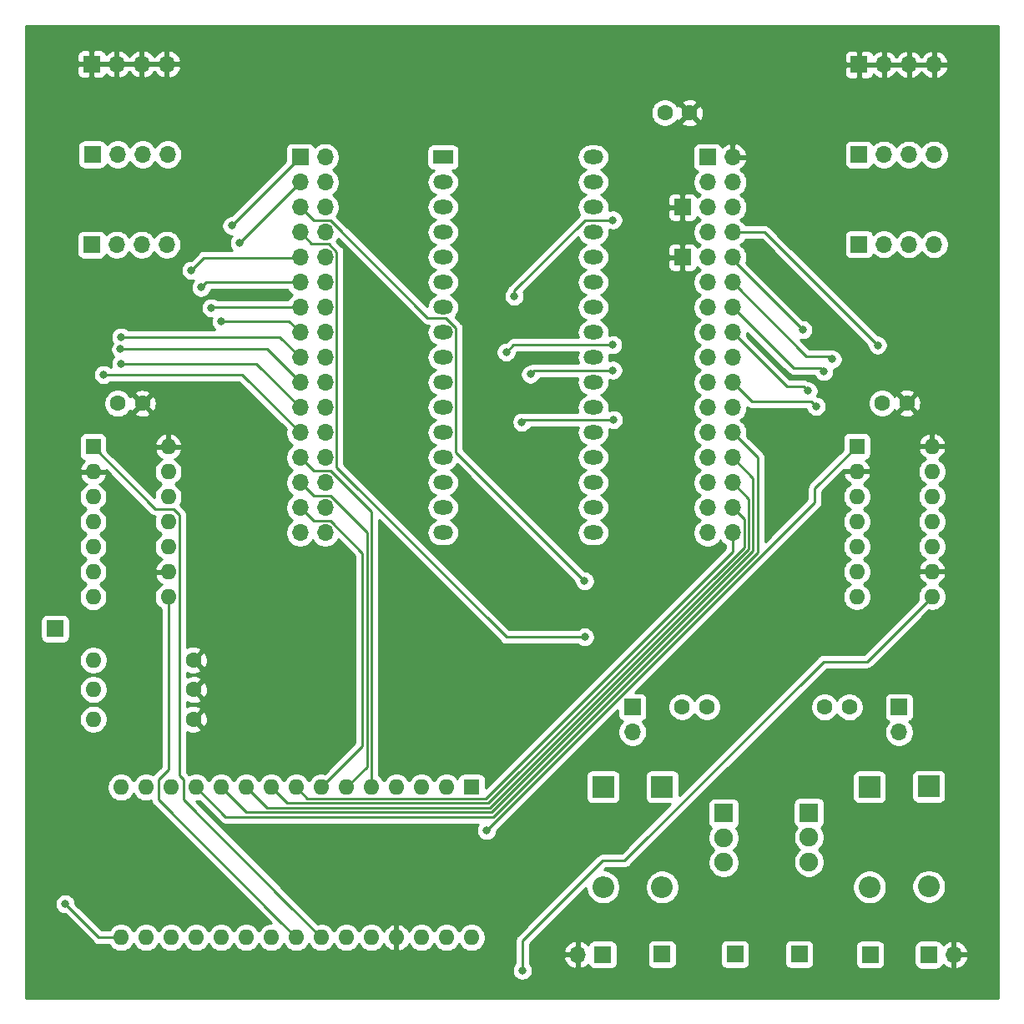
<source format=gbl>
G04 #@! TF.GenerationSoftware,KiCad,Pcbnew,(5.1.9)-1*
G04 #@! TF.CreationDate,2022-12-20T17:35:44-05:00*
G04 #@! TF.ProjectId,TommyPROM32,546f6d6d-7950-4524-9f4d-33322e6b6963,rev?*
G04 #@! TF.SameCoordinates,Original*
G04 #@! TF.FileFunction,Copper,L2,Bot*
G04 #@! TF.FilePolarity,Positive*
%FSLAX46Y46*%
G04 Gerber Fmt 4.6, Leading zero omitted, Abs format (unit mm)*
G04 Created by KiCad (PCBNEW (5.1.9)-1) date 2022-12-20 17:35:44*
%MOMM*%
%LPD*%
G01*
G04 APERTURE LIST*
G04 #@! TA.AperFunction,ComponentPad*
%ADD10O,1.600000X1.600000*%
G04 #@! TD*
G04 #@! TA.AperFunction,ComponentPad*
%ADD11R,1.600000X1.600000*%
G04 #@! TD*
G04 #@! TA.AperFunction,ComponentPad*
%ADD12R,1.700000X1.700000*%
G04 #@! TD*
G04 #@! TA.AperFunction,ComponentPad*
%ADD13C,1.600000*%
G04 #@! TD*
G04 #@! TA.AperFunction,ComponentPad*
%ADD14C,1.900000*%
G04 #@! TD*
G04 #@! TA.AperFunction,ComponentPad*
%ADD15R,1.900000X1.900000*%
G04 #@! TD*
G04 #@! TA.AperFunction,ComponentPad*
%ADD16O,1.700000X1.700000*%
G04 #@! TD*
G04 #@! TA.AperFunction,ComponentPad*
%ADD17O,2.200000X2.200000*%
G04 #@! TD*
G04 #@! TA.AperFunction,ComponentPad*
%ADD18R,2.200000X2.200000*%
G04 #@! TD*
G04 #@! TA.AperFunction,ComponentPad*
%ADD19O,2.000000X1.440000*%
G04 #@! TD*
G04 #@! TA.AperFunction,ComponentPad*
%ADD20R,2.000000X1.440000*%
G04 #@! TD*
G04 #@! TA.AperFunction,ViaPad*
%ADD21C,0.800000*%
G04 #@! TD*
G04 #@! TA.AperFunction,Conductor*
%ADD22C,0.250000*%
G04 #@! TD*
G04 #@! TA.AperFunction,Conductor*
%ADD23C,0.254000*%
G04 #@! TD*
G04 #@! TA.AperFunction,Conductor*
%ADD24C,0.100000*%
G04 #@! TD*
G04 APERTURE END LIST*
D10*
X65330000Y-128170000D03*
X65330000Y-112930000D03*
X100890000Y-128170000D03*
X67870000Y-112930000D03*
X98350000Y-128170000D03*
X70410000Y-112930000D03*
X95810000Y-128170000D03*
X72950000Y-112930000D03*
X93270000Y-128170000D03*
X75490000Y-112930000D03*
X90730000Y-128170000D03*
X78030000Y-112930000D03*
X88190000Y-128170000D03*
X80570000Y-112930000D03*
X85650000Y-128170000D03*
X83110000Y-112930000D03*
X83110000Y-128170000D03*
X85650000Y-112930000D03*
X80570000Y-128170000D03*
X88190000Y-112930000D03*
X78030000Y-128170000D03*
X90730000Y-112930000D03*
X75490000Y-128170000D03*
X93270000Y-112930000D03*
X72950000Y-128170000D03*
X95810000Y-112930000D03*
X70410000Y-128170000D03*
X98350000Y-112930000D03*
X67870000Y-128170000D03*
D11*
X100890000Y-112930000D03*
D12*
X134140000Y-129870000D03*
D13*
X136720000Y-104790000D03*
X139220000Y-104790000D03*
X124760000Y-104780000D03*
X122260000Y-104780000D03*
D14*
X135120000Y-120500000D03*
X135120000Y-118000000D03*
D15*
X135120000Y-115500000D03*
D16*
X144260000Y-107340000D03*
D12*
X144260000Y-104800000D03*
X141330000Y-129900000D03*
D16*
X149830000Y-129910000D03*
D12*
X147290000Y-129910000D03*
D17*
X141270000Y-123050000D03*
D18*
X141270000Y-112890000D03*
D17*
X147280000Y-122990000D03*
D18*
X147280000Y-112830000D03*
D16*
X111660000Y-129900000D03*
D12*
X114200000Y-129900000D03*
D16*
X117220000Y-107320000D03*
D12*
X117220000Y-104780000D03*
D16*
X147810000Y-48725000D03*
X145270000Y-48725000D03*
X142730000Y-48725000D03*
D12*
X140190000Y-48725000D03*
D16*
X70060000Y-48715000D03*
X67520000Y-48715000D03*
X64980000Y-48715000D03*
D12*
X62440000Y-48715000D03*
X127620000Y-129870000D03*
D19*
X113240000Y-87100000D03*
X98000000Y-87100000D03*
X113240000Y-84560000D03*
X98000000Y-84560000D03*
X113240000Y-82020000D03*
X98000000Y-82020000D03*
X113240000Y-79480000D03*
X98000000Y-79480000D03*
X113240000Y-76940000D03*
X98000000Y-76940000D03*
X113240000Y-74400000D03*
X98000000Y-74400000D03*
X113240000Y-71860000D03*
X98000000Y-71860000D03*
X113240000Y-69320000D03*
X98000000Y-69320000D03*
X113240000Y-66780000D03*
X98000000Y-66780000D03*
X113240000Y-64240000D03*
X98000000Y-64240000D03*
X113240000Y-61700000D03*
X98000000Y-61700000D03*
X113240000Y-59160000D03*
X98000000Y-59160000D03*
X113240000Y-56620000D03*
X98000000Y-56620000D03*
X113240000Y-54080000D03*
X98000000Y-54080000D03*
X113240000Y-51540000D03*
X98000000Y-51540000D03*
X113240000Y-49000000D03*
D20*
X98000000Y-49000000D03*
D10*
X147600000Y-78340000D03*
X139980000Y-93580000D03*
X147600000Y-80880000D03*
X139980000Y-91040000D03*
X147600000Y-83420000D03*
X139980000Y-88500000D03*
X147600000Y-85960000D03*
X139980000Y-85960000D03*
X147600000Y-88500000D03*
X139980000Y-83420000D03*
X147600000Y-91040000D03*
X139980000Y-80880000D03*
X147600000Y-93580000D03*
D11*
X139980000Y-78340000D03*
D10*
X70120000Y-78380000D03*
X62500000Y-93620000D03*
X70120000Y-80920000D03*
X62500000Y-91080000D03*
X70120000Y-83460000D03*
X62500000Y-88540000D03*
X70120000Y-86000000D03*
X62500000Y-86000000D03*
X70120000Y-88540000D03*
X62500000Y-83460000D03*
X70120000Y-91080000D03*
X62500000Y-80920000D03*
X70120000Y-93620000D03*
D11*
X62500000Y-78380000D03*
D14*
X126470000Y-120550000D03*
X126470000Y-118050000D03*
D15*
X126470000Y-115550000D03*
D10*
X62520000Y-106010000D03*
D13*
X72680000Y-106010000D03*
D10*
X62520000Y-103010000D03*
D13*
X72680000Y-103010000D03*
D10*
X62520000Y-100010000D03*
D13*
X72680000Y-100010000D03*
D12*
X58650000Y-96840000D03*
D16*
X147820000Y-57840000D03*
X145280000Y-57840000D03*
X142740000Y-57840000D03*
D12*
X140200000Y-57840000D03*
D16*
X69970000Y-57870000D03*
X67430000Y-57870000D03*
X64890000Y-57870000D03*
D12*
X62350000Y-57870000D03*
D16*
X147820000Y-39610000D03*
X145280000Y-39610000D03*
X142740000Y-39610000D03*
D12*
X140200000Y-39610000D03*
D16*
X69980000Y-39560000D03*
X67440000Y-39560000D03*
X64900000Y-39560000D03*
D12*
X62360000Y-39560000D03*
X120210000Y-129870000D03*
X122300000Y-59160000D03*
X122300000Y-54080000D03*
D16*
X127390000Y-87100000D03*
X124850000Y-87100000D03*
X127390000Y-84560000D03*
X124850000Y-84560000D03*
X127390000Y-82020000D03*
X124850000Y-82020000D03*
X127390000Y-79480000D03*
X124850000Y-79480000D03*
X127390000Y-76940000D03*
X124850000Y-76940000D03*
X127390000Y-74400000D03*
X124850000Y-74400000D03*
X127390000Y-71860000D03*
X124850000Y-71860000D03*
X127390000Y-69320000D03*
X124850000Y-69320000D03*
X127390000Y-66780000D03*
X124850000Y-66780000D03*
X127390000Y-64240000D03*
X124850000Y-64240000D03*
X127390000Y-61700000D03*
X124850000Y-61700000D03*
X127390000Y-59160000D03*
X124850000Y-59160000D03*
X127390000Y-56620000D03*
X124850000Y-56620000D03*
X127390000Y-54080000D03*
X124850000Y-54080000D03*
X127390000Y-51540000D03*
X124850000Y-51540000D03*
X127390000Y-49000000D03*
D12*
X124850000Y-49000000D03*
D16*
X86040000Y-87100000D03*
X83500000Y-87100000D03*
X86040000Y-84560000D03*
X83500000Y-84560000D03*
X86040000Y-82020000D03*
X83500000Y-82020000D03*
X86040000Y-79480000D03*
X83500000Y-79480000D03*
X86040000Y-76940000D03*
X83500000Y-76940000D03*
X86040000Y-74400000D03*
X83500000Y-74400000D03*
X86040000Y-71860000D03*
X83500000Y-71860000D03*
X86040000Y-69320000D03*
X83500000Y-69320000D03*
X86040000Y-66780000D03*
X83500000Y-66780000D03*
X86040000Y-64240000D03*
X83500000Y-64240000D03*
X86040000Y-61700000D03*
X83500000Y-61700000D03*
X86040000Y-59160000D03*
X83500000Y-59160000D03*
X86040000Y-56620000D03*
X83500000Y-56620000D03*
X86040000Y-54080000D03*
X83500000Y-54080000D03*
X86040000Y-51540000D03*
X83500000Y-51540000D03*
X86040000Y-49000000D03*
D12*
X83500000Y-49000000D03*
D17*
X120240000Y-123040000D03*
D18*
X120240000Y-112880000D03*
D17*
X114240000Y-123040000D03*
D18*
X114240000Y-112880000D03*
D13*
X65000000Y-73980000D03*
X67500000Y-73980000D03*
X120500000Y-44500000D03*
X123000000Y-44500000D03*
X142550000Y-73950000D03*
X145050000Y-73950000D03*
D21*
X59670000Y-124760000D03*
X76555000Y-55945000D03*
X104420000Y-68780000D03*
X115210000Y-68040000D03*
X77340000Y-57700000D03*
X102430000Y-117310000D03*
X106050002Y-131500000D03*
X106880000Y-71020000D03*
X115239999Y-70620001D03*
X115270000Y-75640000D03*
X106000000Y-75890000D03*
X105220000Y-63100000D03*
X115230000Y-55380000D03*
X63560000Y-71050000D03*
X65320000Y-69990000D03*
X65280000Y-68480000D03*
X65330000Y-67240000D03*
X75500000Y-65669998D03*
X74500000Y-64279994D03*
X73450000Y-62210000D03*
X72460000Y-60470000D03*
X112370000Y-97670000D03*
X112360000Y-91990000D03*
X142100000Y-68080000D03*
X134500000Y-66500000D03*
X137500000Y-69500000D03*
X136630000Y-70740000D03*
X135040000Y-72710000D03*
X135860000Y-74280000D03*
D22*
X63080000Y-128170000D02*
X59670000Y-124760000D01*
X65330000Y-128170000D02*
X63080000Y-128170000D01*
X76555000Y-55945000D02*
X83500000Y-49000000D01*
X105150000Y-68050000D02*
X104420000Y-68780000D01*
X115130000Y-68050000D02*
X105150000Y-68050000D01*
X77340000Y-57700000D02*
X83500000Y-51540000D01*
X103124959Y-115925041D02*
X75945041Y-115925041D01*
X129915028Y-88223207D02*
X129915028Y-89134972D01*
X129915034Y-88223201D02*
X129915028Y-88223207D01*
X75945041Y-115925041D02*
X72950000Y-112930000D01*
X129915034Y-85976799D02*
X129915034Y-88223201D01*
X129915028Y-89134972D02*
X103124959Y-115925041D01*
X129915028Y-85976793D02*
X129915034Y-85976799D01*
X129915028Y-79465028D02*
X129915028Y-85976793D01*
X127390000Y-76940000D02*
X129915028Y-79465028D01*
X78035030Y-115475030D02*
X75490000Y-112930000D01*
X129465017Y-88948572D02*
X102938559Y-115475030D01*
X129465017Y-81555017D02*
X129465017Y-88948572D01*
X102938559Y-115475030D02*
X78035030Y-115475030D01*
X127390000Y-79480000D02*
X129465017Y-81555017D01*
X80125019Y-115025019D02*
X78030000Y-112930000D01*
X102752159Y-115025019D02*
X80125019Y-115025019D01*
X129015006Y-88762172D02*
X102752159Y-115025019D01*
X129015006Y-83645006D02*
X129015006Y-88762172D01*
X127390000Y-82020000D02*
X129015006Y-83645006D01*
X82160000Y-114520000D02*
X80570000Y-112930000D01*
X102620767Y-114520000D02*
X82160000Y-114520000D01*
X128565001Y-88575766D02*
X102620767Y-114520000D01*
X128565001Y-85735001D02*
X128565001Y-88575766D01*
X127390000Y-84560000D02*
X128565001Y-85735001D01*
X139980000Y-78340000D02*
X135725001Y-82594999D01*
X135725001Y-82594999D02*
X135725001Y-84014999D01*
X135725001Y-84014999D02*
X102430000Y-117310000D01*
X82290000Y-124810000D02*
X85650000Y-128170000D01*
X71245001Y-111725001D02*
X71680000Y-112160000D01*
X71680000Y-112160000D02*
X71680000Y-114200000D01*
X71245001Y-85255001D02*
X71245001Y-111725001D01*
X70660000Y-84670000D02*
X71245001Y-85255001D01*
X68790000Y-84670000D02*
X70660000Y-84670000D01*
X71680000Y-114200000D02*
X82290000Y-124810000D01*
X62500000Y-78380000D02*
X68790000Y-84670000D01*
X84249991Y-114069991D02*
X83110000Y-112930000D01*
X102310009Y-114069991D02*
X84249991Y-114069991D01*
X127390000Y-88990000D02*
X102310009Y-114069991D01*
X127390000Y-87100000D02*
X127390000Y-88990000D01*
X69120000Y-114180000D02*
X81430000Y-126490000D01*
X69120000Y-112140000D02*
X69120000Y-114180000D01*
X70120000Y-111140000D02*
X69120000Y-112140000D01*
X81430000Y-126490000D02*
X83110000Y-128170000D01*
X70120000Y-93620000D02*
X70120000Y-111140000D01*
X84864999Y-85924999D02*
X83500000Y-84560000D01*
X86604001Y-85924999D02*
X84864999Y-85924999D01*
X89829978Y-89150976D02*
X86604001Y-85924999D01*
X85650000Y-112930000D02*
X89829978Y-108750022D01*
X89829978Y-108750022D02*
X89829978Y-89150976D01*
X114190000Y-120360000D02*
X106050002Y-128499998D01*
X116410000Y-120360000D02*
X114190000Y-120360000D01*
X136610000Y-100160000D02*
X116410000Y-120360000D01*
X106050002Y-128499998D02*
X106050002Y-131500000D01*
X141020000Y-100160000D02*
X136610000Y-100160000D01*
X147600000Y-93580000D02*
X141020000Y-100160000D01*
X86604001Y-83384999D02*
X84864999Y-83384999D01*
X84864999Y-83384999D02*
X83500000Y-82020000D01*
X90279989Y-87060987D02*
X86604001Y-83384999D01*
X90279989Y-110840011D02*
X90279989Y-87060987D01*
X88190000Y-112930000D02*
X90279989Y-110840011D01*
X107279999Y-70620001D02*
X106880000Y-71020000D01*
X115239999Y-70620001D02*
X107279999Y-70620001D01*
X84864999Y-80844999D02*
X83500000Y-79480000D01*
X90730000Y-112930000D02*
X90730000Y-84970998D01*
X90730000Y-84970998D02*
X86604001Y-80844999D01*
X86604001Y-80844999D02*
X84864999Y-80844999D01*
X106250000Y-75640000D02*
X106000000Y-75890000D01*
X115270000Y-75640000D02*
X106250000Y-75640000D01*
X105220000Y-63100000D02*
X105220000Y-62534315D01*
X105220000Y-62534315D02*
X112374315Y-55380000D01*
X112374315Y-55380000D02*
X115230000Y-55380000D01*
X83500000Y-76940000D02*
X77610000Y-71050000D01*
X77610000Y-71050000D02*
X63560000Y-71050000D01*
X83500000Y-74400000D02*
X79090000Y-69990000D01*
X79090000Y-69990000D02*
X65320000Y-69990000D01*
X83500000Y-71860000D02*
X80120000Y-68480000D01*
X80120000Y-68480000D02*
X65280000Y-68480000D01*
X83500000Y-69320000D02*
X81420000Y-67240000D01*
X81420000Y-67240000D02*
X65330000Y-67240000D01*
X75500002Y-65670000D02*
X75500000Y-65669998D01*
X82390000Y-65670000D02*
X75500002Y-65670000D01*
X83500000Y-66780000D02*
X82390000Y-65670000D01*
X83500000Y-64240000D02*
X74539994Y-64240000D01*
X74539994Y-64240000D02*
X74500000Y-64279994D01*
X73960000Y-61700000D02*
X73450000Y-62210000D01*
X83500000Y-61700000D02*
X73960000Y-61700000D01*
X73750000Y-59180000D02*
X72460000Y-60470000D01*
X83480000Y-59180000D02*
X73750000Y-59180000D01*
X83500000Y-59160000D02*
X83480000Y-59180000D01*
X104410000Y-97670000D02*
X112370000Y-97670000D01*
X87215001Y-80475001D02*
X104410000Y-97670000D01*
X87215001Y-58595999D02*
X87215001Y-80475001D01*
X86414003Y-57795001D02*
X87215001Y-58595999D01*
X84675001Y-57795001D02*
X86414003Y-57795001D01*
X83500000Y-56620000D02*
X84675001Y-57795001D01*
X84864999Y-55444999D02*
X86604001Y-55444999D01*
X83500000Y-54080000D02*
X84864999Y-55444999D01*
X86604001Y-55444999D02*
X96444012Y-65285010D01*
X96444012Y-65285010D02*
X98262877Y-65285010D01*
X99325010Y-78955010D02*
X112360000Y-91990000D01*
X98262877Y-65285010D02*
X99325010Y-66347143D01*
X99325010Y-66347143D02*
X99325010Y-78955010D01*
X130640000Y-56620000D02*
X142100000Y-68080000D01*
X127390000Y-56620000D02*
X130640000Y-56620000D01*
X127390000Y-59390000D02*
X127390000Y-59160000D01*
X134500000Y-66500000D02*
X127390000Y-59390000D01*
X137170000Y-69170000D02*
X134860000Y-69170000D01*
X134860000Y-69170000D02*
X127390000Y-61700000D01*
X137500000Y-69500000D02*
X137170000Y-69170000D01*
X136280000Y-70390000D02*
X136630000Y-70740000D01*
X133540000Y-70390000D02*
X136280000Y-70390000D01*
X127390000Y-64240000D02*
X133540000Y-70390000D01*
X134600000Y-72270000D02*
X135040000Y-72710000D01*
X132880000Y-72270000D02*
X134600000Y-72270000D01*
X127390000Y-66780000D02*
X132880000Y-72270000D01*
X135360002Y-73780002D02*
X135860000Y-74280000D01*
X129310002Y-73780002D02*
X135360002Y-73780002D01*
X127390000Y-71860000D02*
X129310002Y-73780002D01*
D23*
X154340000Y-134340000D02*
X55660000Y-134340000D01*
X55660000Y-131398061D01*
X105015002Y-131398061D01*
X105015002Y-131601939D01*
X105054776Y-131801898D01*
X105132797Y-131990256D01*
X105246065Y-132159774D01*
X105390228Y-132303937D01*
X105559746Y-132417205D01*
X105748104Y-132495226D01*
X105948063Y-132535000D01*
X106151941Y-132535000D01*
X106351900Y-132495226D01*
X106540258Y-132417205D01*
X106709776Y-132303937D01*
X106853939Y-132159774D01*
X106967207Y-131990256D01*
X107045228Y-131801898D01*
X107085002Y-131601939D01*
X107085002Y-131398061D01*
X107045228Y-131198102D01*
X106967207Y-131009744D01*
X106853939Y-130840226D01*
X106810002Y-130796289D01*
X106810002Y-130256891D01*
X110218519Y-130256891D01*
X110315843Y-130531252D01*
X110464822Y-130781355D01*
X110659731Y-130997588D01*
X110893080Y-131171641D01*
X111155901Y-131296825D01*
X111303110Y-131341476D01*
X111533000Y-131220155D01*
X111533000Y-130027000D01*
X110339186Y-130027000D01*
X110218519Y-130256891D01*
X106810002Y-130256891D01*
X106810002Y-129543109D01*
X110218519Y-129543109D01*
X110339186Y-129773000D01*
X111533000Y-129773000D01*
X111533000Y-128579845D01*
X111787000Y-128579845D01*
X111787000Y-129773000D01*
X111807000Y-129773000D01*
X111807000Y-130027000D01*
X111787000Y-130027000D01*
X111787000Y-131220155D01*
X112016890Y-131341476D01*
X112164099Y-131296825D01*
X112426920Y-131171641D01*
X112660269Y-130997588D01*
X112736034Y-130913534D01*
X112760498Y-130994180D01*
X112819463Y-131104494D01*
X112898815Y-131201185D01*
X112995506Y-131280537D01*
X113105820Y-131339502D01*
X113225518Y-131375812D01*
X113350000Y-131388072D01*
X115050000Y-131388072D01*
X115174482Y-131375812D01*
X115294180Y-131339502D01*
X115404494Y-131280537D01*
X115501185Y-131201185D01*
X115580537Y-131104494D01*
X115639502Y-130994180D01*
X115675812Y-130874482D01*
X115688072Y-130750000D01*
X115688072Y-129050000D01*
X115685118Y-129020000D01*
X118721928Y-129020000D01*
X118721928Y-130720000D01*
X118734188Y-130844482D01*
X118770498Y-130964180D01*
X118829463Y-131074494D01*
X118908815Y-131171185D01*
X119005506Y-131250537D01*
X119115820Y-131309502D01*
X119235518Y-131345812D01*
X119360000Y-131358072D01*
X121060000Y-131358072D01*
X121184482Y-131345812D01*
X121304180Y-131309502D01*
X121414494Y-131250537D01*
X121511185Y-131171185D01*
X121590537Y-131074494D01*
X121649502Y-130964180D01*
X121685812Y-130844482D01*
X121698072Y-130720000D01*
X121698072Y-129020000D01*
X126131928Y-129020000D01*
X126131928Y-130720000D01*
X126144188Y-130844482D01*
X126180498Y-130964180D01*
X126239463Y-131074494D01*
X126318815Y-131171185D01*
X126415506Y-131250537D01*
X126525820Y-131309502D01*
X126645518Y-131345812D01*
X126770000Y-131358072D01*
X128470000Y-131358072D01*
X128594482Y-131345812D01*
X128714180Y-131309502D01*
X128824494Y-131250537D01*
X128921185Y-131171185D01*
X129000537Y-131074494D01*
X129059502Y-130964180D01*
X129095812Y-130844482D01*
X129108072Y-130720000D01*
X129108072Y-129020000D01*
X132651928Y-129020000D01*
X132651928Y-130720000D01*
X132664188Y-130844482D01*
X132700498Y-130964180D01*
X132759463Y-131074494D01*
X132838815Y-131171185D01*
X132935506Y-131250537D01*
X133045820Y-131309502D01*
X133165518Y-131345812D01*
X133290000Y-131358072D01*
X134990000Y-131358072D01*
X135114482Y-131345812D01*
X135234180Y-131309502D01*
X135344494Y-131250537D01*
X135441185Y-131171185D01*
X135520537Y-131074494D01*
X135579502Y-130964180D01*
X135615812Y-130844482D01*
X135628072Y-130720000D01*
X135628072Y-129050000D01*
X139841928Y-129050000D01*
X139841928Y-130750000D01*
X139854188Y-130874482D01*
X139890498Y-130994180D01*
X139949463Y-131104494D01*
X140028815Y-131201185D01*
X140125506Y-131280537D01*
X140235820Y-131339502D01*
X140355518Y-131375812D01*
X140480000Y-131388072D01*
X142180000Y-131388072D01*
X142304482Y-131375812D01*
X142424180Y-131339502D01*
X142534494Y-131280537D01*
X142631185Y-131201185D01*
X142710537Y-131104494D01*
X142769502Y-130994180D01*
X142805812Y-130874482D01*
X142818072Y-130750000D01*
X142818072Y-129060000D01*
X145801928Y-129060000D01*
X145801928Y-130760000D01*
X145814188Y-130884482D01*
X145850498Y-131004180D01*
X145909463Y-131114494D01*
X145988815Y-131211185D01*
X146085506Y-131290537D01*
X146195820Y-131349502D01*
X146315518Y-131385812D01*
X146440000Y-131398072D01*
X148140000Y-131398072D01*
X148264482Y-131385812D01*
X148384180Y-131349502D01*
X148494494Y-131290537D01*
X148591185Y-131211185D01*
X148670537Y-131114494D01*
X148729502Y-131004180D01*
X148753966Y-130923534D01*
X148829731Y-131007588D01*
X149063080Y-131181641D01*
X149325901Y-131306825D01*
X149473110Y-131351476D01*
X149703000Y-131230155D01*
X149703000Y-130037000D01*
X149957000Y-130037000D01*
X149957000Y-131230155D01*
X150186890Y-131351476D01*
X150334099Y-131306825D01*
X150596920Y-131181641D01*
X150830269Y-131007588D01*
X151025178Y-130791355D01*
X151174157Y-130541252D01*
X151271481Y-130266891D01*
X151150814Y-130037000D01*
X149957000Y-130037000D01*
X149703000Y-130037000D01*
X149683000Y-130037000D01*
X149683000Y-129783000D01*
X149703000Y-129783000D01*
X149703000Y-128589845D01*
X149957000Y-128589845D01*
X149957000Y-129783000D01*
X151150814Y-129783000D01*
X151271481Y-129553109D01*
X151174157Y-129278748D01*
X151025178Y-129028645D01*
X150830269Y-128812412D01*
X150596920Y-128638359D01*
X150334099Y-128513175D01*
X150186890Y-128468524D01*
X149957000Y-128589845D01*
X149703000Y-128589845D01*
X149473110Y-128468524D01*
X149325901Y-128513175D01*
X149063080Y-128638359D01*
X148829731Y-128812412D01*
X148753966Y-128896466D01*
X148729502Y-128815820D01*
X148670537Y-128705506D01*
X148591185Y-128608815D01*
X148494494Y-128529463D01*
X148384180Y-128470498D01*
X148264482Y-128434188D01*
X148140000Y-128421928D01*
X146440000Y-128421928D01*
X146315518Y-128434188D01*
X146195820Y-128470498D01*
X146085506Y-128529463D01*
X145988815Y-128608815D01*
X145909463Y-128705506D01*
X145850498Y-128815820D01*
X145814188Y-128935518D01*
X145801928Y-129060000D01*
X142818072Y-129060000D01*
X142818072Y-129050000D01*
X142805812Y-128925518D01*
X142769502Y-128805820D01*
X142710537Y-128695506D01*
X142631185Y-128598815D01*
X142534494Y-128519463D01*
X142424180Y-128460498D01*
X142304482Y-128424188D01*
X142180000Y-128411928D01*
X140480000Y-128411928D01*
X140355518Y-128424188D01*
X140235820Y-128460498D01*
X140125506Y-128519463D01*
X140028815Y-128598815D01*
X139949463Y-128695506D01*
X139890498Y-128805820D01*
X139854188Y-128925518D01*
X139841928Y-129050000D01*
X135628072Y-129050000D01*
X135628072Y-129020000D01*
X135615812Y-128895518D01*
X135579502Y-128775820D01*
X135520537Y-128665506D01*
X135441185Y-128568815D01*
X135344494Y-128489463D01*
X135234180Y-128430498D01*
X135114482Y-128394188D01*
X134990000Y-128381928D01*
X133290000Y-128381928D01*
X133165518Y-128394188D01*
X133045820Y-128430498D01*
X132935506Y-128489463D01*
X132838815Y-128568815D01*
X132759463Y-128665506D01*
X132700498Y-128775820D01*
X132664188Y-128895518D01*
X132651928Y-129020000D01*
X129108072Y-129020000D01*
X129095812Y-128895518D01*
X129059502Y-128775820D01*
X129000537Y-128665506D01*
X128921185Y-128568815D01*
X128824494Y-128489463D01*
X128714180Y-128430498D01*
X128594482Y-128394188D01*
X128470000Y-128381928D01*
X126770000Y-128381928D01*
X126645518Y-128394188D01*
X126525820Y-128430498D01*
X126415506Y-128489463D01*
X126318815Y-128568815D01*
X126239463Y-128665506D01*
X126180498Y-128775820D01*
X126144188Y-128895518D01*
X126131928Y-129020000D01*
X121698072Y-129020000D01*
X121685812Y-128895518D01*
X121649502Y-128775820D01*
X121590537Y-128665506D01*
X121511185Y-128568815D01*
X121414494Y-128489463D01*
X121304180Y-128430498D01*
X121184482Y-128394188D01*
X121060000Y-128381928D01*
X119360000Y-128381928D01*
X119235518Y-128394188D01*
X119115820Y-128430498D01*
X119005506Y-128489463D01*
X118908815Y-128568815D01*
X118829463Y-128665506D01*
X118770498Y-128775820D01*
X118734188Y-128895518D01*
X118721928Y-129020000D01*
X115685118Y-129020000D01*
X115675812Y-128925518D01*
X115639502Y-128805820D01*
X115580537Y-128695506D01*
X115501185Y-128598815D01*
X115404494Y-128519463D01*
X115294180Y-128460498D01*
X115174482Y-128424188D01*
X115050000Y-128411928D01*
X113350000Y-128411928D01*
X113225518Y-128424188D01*
X113105820Y-128460498D01*
X112995506Y-128519463D01*
X112898815Y-128598815D01*
X112819463Y-128695506D01*
X112760498Y-128805820D01*
X112736034Y-128886466D01*
X112660269Y-128802412D01*
X112426920Y-128628359D01*
X112164099Y-128503175D01*
X112016890Y-128458524D01*
X111787000Y-128579845D01*
X111533000Y-128579845D01*
X111303110Y-128458524D01*
X111155901Y-128503175D01*
X110893080Y-128628359D01*
X110659731Y-128802412D01*
X110464822Y-129018645D01*
X110315843Y-129268748D01*
X110218519Y-129543109D01*
X106810002Y-129543109D01*
X106810002Y-128814799D01*
X112505000Y-123119802D01*
X112505000Y-123210883D01*
X112571675Y-123546081D01*
X112702463Y-123861831D01*
X112892337Y-124145998D01*
X113134002Y-124387663D01*
X113418169Y-124577537D01*
X113733919Y-124708325D01*
X114069117Y-124775000D01*
X114410883Y-124775000D01*
X114746081Y-124708325D01*
X115061831Y-124577537D01*
X115345998Y-124387663D01*
X115587663Y-124145998D01*
X115777537Y-123861831D01*
X115908325Y-123546081D01*
X115975000Y-123210883D01*
X115975000Y-122869117D01*
X118505000Y-122869117D01*
X118505000Y-123210883D01*
X118571675Y-123546081D01*
X118702463Y-123861831D01*
X118892337Y-124145998D01*
X119134002Y-124387663D01*
X119418169Y-124577537D01*
X119733919Y-124708325D01*
X120069117Y-124775000D01*
X120410883Y-124775000D01*
X120746081Y-124708325D01*
X121061831Y-124577537D01*
X121345998Y-124387663D01*
X121587663Y-124145998D01*
X121777537Y-123861831D01*
X121908325Y-123546081D01*
X121975000Y-123210883D01*
X121975000Y-122879117D01*
X139535000Y-122879117D01*
X139535000Y-123220883D01*
X139601675Y-123556081D01*
X139732463Y-123871831D01*
X139922337Y-124155998D01*
X140164002Y-124397663D01*
X140448169Y-124587537D01*
X140763919Y-124718325D01*
X141099117Y-124785000D01*
X141440883Y-124785000D01*
X141776081Y-124718325D01*
X142091831Y-124587537D01*
X142375998Y-124397663D01*
X142617663Y-124155998D01*
X142807537Y-123871831D01*
X142938325Y-123556081D01*
X143005000Y-123220883D01*
X143005000Y-122879117D01*
X142993066Y-122819117D01*
X145545000Y-122819117D01*
X145545000Y-123160883D01*
X145611675Y-123496081D01*
X145742463Y-123811831D01*
X145932337Y-124095998D01*
X146174002Y-124337663D01*
X146458169Y-124527537D01*
X146773919Y-124658325D01*
X147109117Y-124725000D01*
X147450883Y-124725000D01*
X147786081Y-124658325D01*
X148101831Y-124527537D01*
X148385998Y-124337663D01*
X148627663Y-124095998D01*
X148817537Y-123811831D01*
X148948325Y-123496081D01*
X149015000Y-123160883D01*
X149015000Y-122819117D01*
X148948325Y-122483919D01*
X148817537Y-122168169D01*
X148627663Y-121884002D01*
X148385998Y-121642337D01*
X148101831Y-121452463D01*
X147786081Y-121321675D01*
X147450883Y-121255000D01*
X147109117Y-121255000D01*
X146773919Y-121321675D01*
X146458169Y-121452463D01*
X146174002Y-121642337D01*
X145932337Y-121884002D01*
X145742463Y-122168169D01*
X145611675Y-122483919D01*
X145545000Y-122819117D01*
X142993066Y-122819117D01*
X142938325Y-122543919D01*
X142807537Y-122228169D01*
X142617663Y-121944002D01*
X142375998Y-121702337D01*
X142091831Y-121512463D01*
X141776081Y-121381675D01*
X141440883Y-121315000D01*
X141099117Y-121315000D01*
X140763919Y-121381675D01*
X140448169Y-121512463D01*
X140164002Y-121702337D01*
X139922337Y-121944002D01*
X139732463Y-122228169D01*
X139601675Y-122543919D01*
X139535000Y-122879117D01*
X121975000Y-122879117D01*
X121975000Y-122869117D01*
X121908325Y-122533919D01*
X121777537Y-122218169D01*
X121587663Y-121934002D01*
X121345998Y-121692337D01*
X121061831Y-121502463D01*
X120746081Y-121371675D01*
X120410883Y-121305000D01*
X120069117Y-121305000D01*
X119733919Y-121371675D01*
X119418169Y-121502463D01*
X119134002Y-121692337D01*
X118892337Y-121934002D01*
X118702463Y-122218169D01*
X118571675Y-122533919D01*
X118505000Y-122869117D01*
X115975000Y-122869117D01*
X115908325Y-122533919D01*
X115777537Y-122218169D01*
X115587663Y-121934002D01*
X115345998Y-121692337D01*
X115061831Y-121502463D01*
X114746081Y-121371675D01*
X114410883Y-121305000D01*
X114319802Y-121305000D01*
X114504802Y-121120000D01*
X116372678Y-121120000D01*
X116410000Y-121123676D01*
X116447322Y-121120000D01*
X116447333Y-121120000D01*
X116558986Y-121109003D01*
X116702247Y-121065546D01*
X116834276Y-120994974D01*
X116950001Y-120900001D01*
X116973804Y-120870997D01*
X123244801Y-114600000D01*
X124881928Y-114600000D01*
X124881928Y-116500000D01*
X124894188Y-116624482D01*
X124930498Y-116744180D01*
X124989463Y-116854494D01*
X125068815Y-116951185D01*
X125165506Y-117030537D01*
X125224021Y-117061814D01*
X125065391Y-117299221D01*
X124945911Y-117587673D01*
X124885000Y-117893891D01*
X124885000Y-118206109D01*
X124945911Y-118512327D01*
X125065391Y-118800779D01*
X125238850Y-119060379D01*
X125459621Y-119281150D01*
X125487832Y-119300000D01*
X125459621Y-119318850D01*
X125238850Y-119539621D01*
X125065391Y-119799221D01*
X124945911Y-120087673D01*
X124885000Y-120393891D01*
X124885000Y-120706109D01*
X124945911Y-121012327D01*
X125065391Y-121300779D01*
X125238850Y-121560379D01*
X125459621Y-121781150D01*
X125719221Y-121954609D01*
X126007673Y-122074089D01*
X126313891Y-122135000D01*
X126626109Y-122135000D01*
X126932327Y-122074089D01*
X127220779Y-121954609D01*
X127480379Y-121781150D01*
X127701150Y-121560379D01*
X127874609Y-121300779D01*
X127994089Y-121012327D01*
X128055000Y-120706109D01*
X128055000Y-120393891D01*
X127994089Y-120087673D01*
X127874609Y-119799221D01*
X127701150Y-119539621D01*
X127480379Y-119318850D01*
X127452168Y-119300000D01*
X127480379Y-119281150D01*
X127701150Y-119060379D01*
X127874609Y-118800779D01*
X127994089Y-118512327D01*
X128055000Y-118206109D01*
X128055000Y-117893891D01*
X127994089Y-117587673D01*
X127874609Y-117299221D01*
X127715979Y-117061814D01*
X127774494Y-117030537D01*
X127871185Y-116951185D01*
X127950537Y-116854494D01*
X128009502Y-116744180D01*
X128045812Y-116624482D01*
X128058072Y-116500000D01*
X128058072Y-114600000D01*
X128053148Y-114550000D01*
X133531928Y-114550000D01*
X133531928Y-116450000D01*
X133544188Y-116574482D01*
X133580498Y-116694180D01*
X133639463Y-116804494D01*
X133718815Y-116901185D01*
X133815506Y-116980537D01*
X133874021Y-117011814D01*
X133715391Y-117249221D01*
X133595911Y-117537673D01*
X133535000Y-117843891D01*
X133535000Y-118156109D01*
X133595911Y-118462327D01*
X133715391Y-118750779D01*
X133888850Y-119010379D01*
X134109621Y-119231150D01*
X134137832Y-119250000D01*
X134109621Y-119268850D01*
X133888850Y-119489621D01*
X133715391Y-119749221D01*
X133595911Y-120037673D01*
X133535000Y-120343891D01*
X133535000Y-120656109D01*
X133595911Y-120962327D01*
X133715391Y-121250779D01*
X133888850Y-121510379D01*
X134109621Y-121731150D01*
X134369221Y-121904609D01*
X134657673Y-122024089D01*
X134963891Y-122085000D01*
X135276109Y-122085000D01*
X135582327Y-122024089D01*
X135870779Y-121904609D01*
X136130379Y-121731150D01*
X136351150Y-121510379D01*
X136524609Y-121250779D01*
X136644089Y-120962327D01*
X136705000Y-120656109D01*
X136705000Y-120343891D01*
X136644089Y-120037673D01*
X136524609Y-119749221D01*
X136351150Y-119489621D01*
X136130379Y-119268850D01*
X136102168Y-119250000D01*
X136130379Y-119231150D01*
X136351150Y-119010379D01*
X136524609Y-118750779D01*
X136644089Y-118462327D01*
X136705000Y-118156109D01*
X136705000Y-117843891D01*
X136644089Y-117537673D01*
X136524609Y-117249221D01*
X136365979Y-117011814D01*
X136424494Y-116980537D01*
X136521185Y-116901185D01*
X136600537Y-116804494D01*
X136659502Y-116694180D01*
X136695812Y-116574482D01*
X136708072Y-116450000D01*
X136708072Y-114550000D01*
X136695812Y-114425518D01*
X136659502Y-114305820D01*
X136600537Y-114195506D01*
X136521185Y-114098815D01*
X136424494Y-114019463D01*
X136314180Y-113960498D01*
X136194482Y-113924188D01*
X136070000Y-113911928D01*
X134170000Y-113911928D01*
X134045518Y-113924188D01*
X133925820Y-113960498D01*
X133815506Y-114019463D01*
X133718815Y-114098815D01*
X133639463Y-114195506D01*
X133580498Y-114305820D01*
X133544188Y-114425518D01*
X133531928Y-114550000D01*
X128053148Y-114550000D01*
X128045812Y-114475518D01*
X128009502Y-114355820D01*
X127950537Y-114245506D01*
X127871185Y-114148815D01*
X127774494Y-114069463D01*
X127664180Y-114010498D01*
X127544482Y-113974188D01*
X127420000Y-113961928D01*
X125520000Y-113961928D01*
X125395518Y-113974188D01*
X125275820Y-114010498D01*
X125165506Y-114069463D01*
X125068815Y-114148815D01*
X124989463Y-114245506D01*
X124930498Y-114355820D01*
X124894188Y-114475518D01*
X124881928Y-114600000D01*
X123244801Y-114600000D01*
X126054801Y-111790000D01*
X139531928Y-111790000D01*
X139531928Y-113990000D01*
X139544188Y-114114482D01*
X139580498Y-114234180D01*
X139639463Y-114344494D01*
X139718815Y-114441185D01*
X139815506Y-114520537D01*
X139925820Y-114579502D01*
X140045518Y-114615812D01*
X140170000Y-114628072D01*
X142370000Y-114628072D01*
X142494482Y-114615812D01*
X142614180Y-114579502D01*
X142724494Y-114520537D01*
X142821185Y-114441185D01*
X142900537Y-114344494D01*
X142959502Y-114234180D01*
X142995812Y-114114482D01*
X143008072Y-113990000D01*
X143008072Y-111790000D01*
X143002163Y-111730000D01*
X145541928Y-111730000D01*
X145541928Y-113930000D01*
X145554188Y-114054482D01*
X145590498Y-114174180D01*
X145649463Y-114284494D01*
X145728815Y-114381185D01*
X145825506Y-114460537D01*
X145935820Y-114519502D01*
X146055518Y-114555812D01*
X146180000Y-114568072D01*
X148380000Y-114568072D01*
X148504482Y-114555812D01*
X148624180Y-114519502D01*
X148734494Y-114460537D01*
X148831185Y-114381185D01*
X148910537Y-114284494D01*
X148969502Y-114174180D01*
X149005812Y-114054482D01*
X149018072Y-113930000D01*
X149018072Y-111730000D01*
X149005812Y-111605518D01*
X148969502Y-111485820D01*
X148910537Y-111375506D01*
X148831185Y-111278815D01*
X148734494Y-111199463D01*
X148624180Y-111140498D01*
X148504482Y-111104188D01*
X148380000Y-111091928D01*
X146180000Y-111091928D01*
X146055518Y-111104188D01*
X145935820Y-111140498D01*
X145825506Y-111199463D01*
X145728815Y-111278815D01*
X145649463Y-111375506D01*
X145590498Y-111485820D01*
X145554188Y-111605518D01*
X145541928Y-111730000D01*
X143002163Y-111730000D01*
X142995812Y-111665518D01*
X142959502Y-111545820D01*
X142900537Y-111435506D01*
X142821185Y-111338815D01*
X142724494Y-111259463D01*
X142614180Y-111200498D01*
X142494482Y-111164188D01*
X142370000Y-111151928D01*
X140170000Y-111151928D01*
X140045518Y-111164188D01*
X139925820Y-111200498D01*
X139815506Y-111259463D01*
X139718815Y-111338815D01*
X139639463Y-111435506D01*
X139580498Y-111545820D01*
X139544188Y-111665518D01*
X139531928Y-111790000D01*
X126054801Y-111790000D01*
X133196136Y-104648665D01*
X135285000Y-104648665D01*
X135285000Y-104931335D01*
X135340147Y-105208574D01*
X135448320Y-105469727D01*
X135605363Y-105704759D01*
X135805241Y-105904637D01*
X136040273Y-106061680D01*
X136301426Y-106169853D01*
X136578665Y-106225000D01*
X136861335Y-106225000D01*
X137138574Y-106169853D01*
X137399727Y-106061680D01*
X137634759Y-105904637D01*
X137834637Y-105704759D01*
X137970000Y-105502173D01*
X138105363Y-105704759D01*
X138305241Y-105904637D01*
X138540273Y-106061680D01*
X138801426Y-106169853D01*
X139078665Y-106225000D01*
X139361335Y-106225000D01*
X139638574Y-106169853D01*
X139899727Y-106061680D01*
X140134759Y-105904637D01*
X140334637Y-105704759D01*
X140491680Y-105469727D01*
X140599853Y-105208574D01*
X140655000Y-104931335D01*
X140655000Y-104648665D01*
X140599853Y-104371426D01*
X140491680Y-104110273D01*
X140384590Y-103950000D01*
X142771928Y-103950000D01*
X142771928Y-105650000D01*
X142784188Y-105774482D01*
X142820498Y-105894180D01*
X142879463Y-106004494D01*
X142958815Y-106101185D01*
X143055506Y-106180537D01*
X143165820Y-106239502D01*
X143238380Y-106261513D01*
X143106525Y-106393368D01*
X142944010Y-106636589D01*
X142832068Y-106906842D01*
X142775000Y-107193740D01*
X142775000Y-107486260D01*
X142832068Y-107773158D01*
X142944010Y-108043411D01*
X143106525Y-108286632D01*
X143313368Y-108493475D01*
X143556589Y-108655990D01*
X143826842Y-108767932D01*
X144113740Y-108825000D01*
X144406260Y-108825000D01*
X144693158Y-108767932D01*
X144963411Y-108655990D01*
X145206632Y-108493475D01*
X145413475Y-108286632D01*
X145575990Y-108043411D01*
X145687932Y-107773158D01*
X145745000Y-107486260D01*
X145745000Y-107193740D01*
X145687932Y-106906842D01*
X145575990Y-106636589D01*
X145413475Y-106393368D01*
X145281620Y-106261513D01*
X145354180Y-106239502D01*
X145464494Y-106180537D01*
X145561185Y-106101185D01*
X145640537Y-106004494D01*
X145699502Y-105894180D01*
X145735812Y-105774482D01*
X145748072Y-105650000D01*
X145748072Y-103950000D01*
X145735812Y-103825518D01*
X145699502Y-103705820D01*
X145640537Y-103595506D01*
X145561185Y-103498815D01*
X145464494Y-103419463D01*
X145354180Y-103360498D01*
X145234482Y-103324188D01*
X145110000Y-103311928D01*
X143410000Y-103311928D01*
X143285518Y-103324188D01*
X143165820Y-103360498D01*
X143055506Y-103419463D01*
X142958815Y-103498815D01*
X142879463Y-103595506D01*
X142820498Y-103705820D01*
X142784188Y-103825518D01*
X142771928Y-103950000D01*
X140384590Y-103950000D01*
X140334637Y-103875241D01*
X140134759Y-103675363D01*
X139899727Y-103518320D01*
X139638574Y-103410147D01*
X139361335Y-103355000D01*
X139078665Y-103355000D01*
X138801426Y-103410147D01*
X138540273Y-103518320D01*
X138305241Y-103675363D01*
X138105363Y-103875241D01*
X137970000Y-104077827D01*
X137834637Y-103875241D01*
X137634759Y-103675363D01*
X137399727Y-103518320D01*
X137138574Y-103410147D01*
X136861335Y-103355000D01*
X136578665Y-103355000D01*
X136301426Y-103410147D01*
X136040273Y-103518320D01*
X135805241Y-103675363D01*
X135605363Y-103875241D01*
X135448320Y-104110273D01*
X135340147Y-104371426D01*
X135285000Y-104648665D01*
X133196136Y-104648665D01*
X136924802Y-100920000D01*
X140982678Y-100920000D01*
X141020000Y-100923676D01*
X141057322Y-100920000D01*
X141057333Y-100920000D01*
X141168986Y-100909003D01*
X141312247Y-100865546D01*
X141444276Y-100794974D01*
X141560001Y-100700001D01*
X141583804Y-100670997D01*
X147276114Y-94978688D01*
X147458665Y-95015000D01*
X147741335Y-95015000D01*
X148018574Y-94959853D01*
X148279727Y-94851680D01*
X148514759Y-94694637D01*
X148714637Y-94494759D01*
X148871680Y-94259727D01*
X148979853Y-93998574D01*
X149035000Y-93721335D01*
X149035000Y-93438665D01*
X148979853Y-93161426D01*
X148871680Y-92900273D01*
X148714637Y-92665241D01*
X148514759Y-92465363D01*
X148279727Y-92308320D01*
X148269135Y-92303933D01*
X148455131Y-92192385D01*
X148663519Y-92003414D01*
X148831037Y-91777420D01*
X148951246Y-91523087D01*
X148991904Y-91389039D01*
X148869915Y-91167000D01*
X147727000Y-91167000D01*
X147727000Y-91187000D01*
X147473000Y-91187000D01*
X147473000Y-91167000D01*
X146330085Y-91167000D01*
X146208096Y-91389039D01*
X146248754Y-91523087D01*
X146368963Y-91777420D01*
X146536481Y-92003414D01*
X146744869Y-92192385D01*
X146930865Y-92303933D01*
X146920273Y-92308320D01*
X146685241Y-92465363D01*
X146485363Y-92665241D01*
X146328320Y-92900273D01*
X146220147Y-93161426D01*
X146165000Y-93438665D01*
X146165000Y-93721335D01*
X146201312Y-93903886D01*
X140705199Y-99400000D01*
X136647323Y-99400000D01*
X136610000Y-99396324D01*
X136572677Y-99400000D01*
X136572667Y-99400000D01*
X136461014Y-99410997D01*
X136317753Y-99454454D01*
X136185723Y-99525026D01*
X136104815Y-99591426D01*
X136069999Y-99619999D01*
X136046201Y-99648997D01*
X121978072Y-113717127D01*
X121978072Y-111780000D01*
X121965812Y-111655518D01*
X121929502Y-111535820D01*
X121870537Y-111425506D01*
X121791185Y-111328815D01*
X121694494Y-111249463D01*
X121584180Y-111190498D01*
X121464482Y-111154188D01*
X121340000Y-111141928D01*
X119140000Y-111141928D01*
X119015518Y-111154188D01*
X118895820Y-111190498D01*
X118785506Y-111249463D01*
X118688815Y-111328815D01*
X118609463Y-111425506D01*
X118550498Y-111535820D01*
X118514188Y-111655518D01*
X118501928Y-111780000D01*
X118501928Y-113980000D01*
X118514188Y-114104482D01*
X118550498Y-114224180D01*
X118609463Y-114334494D01*
X118688815Y-114431185D01*
X118785506Y-114510537D01*
X118895820Y-114569502D01*
X119015518Y-114605812D01*
X119140000Y-114618072D01*
X121077127Y-114618072D01*
X116095199Y-119600000D01*
X114227333Y-119600000D01*
X114190000Y-119596323D01*
X114152667Y-119600000D01*
X114041014Y-119610997D01*
X113897753Y-119654454D01*
X113765724Y-119725026D01*
X113649999Y-119819999D01*
X113626201Y-119848997D01*
X105539005Y-127936194D01*
X105510001Y-127959997D01*
X105459927Y-128021013D01*
X105415028Y-128075722D01*
X105364636Y-128169999D01*
X105344456Y-128207752D01*
X105300999Y-128351013D01*
X105290002Y-128462666D01*
X105290002Y-128462676D01*
X105286326Y-128499998D01*
X105290002Y-128537321D01*
X105290003Y-130796288D01*
X105246065Y-130840226D01*
X105132797Y-131009744D01*
X105054776Y-131198102D01*
X105015002Y-131398061D01*
X55660000Y-131398061D01*
X55660000Y-124658061D01*
X58635000Y-124658061D01*
X58635000Y-124861939D01*
X58674774Y-125061898D01*
X58752795Y-125250256D01*
X58866063Y-125419774D01*
X59010226Y-125563937D01*
X59179744Y-125677205D01*
X59368102Y-125755226D01*
X59568061Y-125795000D01*
X59630199Y-125795000D01*
X62516201Y-128681003D01*
X62539999Y-128710001D01*
X62655724Y-128804974D01*
X62787753Y-128875546D01*
X62931014Y-128919003D01*
X63042667Y-128930000D01*
X63042676Y-128930000D01*
X63079999Y-128933676D01*
X63117322Y-128930000D01*
X64111957Y-128930000D01*
X64215363Y-129084759D01*
X64415241Y-129284637D01*
X64650273Y-129441680D01*
X64911426Y-129549853D01*
X65188665Y-129605000D01*
X65471335Y-129605000D01*
X65748574Y-129549853D01*
X66009727Y-129441680D01*
X66244759Y-129284637D01*
X66444637Y-129084759D01*
X66600000Y-128852241D01*
X66755363Y-129084759D01*
X66955241Y-129284637D01*
X67190273Y-129441680D01*
X67451426Y-129549853D01*
X67728665Y-129605000D01*
X68011335Y-129605000D01*
X68288574Y-129549853D01*
X68549727Y-129441680D01*
X68784759Y-129284637D01*
X68984637Y-129084759D01*
X69140000Y-128852241D01*
X69295363Y-129084759D01*
X69495241Y-129284637D01*
X69730273Y-129441680D01*
X69991426Y-129549853D01*
X70268665Y-129605000D01*
X70551335Y-129605000D01*
X70828574Y-129549853D01*
X71089727Y-129441680D01*
X71324759Y-129284637D01*
X71524637Y-129084759D01*
X71680000Y-128852241D01*
X71835363Y-129084759D01*
X72035241Y-129284637D01*
X72270273Y-129441680D01*
X72531426Y-129549853D01*
X72808665Y-129605000D01*
X73091335Y-129605000D01*
X73368574Y-129549853D01*
X73629727Y-129441680D01*
X73864759Y-129284637D01*
X74064637Y-129084759D01*
X74220000Y-128852241D01*
X74375363Y-129084759D01*
X74575241Y-129284637D01*
X74810273Y-129441680D01*
X75071426Y-129549853D01*
X75348665Y-129605000D01*
X75631335Y-129605000D01*
X75908574Y-129549853D01*
X76169727Y-129441680D01*
X76404759Y-129284637D01*
X76604637Y-129084759D01*
X76760000Y-128852241D01*
X76915363Y-129084759D01*
X77115241Y-129284637D01*
X77350273Y-129441680D01*
X77611426Y-129549853D01*
X77888665Y-129605000D01*
X78171335Y-129605000D01*
X78448574Y-129549853D01*
X78709727Y-129441680D01*
X78944759Y-129284637D01*
X79144637Y-129084759D01*
X79300000Y-128852241D01*
X79455363Y-129084759D01*
X79655241Y-129284637D01*
X79890273Y-129441680D01*
X80151426Y-129549853D01*
X80428665Y-129605000D01*
X80711335Y-129605000D01*
X80988574Y-129549853D01*
X81249727Y-129441680D01*
X81484759Y-129284637D01*
X81684637Y-129084759D01*
X81840000Y-128852241D01*
X81995363Y-129084759D01*
X82195241Y-129284637D01*
X82430273Y-129441680D01*
X82691426Y-129549853D01*
X82968665Y-129605000D01*
X83251335Y-129605000D01*
X83528574Y-129549853D01*
X83789727Y-129441680D01*
X84024759Y-129284637D01*
X84224637Y-129084759D01*
X84380000Y-128852241D01*
X84535363Y-129084759D01*
X84735241Y-129284637D01*
X84970273Y-129441680D01*
X85231426Y-129549853D01*
X85508665Y-129605000D01*
X85791335Y-129605000D01*
X86068574Y-129549853D01*
X86329727Y-129441680D01*
X86564759Y-129284637D01*
X86764637Y-129084759D01*
X86920000Y-128852241D01*
X87075363Y-129084759D01*
X87275241Y-129284637D01*
X87510273Y-129441680D01*
X87771426Y-129549853D01*
X88048665Y-129605000D01*
X88331335Y-129605000D01*
X88608574Y-129549853D01*
X88869727Y-129441680D01*
X89104759Y-129284637D01*
X89304637Y-129084759D01*
X89460000Y-128852241D01*
X89615363Y-129084759D01*
X89815241Y-129284637D01*
X90050273Y-129441680D01*
X90311426Y-129549853D01*
X90588665Y-129605000D01*
X90871335Y-129605000D01*
X91148574Y-129549853D01*
X91409727Y-129441680D01*
X91644759Y-129284637D01*
X91844637Y-129084759D01*
X92001680Y-128849727D01*
X92006067Y-128839135D01*
X92117615Y-129025131D01*
X92306586Y-129233519D01*
X92532580Y-129401037D01*
X92786913Y-129521246D01*
X92920961Y-129561904D01*
X93143000Y-129439915D01*
X93143000Y-128297000D01*
X93123000Y-128297000D01*
X93123000Y-128043000D01*
X93143000Y-128043000D01*
X93143000Y-126900085D01*
X93397000Y-126900085D01*
X93397000Y-128043000D01*
X93417000Y-128043000D01*
X93417000Y-128297000D01*
X93397000Y-128297000D01*
X93397000Y-129439915D01*
X93619039Y-129561904D01*
X93753087Y-129521246D01*
X94007420Y-129401037D01*
X94233414Y-129233519D01*
X94422385Y-129025131D01*
X94533933Y-128839135D01*
X94538320Y-128849727D01*
X94695363Y-129084759D01*
X94895241Y-129284637D01*
X95130273Y-129441680D01*
X95391426Y-129549853D01*
X95668665Y-129605000D01*
X95951335Y-129605000D01*
X96228574Y-129549853D01*
X96489727Y-129441680D01*
X96724759Y-129284637D01*
X96924637Y-129084759D01*
X97080000Y-128852241D01*
X97235363Y-129084759D01*
X97435241Y-129284637D01*
X97670273Y-129441680D01*
X97931426Y-129549853D01*
X98208665Y-129605000D01*
X98491335Y-129605000D01*
X98768574Y-129549853D01*
X99029727Y-129441680D01*
X99264759Y-129284637D01*
X99464637Y-129084759D01*
X99620000Y-128852241D01*
X99775363Y-129084759D01*
X99975241Y-129284637D01*
X100210273Y-129441680D01*
X100471426Y-129549853D01*
X100748665Y-129605000D01*
X101031335Y-129605000D01*
X101308574Y-129549853D01*
X101569727Y-129441680D01*
X101804759Y-129284637D01*
X102004637Y-129084759D01*
X102161680Y-128849727D01*
X102269853Y-128588574D01*
X102325000Y-128311335D01*
X102325000Y-128028665D01*
X102269853Y-127751426D01*
X102161680Y-127490273D01*
X102004637Y-127255241D01*
X101804759Y-127055363D01*
X101569727Y-126898320D01*
X101308574Y-126790147D01*
X101031335Y-126735000D01*
X100748665Y-126735000D01*
X100471426Y-126790147D01*
X100210273Y-126898320D01*
X99975241Y-127055363D01*
X99775363Y-127255241D01*
X99620000Y-127487759D01*
X99464637Y-127255241D01*
X99264759Y-127055363D01*
X99029727Y-126898320D01*
X98768574Y-126790147D01*
X98491335Y-126735000D01*
X98208665Y-126735000D01*
X97931426Y-126790147D01*
X97670273Y-126898320D01*
X97435241Y-127055363D01*
X97235363Y-127255241D01*
X97080000Y-127487759D01*
X96924637Y-127255241D01*
X96724759Y-127055363D01*
X96489727Y-126898320D01*
X96228574Y-126790147D01*
X95951335Y-126735000D01*
X95668665Y-126735000D01*
X95391426Y-126790147D01*
X95130273Y-126898320D01*
X94895241Y-127055363D01*
X94695363Y-127255241D01*
X94538320Y-127490273D01*
X94533933Y-127500865D01*
X94422385Y-127314869D01*
X94233414Y-127106481D01*
X94007420Y-126938963D01*
X93753087Y-126818754D01*
X93619039Y-126778096D01*
X93397000Y-126900085D01*
X93143000Y-126900085D01*
X92920961Y-126778096D01*
X92786913Y-126818754D01*
X92532580Y-126938963D01*
X92306586Y-127106481D01*
X92117615Y-127314869D01*
X92006067Y-127500865D01*
X92001680Y-127490273D01*
X91844637Y-127255241D01*
X91644759Y-127055363D01*
X91409727Y-126898320D01*
X91148574Y-126790147D01*
X90871335Y-126735000D01*
X90588665Y-126735000D01*
X90311426Y-126790147D01*
X90050273Y-126898320D01*
X89815241Y-127055363D01*
X89615363Y-127255241D01*
X89460000Y-127487759D01*
X89304637Y-127255241D01*
X89104759Y-127055363D01*
X88869727Y-126898320D01*
X88608574Y-126790147D01*
X88331335Y-126735000D01*
X88048665Y-126735000D01*
X87771426Y-126790147D01*
X87510273Y-126898320D01*
X87275241Y-127055363D01*
X87075363Y-127255241D01*
X86920000Y-127487759D01*
X86764637Y-127255241D01*
X86564759Y-127055363D01*
X86329727Y-126898320D01*
X86068574Y-126790147D01*
X85791335Y-126735000D01*
X85508665Y-126735000D01*
X85326114Y-126771312D01*
X82853799Y-124298997D01*
X72919801Y-114365000D01*
X73091335Y-114365000D01*
X73273886Y-114328688D01*
X75381242Y-116436044D01*
X75405040Y-116465042D01*
X75455024Y-116506063D01*
X75520765Y-116560015D01*
X75652794Y-116630587D01*
X75796055Y-116674044D01*
X75945041Y-116688718D01*
X75982374Y-116685041D01*
X101602800Y-116685041D01*
X101512795Y-116819744D01*
X101434774Y-117008102D01*
X101395000Y-117208061D01*
X101395000Y-117411939D01*
X101434774Y-117611898D01*
X101512795Y-117800256D01*
X101626063Y-117969774D01*
X101770226Y-118113937D01*
X101939744Y-118227205D01*
X102128102Y-118305226D01*
X102328061Y-118345000D01*
X102531939Y-118345000D01*
X102731898Y-118305226D01*
X102920256Y-118227205D01*
X103089774Y-118113937D01*
X103233937Y-117969774D01*
X103347205Y-117800256D01*
X103425226Y-117611898D01*
X103465000Y-117411939D01*
X103465000Y-117349801D01*
X109034801Y-111780000D01*
X112501928Y-111780000D01*
X112501928Y-113980000D01*
X112514188Y-114104482D01*
X112550498Y-114224180D01*
X112609463Y-114334494D01*
X112688815Y-114431185D01*
X112785506Y-114510537D01*
X112895820Y-114569502D01*
X113015518Y-114605812D01*
X113140000Y-114618072D01*
X115340000Y-114618072D01*
X115464482Y-114605812D01*
X115584180Y-114569502D01*
X115694494Y-114510537D01*
X115791185Y-114431185D01*
X115870537Y-114334494D01*
X115929502Y-114224180D01*
X115965812Y-114104482D01*
X115978072Y-113980000D01*
X115978072Y-111780000D01*
X115965812Y-111655518D01*
X115929502Y-111535820D01*
X115870537Y-111425506D01*
X115791185Y-111328815D01*
X115694494Y-111249463D01*
X115584180Y-111190498D01*
X115464482Y-111154188D01*
X115340000Y-111141928D01*
X113140000Y-111141928D01*
X113015518Y-111154188D01*
X112895820Y-111190498D01*
X112785506Y-111249463D01*
X112688815Y-111328815D01*
X112609463Y-111425506D01*
X112550498Y-111535820D01*
X112514188Y-111655518D01*
X112501928Y-111780000D01*
X109034801Y-111780000D01*
X115731928Y-105082873D01*
X115731928Y-105630000D01*
X115744188Y-105754482D01*
X115780498Y-105874180D01*
X115839463Y-105984494D01*
X115918815Y-106081185D01*
X116015506Y-106160537D01*
X116125820Y-106219502D01*
X116198380Y-106241513D01*
X116066525Y-106373368D01*
X115904010Y-106616589D01*
X115792068Y-106886842D01*
X115735000Y-107173740D01*
X115735000Y-107466260D01*
X115792068Y-107753158D01*
X115904010Y-108023411D01*
X116066525Y-108266632D01*
X116273368Y-108473475D01*
X116516589Y-108635990D01*
X116786842Y-108747932D01*
X117073740Y-108805000D01*
X117366260Y-108805000D01*
X117653158Y-108747932D01*
X117923411Y-108635990D01*
X118166632Y-108473475D01*
X118373475Y-108266632D01*
X118535990Y-108023411D01*
X118647932Y-107753158D01*
X118705000Y-107466260D01*
X118705000Y-107173740D01*
X118647932Y-106886842D01*
X118535990Y-106616589D01*
X118373475Y-106373368D01*
X118241620Y-106241513D01*
X118314180Y-106219502D01*
X118424494Y-106160537D01*
X118521185Y-106081185D01*
X118600537Y-105984494D01*
X118659502Y-105874180D01*
X118695812Y-105754482D01*
X118708072Y-105630000D01*
X118708072Y-104638665D01*
X120825000Y-104638665D01*
X120825000Y-104921335D01*
X120880147Y-105198574D01*
X120988320Y-105459727D01*
X121145363Y-105694759D01*
X121345241Y-105894637D01*
X121580273Y-106051680D01*
X121841426Y-106159853D01*
X122118665Y-106215000D01*
X122401335Y-106215000D01*
X122678574Y-106159853D01*
X122939727Y-106051680D01*
X123174759Y-105894637D01*
X123374637Y-105694759D01*
X123510000Y-105492173D01*
X123645363Y-105694759D01*
X123845241Y-105894637D01*
X124080273Y-106051680D01*
X124341426Y-106159853D01*
X124618665Y-106215000D01*
X124901335Y-106215000D01*
X125178574Y-106159853D01*
X125439727Y-106051680D01*
X125674759Y-105894637D01*
X125874637Y-105694759D01*
X126031680Y-105459727D01*
X126139853Y-105198574D01*
X126195000Y-104921335D01*
X126195000Y-104638665D01*
X126139853Y-104361426D01*
X126031680Y-104100273D01*
X125874637Y-103865241D01*
X125674759Y-103665363D01*
X125439727Y-103508320D01*
X125178574Y-103400147D01*
X124901335Y-103345000D01*
X124618665Y-103345000D01*
X124341426Y-103400147D01*
X124080273Y-103508320D01*
X123845241Y-103665363D01*
X123645363Y-103865241D01*
X123510000Y-104067827D01*
X123374637Y-103865241D01*
X123174759Y-103665363D01*
X122939727Y-103508320D01*
X122678574Y-103400147D01*
X122401335Y-103345000D01*
X122118665Y-103345000D01*
X121841426Y-103400147D01*
X121580273Y-103508320D01*
X121345241Y-103665363D01*
X121145363Y-103865241D01*
X120988320Y-104100273D01*
X120880147Y-104361426D01*
X120825000Y-104638665D01*
X118708072Y-104638665D01*
X118708072Y-103930000D01*
X118695812Y-103805518D01*
X118659502Y-103685820D01*
X118600537Y-103575506D01*
X118521185Y-103478815D01*
X118424494Y-103399463D01*
X118314180Y-103340498D01*
X118194482Y-103304188D01*
X118070000Y-103291928D01*
X117522873Y-103291928D01*
X136236004Y-84578798D01*
X136265002Y-84555000D01*
X136342971Y-84459995D01*
X136359975Y-84439276D01*
X136430547Y-84307246D01*
X136438818Y-84279980D01*
X136474004Y-84163985D01*
X136485001Y-84052332D01*
X136485001Y-84052322D01*
X136488677Y-84014999D01*
X136485001Y-83977676D01*
X136485001Y-83278665D01*
X138545000Y-83278665D01*
X138545000Y-83561335D01*
X138600147Y-83838574D01*
X138708320Y-84099727D01*
X138865363Y-84334759D01*
X139065241Y-84534637D01*
X139297759Y-84690000D01*
X139065241Y-84845363D01*
X138865363Y-85045241D01*
X138708320Y-85280273D01*
X138600147Y-85541426D01*
X138545000Y-85818665D01*
X138545000Y-86101335D01*
X138600147Y-86378574D01*
X138708320Y-86639727D01*
X138865363Y-86874759D01*
X139065241Y-87074637D01*
X139297759Y-87230000D01*
X139065241Y-87385363D01*
X138865363Y-87585241D01*
X138708320Y-87820273D01*
X138600147Y-88081426D01*
X138545000Y-88358665D01*
X138545000Y-88641335D01*
X138600147Y-88918574D01*
X138708320Y-89179727D01*
X138865363Y-89414759D01*
X139065241Y-89614637D01*
X139297759Y-89770000D01*
X139065241Y-89925363D01*
X138865363Y-90125241D01*
X138708320Y-90360273D01*
X138600147Y-90621426D01*
X138545000Y-90898665D01*
X138545000Y-91181335D01*
X138600147Y-91458574D01*
X138708320Y-91719727D01*
X138865363Y-91954759D01*
X139065241Y-92154637D01*
X139297759Y-92310000D01*
X139065241Y-92465363D01*
X138865363Y-92665241D01*
X138708320Y-92900273D01*
X138600147Y-93161426D01*
X138545000Y-93438665D01*
X138545000Y-93721335D01*
X138600147Y-93998574D01*
X138708320Y-94259727D01*
X138865363Y-94494759D01*
X139065241Y-94694637D01*
X139300273Y-94851680D01*
X139561426Y-94959853D01*
X139838665Y-95015000D01*
X140121335Y-95015000D01*
X140398574Y-94959853D01*
X140659727Y-94851680D01*
X140894759Y-94694637D01*
X141094637Y-94494759D01*
X141251680Y-94259727D01*
X141359853Y-93998574D01*
X141415000Y-93721335D01*
X141415000Y-93438665D01*
X141359853Y-93161426D01*
X141251680Y-92900273D01*
X141094637Y-92665241D01*
X140894759Y-92465363D01*
X140662241Y-92310000D01*
X140894759Y-92154637D01*
X141094637Y-91954759D01*
X141251680Y-91719727D01*
X141359853Y-91458574D01*
X141415000Y-91181335D01*
X141415000Y-90898665D01*
X141359853Y-90621426D01*
X141251680Y-90360273D01*
X141094637Y-90125241D01*
X140894759Y-89925363D01*
X140662241Y-89770000D01*
X140894759Y-89614637D01*
X141094637Y-89414759D01*
X141251680Y-89179727D01*
X141359853Y-88918574D01*
X141415000Y-88641335D01*
X141415000Y-88358665D01*
X141359853Y-88081426D01*
X141251680Y-87820273D01*
X141094637Y-87585241D01*
X140894759Y-87385363D01*
X140662241Y-87230000D01*
X140894759Y-87074637D01*
X141094637Y-86874759D01*
X141251680Y-86639727D01*
X141359853Y-86378574D01*
X141415000Y-86101335D01*
X141415000Y-85818665D01*
X141359853Y-85541426D01*
X141251680Y-85280273D01*
X141094637Y-85045241D01*
X140894759Y-84845363D01*
X140662241Y-84690000D01*
X140894759Y-84534637D01*
X141094637Y-84334759D01*
X141251680Y-84099727D01*
X141359853Y-83838574D01*
X141415000Y-83561335D01*
X141415000Y-83278665D01*
X141359853Y-83001426D01*
X141251680Y-82740273D01*
X141094637Y-82505241D01*
X140894759Y-82305363D01*
X140659727Y-82148320D01*
X140649135Y-82143933D01*
X140835131Y-82032385D01*
X141043519Y-81843414D01*
X141211037Y-81617420D01*
X141331246Y-81363087D01*
X141371904Y-81229039D01*
X141249915Y-81007000D01*
X140107000Y-81007000D01*
X140107000Y-81027000D01*
X139853000Y-81027000D01*
X139853000Y-81007000D01*
X138710085Y-81007000D01*
X138588096Y-81229039D01*
X138628754Y-81363087D01*
X138748963Y-81617420D01*
X138916481Y-81843414D01*
X139124869Y-82032385D01*
X139310865Y-82143933D01*
X139300273Y-82148320D01*
X139065241Y-82305363D01*
X138865363Y-82505241D01*
X138708320Y-82740273D01*
X138600147Y-83001426D01*
X138545000Y-83278665D01*
X136485001Y-83278665D01*
X136485001Y-82909800D01*
X138685872Y-80708929D01*
X138710085Y-80753000D01*
X139853000Y-80753000D01*
X139853000Y-80733000D01*
X140107000Y-80733000D01*
X140107000Y-80753000D01*
X141249915Y-80753000D01*
X141257790Y-80738665D01*
X146165000Y-80738665D01*
X146165000Y-81021335D01*
X146220147Y-81298574D01*
X146328320Y-81559727D01*
X146485363Y-81794759D01*
X146685241Y-81994637D01*
X146917759Y-82150000D01*
X146685241Y-82305363D01*
X146485363Y-82505241D01*
X146328320Y-82740273D01*
X146220147Y-83001426D01*
X146165000Y-83278665D01*
X146165000Y-83561335D01*
X146220147Y-83838574D01*
X146328320Y-84099727D01*
X146485363Y-84334759D01*
X146685241Y-84534637D01*
X146917759Y-84690000D01*
X146685241Y-84845363D01*
X146485363Y-85045241D01*
X146328320Y-85280273D01*
X146220147Y-85541426D01*
X146165000Y-85818665D01*
X146165000Y-86101335D01*
X146220147Y-86378574D01*
X146328320Y-86639727D01*
X146485363Y-86874759D01*
X146685241Y-87074637D01*
X146917759Y-87230000D01*
X146685241Y-87385363D01*
X146485363Y-87585241D01*
X146328320Y-87820273D01*
X146220147Y-88081426D01*
X146165000Y-88358665D01*
X146165000Y-88641335D01*
X146220147Y-88918574D01*
X146328320Y-89179727D01*
X146485363Y-89414759D01*
X146685241Y-89614637D01*
X146920273Y-89771680D01*
X146930865Y-89776067D01*
X146744869Y-89887615D01*
X146536481Y-90076586D01*
X146368963Y-90302580D01*
X146248754Y-90556913D01*
X146208096Y-90690961D01*
X146330085Y-90913000D01*
X147473000Y-90913000D01*
X147473000Y-90893000D01*
X147727000Y-90893000D01*
X147727000Y-90913000D01*
X148869915Y-90913000D01*
X148991904Y-90690961D01*
X148951246Y-90556913D01*
X148831037Y-90302580D01*
X148663519Y-90076586D01*
X148455131Y-89887615D01*
X148269135Y-89776067D01*
X148279727Y-89771680D01*
X148514759Y-89614637D01*
X148714637Y-89414759D01*
X148871680Y-89179727D01*
X148979853Y-88918574D01*
X149035000Y-88641335D01*
X149035000Y-88358665D01*
X148979853Y-88081426D01*
X148871680Y-87820273D01*
X148714637Y-87585241D01*
X148514759Y-87385363D01*
X148282241Y-87230000D01*
X148514759Y-87074637D01*
X148714637Y-86874759D01*
X148871680Y-86639727D01*
X148979853Y-86378574D01*
X149035000Y-86101335D01*
X149035000Y-85818665D01*
X148979853Y-85541426D01*
X148871680Y-85280273D01*
X148714637Y-85045241D01*
X148514759Y-84845363D01*
X148282241Y-84690000D01*
X148514759Y-84534637D01*
X148714637Y-84334759D01*
X148871680Y-84099727D01*
X148979853Y-83838574D01*
X149035000Y-83561335D01*
X149035000Y-83278665D01*
X148979853Y-83001426D01*
X148871680Y-82740273D01*
X148714637Y-82505241D01*
X148514759Y-82305363D01*
X148282241Y-82150000D01*
X148514759Y-81994637D01*
X148714637Y-81794759D01*
X148871680Y-81559727D01*
X148979853Y-81298574D01*
X149035000Y-81021335D01*
X149035000Y-80738665D01*
X148979853Y-80461426D01*
X148871680Y-80200273D01*
X148714637Y-79965241D01*
X148514759Y-79765363D01*
X148279727Y-79608320D01*
X148269135Y-79603933D01*
X148455131Y-79492385D01*
X148663519Y-79303414D01*
X148831037Y-79077420D01*
X148951246Y-78823087D01*
X148991904Y-78689039D01*
X148869915Y-78467000D01*
X147727000Y-78467000D01*
X147727000Y-78487000D01*
X147473000Y-78487000D01*
X147473000Y-78467000D01*
X146330085Y-78467000D01*
X146208096Y-78689039D01*
X146248754Y-78823087D01*
X146368963Y-79077420D01*
X146536481Y-79303414D01*
X146744869Y-79492385D01*
X146930865Y-79603933D01*
X146920273Y-79608320D01*
X146685241Y-79765363D01*
X146485363Y-79965241D01*
X146328320Y-80200273D01*
X146220147Y-80461426D01*
X146165000Y-80738665D01*
X141257790Y-80738665D01*
X141371904Y-80530961D01*
X141331246Y-80396913D01*
X141211037Y-80142580D01*
X141043519Y-79916586D01*
X140879920Y-79768231D01*
X140904482Y-79765812D01*
X141024180Y-79729502D01*
X141134494Y-79670537D01*
X141231185Y-79591185D01*
X141310537Y-79494494D01*
X141369502Y-79384180D01*
X141405812Y-79264482D01*
X141418072Y-79140000D01*
X141418072Y-77990961D01*
X146208096Y-77990961D01*
X146330085Y-78213000D01*
X147473000Y-78213000D01*
X147473000Y-77069376D01*
X147727000Y-77069376D01*
X147727000Y-78213000D01*
X148869915Y-78213000D01*
X148991904Y-77990961D01*
X148951246Y-77856913D01*
X148831037Y-77602580D01*
X148663519Y-77376586D01*
X148455131Y-77187615D01*
X148213881Y-77042930D01*
X147949040Y-76948091D01*
X147727000Y-77069376D01*
X147473000Y-77069376D01*
X147250960Y-76948091D01*
X146986119Y-77042930D01*
X146744869Y-77187615D01*
X146536481Y-77376586D01*
X146368963Y-77602580D01*
X146248754Y-77856913D01*
X146208096Y-77990961D01*
X141418072Y-77990961D01*
X141418072Y-77540000D01*
X141405812Y-77415518D01*
X141369502Y-77295820D01*
X141310537Y-77185506D01*
X141231185Y-77088815D01*
X141134494Y-77009463D01*
X141024180Y-76950498D01*
X140904482Y-76914188D01*
X140780000Y-76901928D01*
X139180000Y-76901928D01*
X139055518Y-76914188D01*
X138935820Y-76950498D01*
X138825506Y-77009463D01*
X138728815Y-77088815D01*
X138649463Y-77185506D01*
X138590498Y-77295820D01*
X138554188Y-77415518D01*
X138541928Y-77540000D01*
X138541928Y-78703270D01*
X135214004Y-82031195D01*
X135185000Y-82054998D01*
X135152157Y-82095018D01*
X135090027Y-82170723D01*
X135065254Y-82217070D01*
X135019455Y-82302753D01*
X134975998Y-82446014D01*
X134965001Y-82557667D01*
X134965001Y-82557677D01*
X134961325Y-82594999D01*
X134965001Y-82632322D01*
X134965002Y-83700196D01*
X130675034Y-87990164D01*
X130675034Y-86014121D01*
X130678710Y-85976798D01*
X130675034Y-85939476D01*
X130675034Y-85939466D01*
X130675028Y-85939405D01*
X130675028Y-79502351D01*
X130678704Y-79465028D01*
X130675028Y-79427705D01*
X130675028Y-79427695D01*
X130664031Y-79316042D01*
X130620574Y-79172781D01*
X130550002Y-79040752D01*
X130455029Y-78925027D01*
X130426032Y-78901230D01*
X128831209Y-77306408D01*
X128875000Y-77086260D01*
X128875000Y-76793740D01*
X128817932Y-76506842D01*
X128705990Y-76236589D01*
X128543475Y-75993368D01*
X128336632Y-75786525D01*
X128162240Y-75670000D01*
X128336632Y-75553475D01*
X128543475Y-75346632D01*
X128705990Y-75103411D01*
X128817932Y-74833158D01*
X128875000Y-74546260D01*
X128875000Y-74406173D01*
X128885726Y-74414976D01*
X129017755Y-74485548D01*
X129161016Y-74529005D01*
X129272669Y-74540002D01*
X129272679Y-74540002D01*
X129310002Y-74543678D01*
X129347325Y-74540002D01*
X134856440Y-74540002D01*
X134864774Y-74581898D01*
X134942795Y-74770256D01*
X135056063Y-74939774D01*
X135200226Y-75083937D01*
X135369744Y-75197205D01*
X135558102Y-75275226D01*
X135758061Y-75315000D01*
X135961939Y-75315000D01*
X136161898Y-75275226D01*
X136350256Y-75197205D01*
X136519774Y-75083937D01*
X136663937Y-74939774D01*
X136777205Y-74770256D01*
X136855226Y-74581898D01*
X136895000Y-74381939D01*
X136895000Y-74178061D01*
X136855226Y-73978102D01*
X136785043Y-73808665D01*
X141115000Y-73808665D01*
X141115000Y-74091335D01*
X141170147Y-74368574D01*
X141278320Y-74629727D01*
X141435363Y-74864759D01*
X141635241Y-75064637D01*
X141870273Y-75221680D01*
X142131426Y-75329853D01*
X142408665Y-75385000D01*
X142691335Y-75385000D01*
X142968574Y-75329853D01*
X143229727Y-75221680D01*
X143464759Y-75064637D01*
X143586694Y-74942702D01*
X144236903Y-74942702D01*
X144308486Y-75186671D01*
X144563996Y-75307571D01*
X144838184Y-75376300D01*
X145120512Y-75390217D01*
X145400130Y-75348787D01*
X145666292Y-75253603D01*
X145791514Y-75186671D01*
X145863097Y-74942702D01*
X145050000Y-74129605D01*
X144236903Y-74942702D01*
X143586694Y-74942702D01*
X143664637Y-74864759D01*
X143798692Y-74664131D01*
X143813329Y-74691514D01*
X144057298Y-74763097D01*
X144870395Y-73950000D01*
X145229605Y-73950000D01*
X146042702Y-74763097D01*
X146286671Y-74691514D01*
X146407571Y-74436004D01*
X146476300Y-74161816D01*
X146490217Y-73879488D01*
X146448787Y-73599870D01*
X146353603Y-73333708D01*
X146286671Y-73208486D01*
X146042702Y-73136903D01*
X145229605Y-73950000D01*
X144870395Y-73950000D01*
X144057298Y-73136903D01*
X143813329Y-73208486D01*
X143799676Y-73237341D01*
X143664637Y-73035241D01*
X143586694Y-72957298D01*
X144236903Y-72957298D01*
X145050000Y-73770395D01*
X145863097Y-72957298D01*
X145791514Y-72713329D01*
X145536004Y-72592429D01*
X145261816Y-72523700D01*
X144979488Y-72509783D01*
X144699870Y-72551213D01*
X144433708Y-72646397D01*
X144308486Y-72713329D01*
X144236903Y-72957298D01*
X143586694Y-72957298D01*
X143464759Y-72835363D01*
X143229727Y-72678320D01*
X142968574Y-72570147D01*
X142691335Y-72515000D01*
X142408665Y-72515000D01*
X142131426Y-72570147D01*
X141870273Y-72678320D01*
X141635241Y-72835363D01*
X141435363Y-73035241D01*
X141278320Y-73270273D01*
X141170147Y-73531426D01*
X141115000Y-73808665D01*
X136785043Y-73808665D01*
X136777205Y-73789744D01*
X136663937Y-73620226D01*
X136519774Y-73476063D01*
X136350256Y-73362795D01*
X136161898Y-73284774D01*
X135961939Y-73245000D01*
X135927308Y-73245000D01*
X135957205Y-73200256D01*
X136035226Y-73011898D01*
X136075000Y-72811939D01*
X136075000Y-72608061D01*
X136035226Y-72408102D01*
X135957205Y-72219744D01*
X135843937Y-72050226D01*
X135699774Y-71906063D01*
X135530256Y-71792795D01*
X135341898Y-71714774D01*
X135141939Y-71675000D01*
X135072984Y-71675000D01*
X135024276Y-71635026D01*
X134892247Y-71564454D01*
X134748986Y-71520997D01*
X134637333Y-71510000D01*
X134637322Y-71510000D01*
X134600000Y-71506324D01*
X134562678Y-71510000D01*
X133194803Y-71510000D01*
X128831209Y-67146408D01*
X128875000Y-66926260D01*
X128875000Y-66799802D01*
X132976205Y-70901008D01*
X132999999Y-70930001D01*
X133028992Y-70953795D01*
X133028996Y-70953799D01*
X133099685Y-71011811D01*
X133115724Y-71024974D01*
X133247753Y-71095546D01*
X133391014Y-71139003D01*
X133502667Y-71150000D01*
X133502676Y-71150000D01*
X133539999Y-71153676D01*
X133577322Y-71150000D01*
X135679552Y-71150000D01*
X135712795Y-71230256D01*
X135826063Y-71399774D01*
X135970226Y-71543937D01*
X136139744Y-71657205D01*
X136328102Y-71735226D01*
X136528061Y-71775000D01*
X136731939Y-71775000D01*
X136931898Y-71735226D01*
X137120256Y-71657205D01*
X137289774Y-71543937D01*
X137433937Y-71399774D01*
X137547205Y-71230256D01*
X137625226Y-71041898D01*
X137665000Y-70841939D01*
X137665000Y-70638061D01*
X137642880Y-70526856D01*
X137801898Y-70495226D01*
X137990256Y-70417205D01*
X138159774Y-70303937D01*
X138303937Y-70159774D01*
X138417205Y-69990256D01*
X138495226Y-69801898D01*
X138535000Y-69601939D01*
X138535000Y-69398061D01*
X138495226Y-69198102D01*
X138417205Y-69009744D01*
X138303937Y-68840226D01*
X138159774Y-68696063D01*
X137990256Y-68582795D01*
X137801898Y-68504774D01*
X137601939Y-68465000D01*
X137463268Y-68465000D01*
X137462247Y-68464454D01*
X137318986Y-68420997D01*
X137207333Y-68410000D01*
X137207322Y-68410000D01*
X137170000Y-68406324D01*
X137132678Y-68410000D01*
X135174802Y-68410000D01*
X134275404Y-67510602D01*
X134398061Y-67535000D01*
X134601939Y-67535000D01*
X134801898Y-67495226D01*
X134990256Y-67417205D01*
X135159774Y-67303937D01*
X135303937Y-67159774D01*
X135417205Y-66990256D01*
X135495226Y-66801898D01*
X135535000Y-66601939D01*
X135535000Y-66398061D01*
X135495226Y-66198102D01*
X135417205Y-66009744D01*
X135303937Y-65840226D01*
X135159774Y-65696063D01*
X134990256Y-65582795D01*
X134801898Y-65504774D01*
X134601939Y-65465000D01*
X134539803Y-65465000D01*
X128774006Y-59699205D01*
X128817932Y-59593158D01*
X128875000Y-59306260D01*
X128875000Y-59013740D01*
X128817932Y-58726842D01*
X128705990Y-58456589D01*
X128543475Y-58213368D01*
X128336632Y-58006525D01*
X128162240Y-57890000D01*
X128336632Y-57773475D01*
X128543475Y-57566632D01*
X128668178Y-57380000D01*
X130325199Y-57380000D01*
X141065000Y-68119803D01*
X141065000Y-68181939D01*
X141104774Y-68381898D01*
X141182795Y-68570256D01*
X141296063Y-68739774D01*
X141440226Y-68883937D01*
X141609744Y-68997205D01*
X141798102Y-69075226D01*
X141998061Y-69115000D01*
X142201939Y-69115000D01*
X142401898Y-69075226D01*
X142590256Y-68997205D01*
X142759774Y-68883937D01*
X142903937Y-68739774D01*
X143017205Y-68570256D01*
X143095226Y-68381898D01*
X143135000Y-68181939D01*
X143135000Y-67978061D01*
X143095226Y-67778102D01*
X143017205Y-67589744D01*
X142903937Y-67420226D01*
X142759774Y-67276063D01*
X142590256Y-67162795D01*
X142401898Y-67084774D01*
X142201939Y-67045000D01*
X142139803Y-67045000D01*
X132084802Y-56990000D01*
X138711928Y-56990000D01*
X138711928Y-58690000D01*
X138724188Y-58814482D01*
X138760498Y-58934180D01*
X138819463Y-59044494D01*
X138898815Y-59141185D01*
X138995506Y-59220537D01*
X139105820Y-59279502D01*
X139225518Y-59315812D01*
X139350000Y-59328072D01*
X141050000Y-59328072D01*
X141174482Y-59315812D01*
X141294180Y-59279502D01*
X141404494Y-59220537D01*
X141501185Y-59141185D01*
X141580537Y-59044494D01*
X141639502Y-58934180D01*
X141661513Y-58861620D01*
X141793368Y-58993475D01*
X142036589Y-59155990D01*
X142306842Y-59267932D01*
X142593740Y-59325000D01*
X142886260Y-59325000D01*
X143173158Y-59267932D01*
X143443411Y-59155990D01*
X143686632Y-58993475D01*
X143893475Y-58786632D01*
X144010000Y-58612240D01*
X144126525Y-58786632D01*
X144333368Y-58993475D01*
X144576589Y-59155990D01*
X144846842Y-59267932D01*
X145133740Y-59325000D01*
X145426260Y-59325000D01*
X145713158Y-59267932D01*
X145983411Y-59155990D01*
X146226632Y-58993475D01*
X146433475Y-58786632D01*
X146550000Y-58612240D01*
X146666525Y-58786632D01*
X146873368Y-58993475D01*
X147116589Y-59155990D01*
X147386842Y-59267932D01*
X147673740Y-59325000D01*
X147966260Y-59325000D01*
X148253158Y-59267932D01*
X148523411Y-59155990D01*
X148766632Y-58993475D01*
X148973475Y-58786632D01*
X149135990Y-58543411D01*
X149247932Y-58273158D01*
X149305000Y-57986260D01*
X149305000Y-57693740D01*
X149247932Y-57406842D01*
X149135990Y-57136589D01*
X148973475Y-56893368D01*
X148766632Y-56686525D01*
X148523411Y-56524010D01*
X148253158Y-56412068D01*
X147966260Y-56355000D01*
X147673740Y-56355000D01*
X147386842Y-56412068D01*
X147116589Y-56524010D01*
X146873368Y-56686525D01*
X146666525Y-56893368D01*
X146550000Y-57067760D01*
X146433475Y-56893368D01*
X146226632Y-56686525D01*
X145983411Y-56524010D01*
X145713158Y-56412068D01*
X145426260Y-56355000D01*
X145133740Y-56355000D01*
X144846842Y-56412068D01*
X144576589Y-56524010D01*
X144333368Y-56686525D01*
X144126525Y-56893368D01*
X144010000Y-57067760D01*
X143893475Y-56893368D01*
X143686632Y-56686525D01*
X143443411Y-56524010D01*
X143173158Y-56412068D01*
X142886260Y-56355000D01*
X142593740Y-56355000D01*
X142306842Y-56412068D01*
X142036589Y-56524010D01*
X141793368Y-56686525D01*
X141661513Y-56818380D01*
X141639502Y-56745820D01*
X141580537Y-56635506D01*
X141501185Y-56538815D01*
X141404494Y-56459463D01*
X141294180Y-56400498D01*
X141174482Y-56364188D01*
X141050000Y-56351928D01*
X139350000Y-56351928D01*
X139225518Y-56364188D01*
X139105820Y-56400498D01*
X138995506Y-56459463D01*
X138898815Y-56538815D01*
X138819463Y-56635506D01*
X138760498Y-56745820D01*
X138724188Y-56865518D01*
X138711928Y-56990000D01*
X132084802Y-56990000D01*
X131203804Y-56109003D01*
X131180001Y-56079999D01*
X131064276Y-55985026D01*
X130932247Y-55914454D01*
X130788986Y-55870997D01*
X130677333Y-55860000D01*
X130677322Y-55860000D01*
X130640000Y-55856324D01*
X130602678Y-55860000D01*
X128668178Y-55860000D01*
X128543475Y-55673368D01*
X128336632Y-55466525D01*
X128162240Y-55350000D01*
X128336632Y-55233475D01*
X128543475Y-55026632D01*
X128705990Y-54783411D01*
X128817932Y-54513158D01*
X128875000Y-54226260D01*
X128875000Y-53933740D01*
X128817932Y-53646842D01*
X128705990Y-53376589D01*
X128543475Y-53133368D01*
X128336632Y-52926525D01*
X128162240Y-52810000D01*
X128336632Y-52693475D01*
X128543475Y-52486632D01*
X128705990Y-52243411D01*
X128817932Y-51973158D01*
X128875000Y-51686260D01*
X128875000Y-51393740D01*
X128817932Y-51106842D01*
X128705990Y-50836589D01*
X128543475Y-50593368D01*
X128336632Y-50386525D01*
X128154466Y-50264805D01*
X128271355Y-50195178D01*
X128487588Y-50000269D01*
X128661641Y-49766920D01*
X128786825Y-49504099D01*
X128831476Y-49356890D01*
X128710155Y-49127000D01*
X127517000Y-49127000D01*
X127517000Y-49147000D01*
X127263000Y-49147000D01*
X127263000Y-49127000D01*
X127243000Y-49127000D01*
X127243000Y-48873000D01*
X127263000Y-48873000D01*
X127263000Y-47679186D01*
X127517000Y-47679186D01*
X127517000Y-48873000D01*
X128710155Y-48873000D01*
X128831476Y-48643110D01*
X128786825Y-48495901D01*
X128661641Y-48233080D01*
X128487588Y-47999731D01*
X128349211Y-47875000D01*
X138701928Y-47875000D01*
X138701928Y-49575000D01*
X138714188Y-49699482D01*
X138750498Y-49819180D01*
X138809463Y-49929494D01*
X138888815Y-50026185D01*
X138985506Y-50105537D01*
X139095820Y-50164502D01*
X139215518Y-50200812D01*
X139340000Y-50213072D01*
X141040000Y-50213072D01*
X141164482Y-50200812D01*
X141284180Y-50164502D01*
X141394494Y-50105537D01*
X141491185Y-50026185D01*
X141570537Y-49929494D01*
X141629502Y-49819180D01*
X141651513Y-49746620D01*
X141783368Y-49878475D01*
X142026589Y-50040990D01*
X142296842Y-50152932D01*
X142583740Y-50210000D01*
X142876260Y-50210000D01*
X143163158Y-50152932D01*
X143433411Y-50040990D01*
X143676632Y-49878475D01*
X143883475Y-49671632D01*
X144000000Y-49497240D01*
X144116525Y-49671632D01*
X144323368Y-49878475D01*
X144566589Y-50040990D01*
X144836842Y-50152932D01*
X145123740Y-50210000D01*
X145416260Y-50210000D01*
X145703158Y-50152932D01*
X145973411Y-50040990D01*
X146216632Y-49878475D01*
X146423475Y-49671632D01*
X146540000Y-49497240D01*
X146656525Y-49671632D01*
X146863368Y-49878475D01*
X147106589Y-50040990D01*
X147376842Y-50152932D01*
X147663740Y-50210000D01*
X147956260Y-50210000D01*
X148243158Y-50152932D01*
X148513411Y-50040990D01*
X148756632Y-49878475D01*
X148963475Y-49671632D01*
X149125990Y-49428411D01*
X149237932Y-49158158D01*
X149295000Y-48871260D01*
X149295000Y-48578740D01*
X149237932Y-48291842D01*
X149125990Y-48021589D01*
X148963475Y-47778368D01*
X148756632Y-47571525D01*
X148513411Y-47409010D01*
X148243158Y-47297068D01*
X147956260Y-47240000D01*
X147663740Y-47240000D01*
X147376842Y-47297068D01*
X147106589Y-47409010D01*
X146863368Y-47571525D01*
X146656525Y-47778368D01*
X146540000Y-47952760D01*
X146423475Y-47778368D01*
X146216632Y-47571525D01*
X145973411Y-47409010D01*
X145703158Y-47297068D01*
X145416260Y-47240000D01*
X145123740Y-47240000D01*
X144836842Y-47297068D01*
X144566589Y-47409010D01*
X144323368Y-47571525D01*
X144116525Y-47778368D01*
X144000000Y-47952760D01*
X143883475Y-47778368D01*
X143676632Y-47571525D01*
X143433411Y-47409010D01*
X143163158Y-47297068D01*
X142876260Y-47240000D01*
X142583740Y-47240000D01*
X142296842Y-47297068D01*
X142026589Y-47409010D01*
X141783368Y-47571525D01*
X141651513Y-47703380D01*
X141629502Y-47630820D01*
X141570537Y-47520506D01*
X141491185Y-47423815D01*
X141394494Y-47344463D01*
X141284180Y-47285498D01*
X141164482Y-47249188D01*
X141040000Y-47236928D01*
X139340000Y-47236928D01*
X139215518Y-47249188D01*
X139095820Y-47285498D01*
X138985506Y-47344463D01*
X138888815Y-47423815D01*
X138809463Y-47520506D01*
X138750498Y-47630820D01*
X138714188Y-47750518D01*
X138701928Y-47875000D01*
X128349211Y-47875000D01*
X128271355Y-47804822D01*
X128021252Y-47655843D01*
X127746891Y-47558519D01*
X127517000Y-47679186D01*
X127263000Y-47679186D01*
X127033109Y-47558519D01*
X126758748Y-47655843D01*
X126508645Y-47804822D01*
X126312498Y-47981626D01*
X126289502Y-47905820D01*
X126230537Y-47795506D01*
X126151185Y-47698815D01*
X126054494Y-47619463D01*
X125944180Y-47560498D01*
X125824482Y-47524188D01*
X125700000Y-47511928D01*
X124000000Y-47511928D01*
X123875518Y-47524188D01*
X123755820Y-47560498D01*
X123645506Y-47619463D01*
X123548815Y-47698815D01*
X123469463Y-47795506D01*
X123410498Y-47905820D01*
X123374188Y-48025518D01*
X123361928Y-48150000D01*
X123361928Y-49850000D01*
X123374188Y-49974482D01*
X123410498Y-50094180D01*
X123469463Y-50204494D01*
X123548815Y-50301185D01*
X123645506Y-50380537D01*
X123755820Y-50439502D01*
X123828380Y-50461513D01*
X123696525Y-50593368D01*
X123534010Y-50836589D01*
X123422068Y-51106842D01*
X123365000Y-51393740D01*
X123365000Y-51686260D01*
X123422068Y-51973158D01*
X123534010Y-52243411D01*
X123696525Y-52486632D01*
X123903368Y-52693475D01*
X124077760Y-52810000D01*
X123903368Y-52926525D01*
X123763840Y-53066053D01*
X123739502Y-52985820D01*
X123680537Y-52875506D01*
X123601185Y-52778815D01*
X123504494Y-52699463D01*
X123394180Y-52640498D01*
X123274482Y-52604188D01*
X123150000Y-52591928D01*
X122585750Y-52595000D01*
X122427000Y-52753750D01*
X122427000Y-53953000D01*
X122447000Y-53953000D01*
X122447000Y-54207000D01*
X122427000Y-54207000D01*
X122427000Y-55406250D01*
X122585750Y-55565000D01*
X123150000Y-55568072D01*
X123274482Y-55555812D01*
X123394180Y-55519502D01*
X123504494Y-55460537D01*
X123601185Y-55381185D01*
X123680537Y-55284494D01*
X123739502Y-55174180D01*
X123763840Y-55093947D01*
X123903368Y-55233475D01*
X124077760Y-55350000D01*
X123903368Y-55466525D01*
X123696525Y-55673368D01*
X123534010Y-55916589D01*
X123422068Y-56186842D01*
X123365000Y-56473740D01*
X123365000Y-56766260D01*
X123422068Y-57053158D01*
X123534010Y-57323411D01*
X123696525Y-57566632D01*
X123903368Y-57773475D01*
X124077760Y-57890000D01*
X123903368Y-58006525D01*
X123763840Y-58146053D01*
X123739502Y-58065820D01*
X123680537Y-57955506D01*
X123601185Y-57858815D01*
X123504494Y-57779463D01*
X123394180Y-57720498D01*
X123274482Y-57684188D01*
X123150000Y-57671928D01*
X122585750Y-57675000D01*
X122427000Y-57833750D01*
X122427000Y-59033000D01*
X122447000Y-59033000D01*
X122447000Y-59287000D01*
X122427000Y-59287000D01*
X122427000Y-60486250D01*
X122585750Y-60645000D01*
X123150000Y-60648072D01*
X123274482Y-60635812D01*
X123394180Y-60599502D01*
X123504494Y-60540537D01*
X123601185Y-60461185D01*
X123680537Y-60364494D01*
X123739502Y-60254180D01*
X123763840Y-60173947D01*
X123903368Y-60313475D01*
X124077760Y-60430000D01*
X123903368Y-60546525D01*
X123696525Y-60753368D01*
X123534010Y-60996589D01*
X123422068Y-61266842D01*
X123365000Y-61553740D01*
X123365000Y-61846260D01*
X123422068Y-62133158D01*
X123534010Y-62403411D01*
X123696525Y-62646632D01*
X123903368Y-62853475D01*
X124077760Y-62970000D01*
X123903368Y-63086525D01*
X123696525Y-63293368D01*
X123534010Y-63536589D01*
X123422068Y-63806842D01*
X123365000Y-64093740D01*
X123365000Y-64386260D01*
X123422068Y-64673158D01*
X123534010Y-64943411D01*
X123696525Y-65186632D01*
X123903368Y-65393475D01*
X124077760Y-65510000D01*
X123903368Y-65626525D01*
X123696525Y-65833368D01*
X123534010Y-66076589D01*
X123422068Y-66346842D01*
X123365000Y-66633740D01*
X123365000Y-66926260D01*
X123422068Y-67213158D01*
X123534010Y-67483411D01*
X123696525Y-67726632D01*
X123903368Y-67933475D01*
X124077760Y-68050000D01*
X123903368Y-68166525D01*
X123696525Y-68373368D01*
X123534010Y-68616589D01*
X123422068Y-68886842D01*
X123365000Y-69173740D01*
X123365000Y-69466260D01*
X123422068Y-69753158D01*
X123534010Y-70023411D01*
X123696525Y-70266632D01*
X123903368Y-70473475D01*
X124077760Y-70590000D01*
X123903368Y-70706525D01*
X123696525Y-70913368D01*
X123534010Y-71156589D01*
X123422068Y-71426842D01*
X123365000Y-71713740D01*
X123365000Y-72006260D01*
X123422068Y-72293158D01*
X123534010Y-72563411D01*
X123696525Y-72806632D01*
X123903368Y-73013475D01*
X124077760Y-73130000D01*
X123903368Y-73246525D01*
X123696525Y-73453368D01*
X123534010Y-73696589D01*
X123422068Y-73966842D01*
X123365000Y-74253740D01*
X123365000Y-74546260D01*
X123422068Y-74833158D01*
X123534010Y-75103411D01*
X123696525Y-75346632D01*
X123903368Y-75553475D01*
X124077760Y-75670000D01*
X123903368Y-75786525D01*
X123696525Y-75993368D01*
X123534010Y-76236589D01*
X123422068Y-76506842D01*
X123365000Y-76793740D01*
X123365000Y-77086260D01*
X123422068Y-77373158D01*
X123534010Y-77643411D01*
X123696525Y-77886632D01*
X123903368Y-78093475D01*
X124077760Y-78210000D01*
X123903368Y-78326525D01*
X123696525Y-78533368D01*
X123534010Y-78776589D01*
X123422068Y-79046842D01*
X123365000Y-79333740D01*
X123365000Y-79626260D01*
X123422068Y-79913158D01*
X123534010Y-80183411D01*
X123696525Y-80426632D01*
X123903368Y-80633475D01*
X124077760Y-80750000D01*
X123903368Y-80866525D01*
X123696525Y-81073368D01*
X123534010Y-81316589D01*
X123422068Y-81586842D01*
X123365000Y-81873740D01*
X123365000Y-82166260D01*
X123422068Y-82453158D01*
X123534010Y-82723411D01*
X123696525Y-82966632D01*
X123903368Y-83173475D01*
X124077760Y-83290000D01*
X123903368Y-83406525D01*
X123696525Y-83613368D01*
X123534010Y-83856589D01*
X123422068Y-84126842D01*
X123365000Y-84413740D01*
X123365000Y-84706260D01*
X123422068Y-84993158D01*
X123534010Y-85263411D01*
X123696525Y-85506632D01*
X123903368Y-85713475D01*
X124077760Y-85830000D01*
X123903368Y-85946525D01*
X123696525Y-86153368D01*
X123534010Y-86396589D01*
X123422068Y-86666842D01*
X123365000Y-86953740D01*
X123365000Y-87246260D01*
X123422068Y-87533158D01*
X123534010Y-87803411D01*
X123696525Y-88046632D01*
X123903368Y-88253475D01*
X124146589Y-88415990D01*
X124416842Y-88527932D01*
X124703740Y-88585000D01*
X124996260Y-88585000D01*
X125283158Y-88527932D01*
X125553411Y-88415990D01*
X125796632Y-88253475D01*
X126003475Y-88046632D01*
X126120000Y-87872240D01*
X126236525Y-88046632D01*
X126443368Y-88253475D01*
X126630001Y-88378179D01*
X126630001Y-88675196D01*
X102328072Y-112977127D01*
X102328072Y-112130000D01*
X102315812Y-112005518D01*
X102279502Y-111885820D01*
X102220537Y-111775506D01*
X102141185Y-111678815D01*
X102044494Y-111599463D01*
X101934180Y-111540498D01*
X101814482Y-111504188D01*
X101690000Y-111491928D01*
X100090000Y-111491928D01*
X99965518Y-111504188D01*
X99845820Y-111540498D01*
X99735506Y-111599463D01*
X99638815Y-111678815D01*
X99559463Y-111775506D01*
X99500498Y-111885820D01*
X99464188Y-112005518D01*
X99463357Y-112013961D01*
X99264759Y-111815363D01*
X99029727Y-111658320D01*
X98768574Y-111550147D01*
X98491335Y-111495000D01*
X98208665Y-111495000D01*
X97931426Y-111550147D01*
X97670273Y-111658320D01*
X97435241Y-111815363D01*
X97235363Y-112015241D01*
X97080000Y-112247759D01*
X96924637Y-112015241D01*
X96724759Y-111815363D01*
X96489727Y-111658320D01*
X96228574Y-111550147D01*
X95951335Y-111495000D01*
X95668665Y-111495000D01*
X95391426Y-111550147D01*
X95130273Y-111658320D01*
X94895241Y-111815363D01*
X94695363Y-112015241D01*
X94540000Y-112247759D01*
X94384637Y-112015241D01*
X94184759Y-111815363D01*
X93949727Y-111658320D01*
X93688574Y-111550147D01*
X93411335Y-111495000D01*
X93128665Y-111495000D01*
X92851426Y-111550147D01*
X92590273Y-111658320D01*
X92355241Y-111815363D01*
X92155363Y-112015241D01*
X92000000Y-112247759D01*
X91844637Y-112015241D01*
X91644759Y-111815363D01*
X91490000Y-111711957D01*
X91490000Y-85824801D01*
X103846201Y-98181003D01*
X103869999Y-98210001D01*
X103985724Y-98304974D01*
X104117753Y-98375546D01*
X104261014Y-98419003D01*
X104372667Y-98430000D01*
X104372675Y-98430000D01*
X104410000Y-98433676D01*
X104447325Y-98430000D01*
X111666289Y-98430000D01*
X111710226Y-98473937D01*
X111879744Y-98587205D01*
X112068102Y-98665226D01*
X112268061Y-98705000D01*
X112471939Y-98705000D01*
X112671898Y-98665226D01*
X112860256Y-98587205D01*
X113029774Y-98473937D01*
X113173937Y-98329774D01*
X113287205Y-98160256D01*
X113365226Y-97971898D01*
X113405000Y-97771939D01*
X113405000Y-97568061D01*
X113365226Y-97368102D01*
X113287205Y-97179744D01*
X113173937Y-97010226D01*
X113029774Y-96866063D01*
X112860256Y-96752795D01*
X112671898Y-96674774D01*
X112471939Y-96635000D01*
X112268061Y-96635000D01*
X112068102Y-96674774D01*
X111879744Y-96752795D01*
X111710226Y-96866063D01*
X111666289Y-96910000D01*
X104724802Y-96910000D01*
X87975001Y-80160200D01*
X87975001Y-58633321D01*
X87978677Y-58595998D01*
X87975001Y-58558675D01*
X87975001Y-58558666D01*
X87964004Y-58447013D01*
X87920547Y-58303752D01*
X87849975Y-58171723D01*
X87755002Y-58055998D01*
X87726005Y-58032201D01*
X87220296Y-57526492D01*
X87355990Y-57323411D01*
X87371110Y-57286909D01*
X95880212Y-65796012D01*
X95904011Y-65825011D01*
X95933009Y-65848809D01*
X96019735Y-65919984D01*
X96098801Y-65962246D01*
X96151765Y-65990556D01*
X96295026Y-66034013D01*
X96406679Y-66045010D01*
X96406689Y-66045010D01*
X96444011Y-66048686D01*
X96481334Y-66045010D01*
X96576443Y-66045010D01*
X96462086Y-66258955D01*
X96384606Y-66514374D01*
X96358444Y-66780000D01*
X96384606Y-67045626D01*
X96462086Y-67301045D01*
X96587908Y-67536440D01*
X96757235Y-67742765D01*
X96963560Y-67912092D01*
X97198955Y-68037914D01*
X97238797Y-68050000D01*
X97198955Y-68062086D01*
X96963560Y-68187908D01*
X96757235Y-68357235D01*
X96587908Y-68563560D01*
X96462086Y-68798955D01*
X96384606Y-69054374D01*
X96358444Y-69320000D01*
X96384606Y-69585626D01*
X96462086Y-69841045D01*
X96587908Y-70076440D01*
X96757235Y-70282765D01*
X96963560Y-70452092D01*
X97198955Y-70577914D01*
X97238797Y-70590000D01*
X97198955Y-70602086D01*
X96963560Y-70727908D01*
X96757235Y-70897235D01*
X96587908Y-71103560D01*
X96462086Y-71338955D01*
X96384606Y-71594374D01*
X96358444Y-71860000D01*
X96384606Y-72125626D01*
X96462086Y-72381045D01*
X96587908Y-72616440D01*
X96757235Y-72822765D01*
X96963560Y-72992092D01*
X97198955Y-73117914D01*
X97238797Y-73130000D01*
X97198955Y-73142086D01*
X96963560Y-73267908D01*
X96757235Y-73437235D01*
X96587908Y-73643560D01*
X96462086Y-73878955D01*
X96384606Y-74134374D01*
X96358444Y-74400000D01*
X96384606Y-74665626D01*
X96462086Y-74921045D01*
X96587908Y-75156440D01*
X96757235Y-75362765D01*
X96963560Y-75532092D01*
X97198955Y-75657914D01*
X97238797Y-75670000D01*
X97198955Y-75682086D01*
X96963560Y-75807908D01*
X96757235Y-75977235D01*
X96587908Y-76183560D01*
X96462086Y-76418955D01*
X96384606Y-76674374D01*
X96358444Y-76940000D01*
X96384606Y-77205626D01*
X96462086Y-77461045D01*
X96587908Y-77696440D01*
X96757235Y-77902765D01*
X96963560Y-78072092D01*
X97198955Y-78197914D01*
X97238797Y-78210000D01*
X97198955Y-78222086D01*
X96963560Y-78347908D01*
X96757235Y-78517235D01*
X96587908Y-78723560D01*
X96462086Y-78958955D01*
X96384606Y-79214374D01*
X96358444Y-79480000D01*
X96384606Y-79745626D01*
X96462086Y-80001045D01*
X96587908Y-80236440D01*
X96757235Y-80442765D01*
X96963560Y-80612092D01*
X97198955Y-80737914D01*
X97238797Y-80750000D01*
X97198955Y-80762086D01*
X96963560Y-80887908D01*
X96757235Y-81057235D01*
X96587908Y-81263560D01*
X96462086Y-81498955D01*
X96384606Y-81754374D01*
X96358444Y-82020000D01*
X96384606Y-82285626D01*
X96462086Y-82541045D01*
X96587908Y-82776440D01*
X96757235Y-82982765D01*
X96963560Y-83152092D01*
X97198955Y-83277914D01*
X97238797Y-83290000D01*
X97198955Y-83302086D01*
X96963560Y-83427908D01*
X96757235Y-83597235D01*
X96587908Y-83803560D01*
X96462086Y-84038955D01*
X96384606Y-84294374D01*
X96358444Y-84560000D01*
X96384606Y-84825626D01*
X96462086Y-85081045D01*
X96587908Y-85316440D01*
X96757235Y-85522765D01*
X96963560Y-85692092D01*
X97198955Y-85817914D01*
X97238797Y-85830000D01*
X97198955Y-85842086D01*
X96963560Y-85967908D01*
X96757235Y-86137235D01*
X96587908Y-86343560D01*
X96462086Y-86578955D01*
X96384606Y-86834374D01*
X96358444Y-87100000D01*
X96384606Y-87365626D01*
X96462086Y-87621045D01*
X96587908Y-87856440D01*
X96757235Y-88062765D01*
X96963560Y-88232092D01*
X97198955Y-88357914D01*
X97454374Y-88435394D01*
X97653436Y-88455000D01*
X98346564Y-88455000D01*
X98545626Y-88435394D01*
X98801045Y-88357914D01*
X99036440Y-88232092D01*
X99242765Y-88062765D01*
X99412092Y-87856440D01*
X99537914Y-87621045D01*
X99615394Y-87365626D01*
X99641556Y-87100000D01*
X99615394Y-86834374D01*
X99537914Y-86578955D01*
X99412092Y-86343560D01*
X99242765Y-86137235D01*
X99036440Y-85967908D01*
X98801045Y-85842086D01*
X98761203Y-85830000D01*
X98801045Y-85817914D01*
X99036440Y-85692092D01*
X99242765Y-85522765D01*
X99412092Y-85316440D01*
X99537914Y-85081045D01*
X99615394Y-84825626D01*
X99641556Y-84560000D01*
X99615394Y-84294374D01*
X99537914Y-84038955D01*
X99412092Y-83803560D01*
X99242765Y-83597235D01*
X99036440Y-83427908D01*
X98801045Y-83302086D01*
X98761203Y-83290000D01*
X98801045Y-83277914D01*
X99036440Y-83152092D01*
X99242765Y-82982765D01*
X99412092Y-82776440D01*
X99537914Y-82541045D01*
X99615394Y-82285626D01*
X99641556Y-82020000D01*
X99615394Y-81754374D01*
X99537914Y-81498955D01*
X99412092Y-81263560D01*
X99242765Y-81057235D01*
X99036440Y-80887908D01*
X98801045Y-80762086D01*
X98761203Y-80750000D01*
X98801045Y-80737914D01*
X99036440Y-80612092D01*
X99242765Y-80442765D01*
X99412092Y-80236440D01*
X99453734Y-80158535D01*
X111325000Y-92029802D01*
X111325000Y-92091939D01*
X111364774Y-92291898D01*
X111442795Y-92480256D01*
X111556063Y-92649774D01*
X111700226Y-92793937D01*
X111869744Y-92907205D01*
X112058102Y-92985226D01*
X112258061Y-93025000D01*
X112461939Y-93025000D01*
X112661898Y-92985226D01*
X112850256Y-92907205D01*
X113019774Y-92793937D01*
X113163937Y-92649774D01*
X113277205Y-92480256D01*
X113355226Y-92291898D01*
X113395000Y-92091939D01*
X113395000Y-91888061D01*
X113355226Y-91688102D01*
X113277205Y-91499744D01*
X113163937Y-91330226D01*
X113019774Y-91186063D01*
X112850256Y-91072795D01*
X112661898Y-90994774D01*
X112461939Y-90955000D01*
X112399802Y-90955000D01*
X100085010Y-78640209D01*
X100085010Y-68678061D01*
X103385000Y-68678061D01*
X103385000Y-68881939D01*
X103424774Y-69081898D01*
X103502795Y-69270256D01*
X103616063Y-69439774D01*
X103760226Y-69583937D01*
X103929744Y-69697205D01*
X104118102Y-69775226D01*
X104318061Y-69815000D01*
X104521939Y-69815000D01*
X104721898Y-69775226D01*
X104910256Y-69697205D01*
X105079774Y-69583937D01*
X105223937Y-69439774D01*
X105337205Y-69270256D01*
X105415226Y-69081898D01*
X105455000Y-68881939D01*
X105455000Y-68819802D01*
X105464802Y-68810000D01*
X111698736Y-68810000D01*
X111624606Y-69054374D01*
X111598444Y-69320000D01*
X111624606Y-69585626D01*
X111702086Y-69841045D01*
X111712218Y-69860001D01*
X107317321Y-69860001D01*
X107279998Y-69856325D01*
X107242676Y-69860001D01*
X107242666Y-69860001D01*
X107131013Y-69870998D01*
X106987752Y-69914455D01*
X106855774Y-69985000D01*
X106778061Y-69985000D01*
X106578102Y-70024774D01*
X106389744Y-70102795D01*
X106220226Y-70216063D01*
X106076063Y-70360226D01*
X105962795Y-70529744D01*
X105884774Y-70718102D01*
X105845000Y-70918061D01*
X105845000Y-71121939D01*
X105884774Y-71321898D01*
X105962795Y-71510256D01*
X106076063Y-71679774D01*
X106220226Y-71823937D01*
X106389744Y-71937205D01*
X106578102Y-72015226D01*
X106778061Y-72055000D01*
X106981939Y-72055000D01*
X107181898Y-72015226D01*
X107370256Y-71937205D01*
X107539774Y-71823937D01*
X107683937Y-71679774D01*
X107797205Y-71510256D01*
X107851159Y-71380001D01*
X111689635Y-71380001D01*
X111624606Y-71594374D01*
X111598444Y-71860000D01*
X111624606Y-72125626D01*
X111702086Y-72381045D01*
X111827908Y-72616440D01*
X111997235Y-72822765D01*
X112203560Y-72992092D01*
X112438955Y-73117914D01*
X112478797Y-73130000D01*
X112438955Y-73142086D01*
X112203560Y-73267908D01*
X111997235Y-73437235D01*
X111827908Y-73643560D01*
X111702086Y-73878955D01*
X111624606Y-74134374D01*
X111598444Y-74400000D01*
X111624606Y-74665626D01*
X111689635Y-74880000D01*
X106287322Y-74880000D01*
X106249999Y-74876324D01*
X106222673Y-74879015D01*
X106101939Y-74855000D01*
X105898061Y-74855000D01*
X105698102Y-74894774D01*
X105509744Y-74972795D01*
X105340226Y-75086063D01*
X105196063Y-75230226D01*
X105082795Y-75399744D01*
X105004774Y-75588102D01*
X104965000Y-75788061D01*
X104965000Y-75991939D01*
X105004774Y-76191898D01*
X105082795Y-76380256D01*
X105196063Y-76549774D01*
X105340226Y-76693937D01*
X105509744Y-76807205D01*
X105698102Y-76885226D01*
X105898061Y-76925000D01*
X106101939Y-76925000D01*
X106301898Y-76885226D01*
X106490256Y-76807205D01*
X106659774Y-76693937D01*
X106803937Y-76549774D01*
X106904013Y-76400000D01*
X111712218Y-76400000D01*
X111702086Y-76418955D01*
X111624606Y-76674374D01*
X111598444Y-76940000D01*
X111624606Y-77205626D01*
X111702086Y-77461045D01*
X111827908Y-77696440D01*
X111997235Y-77902765D01*
X112203560Y-78072092D01*
X112438955Y-78197914D01*
X112478797Y-78210000D01*
X112438955Y-78222086D01*
X112203560Y-78347908D01*
X111997235Y-78517235D01*
X111827908Y-78723560D01*
X111702086Y-78958955D01*
X111624606Y-79214374D01*
X111598444Y-79480000D01*
X111624606Y-79745626D01*
X111702086Y-80001045D01*
X111827908Y-80236440D01*
X111997235Y-80442765D01*
X112203560Y-80612092D01*
X112438955Y-80737914D01*
X112478797Y-80750000D01*
X112438955Y-80762086D01*
X112203560Y-80887908D01*
X111997235Y-81057235D01*
X111827908Y-81263560D01*
X111702086Y-81498955D01*
X111624606Y-81754374D01*
X111598444Y-82020000D01*
X111624606Y-82285626D01*
X111702086Y-82541045D01*
X111827908Y-82776440D01*
X111997235Y-82982765D01*
X112203560Y-83152092D01*
X112438955Y-83277914D01*
X112478797Y-83290000D01*
X112438955Y-83302086D01*
X112203560Y-83427908D01*
X111997235Y-83597235D01*
X111827908Y-83803560D01*
X111702086Y-84038955D01*
X111624606Y-84294374D01*
X111598444Y-84560000D01*
X111624606Y-84825626D01*
X111702086Y-85081045D01*
X111827908Y-85316440D01*
X111997235Y-85522765D01*
X112203560Y-85692092D01*
X112438955Y-85817914D01*
X112478797Y-85830000D01*
X112438955Y-85842086D01*
X112203560Y-85967908D01*
X111997235Y-86137235D01*
X111827908Y-86343560D01*
X111702086Y-86578955D01*
X111624606Y-86834374D01*
X111598444Y-87100000D01*
X111624606Y-87365626D01*
X111702086Y-87621045D01*
X111827908Y-87856440D01*
X111997235Y-88062765D01*
X112203560Y-88232092D01*
X112438955Y-88357914D01*
X112694374Y-88435394D01*
X112893436Y-88455000D01*
X113586564Y-88455000D01*
X113785626Y-88435394D01*
X114041045Y-88357914D01*
X114276440Y-88232092D01*
X114482765Y-88062765D01*
X114652092Y-87856440D01*
X114777914Y-87621045D01*
X114855394Y-87365626D01*
X114881556Y-87100000D01*
X114855394Y-86834374D01*
X114777914Y-86578955D01*
X114652092Y-86343560D01*
X114482765Y-86137235D01*
X114276440Y-85967908D01*
X114041045Y-85842086D01*
X114001203Y-85830000D01*
X114041045Y-85817914D01*
X114276440Y-85692092D01*
X114482765Y-85522765D01*
X114652092Y-85316440D01*
X114777914Y-85081045D01*
X114855394Y-84825626D01*
X114881556Y-84560000D01*
X114855394Y-84294374D01*
X114777914Y-84038955D01*
X114652092Y-83803560D01*
X114482765Y-83597235D01*
X114276440Y-83427908D01*
X114041045Y-83302086D01*
X114001203Y-83290000D01*
X114041045Y-83277914D01*
X114276440Y-83152092D01*
X114482765Y-82982765D01*
X114652092Y-82776440D01*
X114777914Y-82541045D01*
X114855394Y-82285626D01*
X114881556Y-82020000D01*
X114855394Y-81754374D01*
X114777914Y-81498955D01*
X114652092Y-81263560D01*
X114482765Y-81057235D01*
X114276440Y-80887908D01*
X114041045Y-80762086D01*
X114001203Y-80750000D01*
X114041045Y-80737914D01*
X114276440Y-80612092D01*
X114482765Y-80442765D01*
X114652092Y-80236440D01*
X114777914Y-80001045D01*
X114855394Y-79745626D01*
X114881556Y-79480000D01*
X114855394Y-79214374D01*
X114777914Y-78958955D01*
X114652092Y-78723560D01*
X114482765Y-78517235D01*
X114276440Y-78347908D01*
X114041045Y-78222086D01*
X114001203Y-78210000D01*
X114041045Y-78197914D01*
X114276440Y-78072092D01*
X114482765Y-77902765D01*
X114652092Y-77696440D01*
X114777914Y-77461045D01*
X114855394Y-77205626D01*
X114881556Y-76940000D01*
X114855394Y-76674374D01*
X114825615Y-76576206D01*
X114968102Y-76635226D01*
X115168061Y-76675000D01*
X115371939Y-76675000D01*
X115571898Y-76635226D01*
X115760256Y-76557205D01*
X115929774Y-76443937D01*
X116073937Y-76299774D01*
X116187205Y-76130256D01*
X116265226Y-75941898D01*
X116305000Y-75741939D01*
X116305000Y-75538061D01*
X116265226Y-75338102D01*
X116187205Y-75149744D01*
X116073937Y-74980226D01*
X115929774Y-74836063D01*
X115760256Y-74722795D01*
X115571898Y-74644774D01*
X115371939Y-74605000D01*
X115168061Y-74605000D01*
X114968102Y-74644774D01*
X114846431Y-74695172D01*
X114855394Y-74665626D01*
X114881556Y-74400000D01*
X114855394Y-74134374D01*
X114777914Y-73878955D01*
X114652092Y-73643560D01*
X114482765Y-73437235D01*
X114276440Y-73267908D01*
X114041045Y-73142086D01*
X114001203Y-73130000D01*
X114041045Y-73117914D01*
X114276440Y-72992092D01*
X114482765Y-72822765D01*
X114652092Y-72616440D01*
X114777914Y-72381045D01*
X114855394Y-72125626D01*
X114881556Y-71860000D01*
X114855394Y-71594374D01*
X114850743Y-71579042D01*
X114938101Y-71615227D01*
X115138060Y-71655001D01*
X115341938Y-71655001D01*
X115541897Y-71615227D01*
X115730255Y-71537206D01*
X115899773Y-71423938D01*
X116043936Y-71279775D01*
X116157204Y-71110257D01*
X116235225Y-70921899D01*
X116274999Y-70721940D01*
X116274999Y-70518062D01*
X116235225Y-70318103D01*
X116157204Y-70129745D01*
X116043936Y-69960227D01*
X115899773Y-69816064D01*
X115730255Y-69702796D01*
X115541897Y-69624775D01*
X115341938Y-69585001D01*
X115138060Y-69585001D01*
X114938101Y-69624775D01*
X114829926Y-69669583D01*
X114855394Y-69585626D01*
X114881556Y-69320000D01*
X114855394Y-69054374D01*
X114841176Y-69007504D01*
X114908102Y-69035226D01*
X115108061Y-69075000D01*
X115311939Y-69075000D01*
X115511898Y-69035226D01*
X115700256Y-68957205D01*
X115869774Y-68843937D01*
X116013937Y-68699774D01*
X116127205Y-68530256D01*
X116205226Y-68341898D01*
X116245000Y-68141939D01*
X116245000Y-67938061D01*
X116205226Y-67738102D01*
X116127205Y-67549744D01*
X116013937Y-67380226D01*
X115869774Y-67236063D01*
X115700256Y-67122795D01*
X115511898Y-67044774D01*
X115311939Y-67005000D01*
X115108061Y-67005000D01*
X114908102Y-67044774D01*
X114848115Y-67069622D01*
X114855394Y-67045626D01*
X114881556Y-66780000D01*
X114855394Y-66514374D01*
X114777914Y-66258955D01*
X114652092Y-66023560D01*
X114482765Y-65817235D01*
X114276440Y-65647908D01*
X114041045Y-65522086D01*
X114001203Y-65510000D01*
X114041045Y-65497914D01*
X114276440Y-65372092D01*
X114482765Y-65202765D01*
X114652092Y-64996440D01*
X114777914Y-64761045D01*
X114855394Y-64505626D01*
X114881556Y-64240000D01*
X114855394Y-63974374D01*
X114777914Y-63718955D01*
X114652092Y-63483560D01*
X114482765Y-63277235D01*
X114276440Y-63107908D01*
X114041045Y-62982086D01*
X114001203Y-62970000D01*
X114041045Y-62957914D01*
X114276440Y-62832092D01*
X114482765Y-62662765D01*
X114652092Y-62456440D01*
X114777914Y-62221045D01*
X114855394Y-61965626D01*
X114881556Y-61700000D01*
X114855394Y-61434374D01*
X114777914Y-61178955D01*
X114652092Y-60943560D01*
X114482765Y-60737235D01*
X114276440Y-60567908D01*
X114041045Y-60442086D01*
X114001203Y-60430000D01*
X114041045Y-60417914D01*
X114276440Y-60292092D01*
X114482765Y-60122765D01*
X114575309Y-60010000D01*
X120811928Y-60010000D01*
X120824188Y-60134482D01*
X120860498Y-60254180D01*
X120919463Y-60364494D01*
X120998815Y-60461185D01*
X121095506Y-60540537D01*
X121205820Y-60599502D01*
X121325518Y-60635812D01*
X121450000Y-60648072D01*
X122014250Y-60645000D01*
X122173000Y-60486250D01*
X122173000Y-59287000D01*
X120973750Y-59287000D01*
X120815000Y-59445750D01*
X120811928Y-60010000D01*
X114575309Y-60010000D01*
X114652092Y-59916440D01*
X114777914Y-59681045D01*
X114855394Y-59425626D01*
X114881556Y-59160000D01*
X114855394Y-58894374D01*
X114777914Y-58638955D01*
X114652092Y-58403560D01*
X114575310Y-58310000D01*
X120811928Y-58310000D01*
X120815000Y-58874250D01*
X120973750Y-59033000D01*
X122173000Y-59033000D01*
X122173000Y-57833750D01*
X122014250Y-57675000D01*
X121450000Y-57671928D01*
X121325518Y-57684188D01*
X121205820Y-57720498D01*
X121095506Y-57779463D01*
X120998815Y-57858815D01*
X120919463Y-57955506D01*
X120860498Y-58065820D01*
X120824188Y-58185518D01*
X120811928Y-58310000D01*
X114575310Y-58310000D01*
X114482765Y-58197235D01*
X114276440Y-58027908D01*
X114041045Y-57902086D01*
X114001203Y-57890000D01*
X114041045Y-57877914D01*
X114276440Y-57752092D01*
X114482765Y-57582765D01*
X114652092Y-57376440D01*
X114777914Y-57141045D01*
X114855394Y-56885626D01*
X114881556Y-56620000D01*
X114855394Y-56354374D01*
X114852180Y-56343778D01*
X114928102Y-56375226D01*
X115128061Y-56415000D01*
X115331939Y-56415000D01*
X115531898Y-56375226D01*
X115720256Y-56297205D01*
X115889774Y-56183937D01*
X116033937Y-56039774D01*
X116147205Y-55870256D01*
X116225226Y-55681898D01*
X116265000Y-55481939D01*
X116265000Y-55278061D01*
X116225226Y-55078102D01*
X116163880Y-54930000D01*
X120811928Y-54930000D01*
X120824188Y-55054482D01*
X120860498Y-55174180D01*
X120919463Y-55284494D01*
X120998815Y-55381185D01*
X121095506Y-55460537D01*
X121205820Y-55519502D01*
X121325518Y-55555812D01*
X121450000Y-55568072D01*
X122014250Y-55565000D01*
X122173000Y-55406250D01*
X122173000Y-54207000D01*
X120973750Y-54207000D01*
X120815000Y-54365750D01*
X120811928Y-54930000D01*
X116163880Y-54930000D01*
X116147205Y-54889744D01*
X116033937Y-54720226D01*
X115889774Y-54576063D01*
X115720256Y-54462795D01*
X115531898Y-54384774D01*
X115331939Y-54345000D01*
X115128061Y-54345000D01*
X114928102Y-54384774D01*
X114831363Y-54424845D01*
X114855394Y-54345626D01*
X114881556Y-54080000D01*
X114855394Y-53814374D01*
X114777914Y-53558955D01*
X114652092Y-53323560D01*
X114575310Y-53230000D01*
X120811928Y-53230000D01*
X120815000Y-53794250D01*
X120973750Y-53953000D01*
X122173000Y-53953000D01*
X122173000Y-52753750D01*
X122014250Y-52595000D01*
X121450000Y-52591928D01*
X121325518Y-52604188D01*
X121205820Y-52640498D01*
X121095506Y-52699463D01*
X120998815Y-52778815D01*
X120919463Y-52875506D01*
X120860498Y-52985820D01*
X120824188Y-53105518D01*
X120811928Y-53230000D01*
X114575310Y-53230000D01*
X114482765Y-53117235D01*
X114276440Y-52947908D01*
X114041045Y-52822086D01*
X114001203Y-52810000D01*
X114041045Y-52797914D01*
X114276440Y-52672092D01*
X114482765Y-52502765D01*
X114652092Y-52296440D01*
X114777914Y-52061045D01*
X114855394Y-51805626D01*
X114881556Y-51540000D01*
X114855394Y-51274374D01*
X114777914Y-51018955D01*
X114652092Y-50783560D01*
X114482765Y-50577235D01*
X114276440Y-50407908D01*
X114041045Y-50282086D01*
X114001203Y-50270000D01*
X114041045Y-50257914D01*
X114276440Y-50132092D01*
X114482765Y-49962765D01*
X114652092Y-49756440D01*
X114777914Y-49521045D01*
X114855394Y-49265626D01*
X114881556Y-49000000D01*
X114855394Y-48734374D01*
X114777914Y-48478955D01*
X114652092Y-48243560D01*
X114482765Y-48037235D01*
X114276440Y-47867908D01*
X114041045Y-47742086D01*
X113785626Y-47664606D01*
X113586564Y-47645000D01*
X112893436Y-47645000D01*
X112694374Y-47664606D01*
X112438955Y-47742086D01*
X112203560Y-47867908D01*
X111997235Y-48037235D01*
X111827908Y-48243560D01*
X111702086Y-48478955D01*
X111624606Y-48734374D01*
X111598444Y-49000000D01*
X111624606Y-49265626D01*
X111702086Y-49521045D01*
X111827908Y-49756440D01*
X111997235Y-49962765D01*
X112203560Y-50132092D01*
X112438955Y-50257914D01*
X112478797Y-50270000D01*
X112438955Y-50282086D01*
X112203560Y-50407908D01*
X111997235Y-50577235D01*
X111827908Y-50783560D01*
X111702086Y-51018955D01*
X111624606Y-51274374D01*
X111598444Y-51540000D01*
X111624606Y-51805626D01*
X111702086Y-52061045D01*
X111827908Y-52296440D01*
X111997235Y-52502765D01*
X112203560Y-52672092D01*
X112438955Y-52797914D01*
X112478797Y-52810000D01*
X112438955Y-52822086D01*
X112203560Y-52947908D01*
X111997235Y-53117235D01*
X111827908Y-53323560D01*
X111702086Y-53558955D01*
X111624606Y-53814374D01*
X111598444Y-54080000D01*
X111624606Y-54345626D01*
X111702086Y-54601045D01*
X111827908Y-54836440D01*
X111832571Y-54842122D01*
X111810516Y-54868997D01*
X104708998Y-61970516D01*
X104680000Y-61994314D01*
X104656202Y-62023312D01*
X104656201Y-62023313D01*
X104585026Y-62110039D01*
X104577416Y-62124277D01*
X104514454Y-62242068D01*
X104471013Y-62385276D01*
X104416063Y-62440226D01*
X104302795Y-62609744D01*
X104224774Y-62798102D01*
X104185000Y-62998061D01*
X104185000Y-63201939D01*
X104224774Y-63401898D01*
X104302795Y-63590256D01*
X104416063Y-63759774D01*
X104560226Y-63903937D01*
X104729744Y-64017205D01*
X104918102Y-64095226D01*
X105118061Y-64135000D01*
X105321939Y-64135000D01*
X105521898Y-64095226D01*
X105710256Y-64017205D01*
X105879774Y-63903937D01*
X106023937Y-63759774D01*
X106137205Y-63590256D01*
X106215226Y-63401898D01*
X106255000Y-63201939D01*
X106255000Y-62998061D01*
X106215226Y-62798102D01*
X106161271Y-62667845D01*
X111698824Y-57130293D01*
X111702086Y-57141045D01*
X111827908Y-57376440D01*
X111997235Y-57582765D01*
X112203560Y-57752092D01*
X112438955Y-57877914D01*
X112478797Y-57890000D01*
X112438955Y-57902086D01*
X112203560Y-58027908D01*
X111997235Y-58197235D01*
X111827908Y-58403560D01*
X111702086Y-58638955D01*
X111624606Y-58894374D01*
X111598444Y-59160000D01*
X111624606Y-59425626D01*
X111702086Y-59681045D01*
X111827908Y-59916440D01*
X111997235Y-60122765D01*
X112203560Y-60292092D01*
X112438955Y-60417914D01*
X112478797Y-60430000D01*
X112438955Y-60442086D01*
X112203560Y-60567908D01*
X111997235Y-60737235D01*
X111827908Y-60943560D01*
X111702086Y-61178955D01*
X111624606Y-61434374D01*
X111598444Y-61700000D01*
X111624606Y-61965626D01*
X111702086Y-62221045D01*
X111827908Y-62456440D01*
X111997235Y-62662765D01*
X112203560Y-62832092D01*
X112438955Y-62957914D01*
X112478797Y-62970000D01*
X112438955Y-62982086D01*
X112203560Y-63107908D01*
X111997235Y-63277235D01*
X111827908Y-63483560D01*
X111702086Y-63718955D01*
X111624606Y-63974374D01*
X111598444Y-64240000D01*
X111624606Y-64505626D01*
X111702086Y-64761045D01*
X111827908Y-64996440D01*
X111997235Y-65202765D01*
X112203560Y-65372092D01*
X112438955Y-65497914D01*
X112478797Y-65510000D01*
X112438955Y-65522086D01*
X112203560Y-65647908D01*
X111997235Y-65817235D01*
X111827908Y-66023560D01*
X111702086Y-66258955D01*
X111624606Y-66514374D01*
X111598444Y-66780000D01*
X111624606Y-67045626D01*
X111698736Y-67290000D01*
X105187323Y-67290000D01*
X105150000Y-67286324D01*
X105112677Y-67290000D01*
X105112667Y-67290000D01*
X105001014Y-67300997D01*
X104866044Y-67341939D01*
X104857753Y-67344454D01*
X104725723Y-67415026D01*
X104642397Y-67483411D01*
X104609999Y-67509999D01*
X104586201Y-67538998D01*
X104380198Y-67745000D01*
X104318061Y-67745000D01*
X104118102Y-67784774D01*
X103929744Y-67862795D01*
X103760226Y-67976063D01*
X103616063Y-68120226D01*
X103502795Y-68289744D01*
X103424774Y-68478102D01*
X103385000Y-68678061D01*
X100085010Y-68678061D01*
X100085010Y-66384466D01*
X100088686Y-66347143D01*
X100085010Y-66309820D01*
X100085010Y-66309810D01*
X100074013Y-66198157D01*
X100030556Y-66054896D01*
X100009939Y-66016324D01*
X99959984Y-65922866D01*
X99888809Y-65836140D01*
X99865011Y-65807142D01*
X99836014Y-65783345D01*
X99248475Y-65195807D01*
X99412092Y-64996440D01*
X99537914Y-64761045D01*
X99615394Y-64505626D01*
X99641556Y-64240000D01*
X99615394Y-63974374D01*
X99537914Y-63718955D01*
X99412092Y-63483560D01*
X99242765Y-63277235D01*
X99036440Y-63107908D01*
X98801045Y-62982086D01*
X98761203Y-62970000D01*
X98801045Y-62957914D01*
X99036440Y-62832092D01*
X99242765Y-62662765D01*
X99412092Y-62456440D01*
X99537914Y-62221045D01*
X99615394Y-61965626D01*
X99641556Y-61700000D01*
X99615394Y-61434374D01*
X99537914Y-61178955D01*
X99412092Y-60943560D01*
X99242765Y-60737235D01*
X99036440Y-60567908D01*
X98801045Y-60442086D01*
X98761203Y-60430000D01*
X98801045Y-60417914D01*
X99036440Y-60292092D01*
X99242765Y-60122765D01*
X99412092Y-59916440D01*
X99537914Y-59681045D01*
X99615394Y-59425626D01*
X99641556Y-59160000D01*
X99615394Y-58894374D01*
X99537914Y-58638955D01*
X99412092Y-58403560D01*
X99242765Y-58197235D01*
X99036440Y-58027908D01*
X98801045Y-57902086D01*
X98761203Y-57890000D01*
X98801045Y-57877914D01*
X99036440Y-57752092D01*
X99242765Y-57582765D01*
X99412092Y-57376440D01*
X99537914Y-57141045D01*
X99615394Y-56885626D01*
X99641556Y-56620000D01*
X99615394Y-56354374D01*
X99537914Y-56098955D01*
X99412092Y-55863560D01*
X99242765Y-55657235D01*
X99036440Y-55487908D01*
X98801045Y-55362086D01*
X98761203Y-55350000D01*
X98801045Y-55337914D01*
X99036440Y-55212092D01*
X99242765Y-55042765D01*
X99412092Y-54836440D01*
X99537914Y-54601045D01*
X99615394Y-54345626D01*
X99641556Y-54080000D01*
X99615394Y-53814374D01*
X99537914Y-53558955D01*
X99412092Y-53323560D01*
X99242765Y-53117235D01*
X99036440Y-52947908D01*
X98801045Y-52822086D01*
X98761203Y-52810000D01*
X98801045Y-52797914D01*
X99036440Y-52672092D01*
X99242765Y-52502765D01*
X99412092Y-52296440D01*
X99537914Y-52061045D01*
X99615394Y-51805626D01*
X99641556Y-51540000D01*
X99615394Y-51274374D01*
X99537914Y-51018955D01*
X99412092Y-50783560D01*
X99242765Y-50577235D01*
X99036440Y-50407908D01*
X98943204Y-50358072D01*
X99000000Y-50358072D01*
X99124482Y-50345812D01*
X99244180Y-50309502D01*
X99354494Y-50250537D01*
X99451185Y-50171185D01*
X99530537Y-50074494D01*
X99589502Y-49964180D01*
X99625812Y-49844482D01*
X99638072Y-49720000D01*
X99638072Y-48280000D01*
X99625812Y-48155518D01*
X99589502Y-48035820D01*
X99530537Y-47925506D01*
X99451185Y-47828815D01*
X99354494Y-47749463D01*
X99244180Y-47690498D01*
X99124482Y-47654188D01*
X99000000Y-47641928D01*
X97000000Y-47641928D01*
X96875518Y-47654188D01*
X96755820Y-47690498D01*
X96645506Y-47749463D01*
X96548815Y-47828815D01*
X96469463Y-47925506D01*
X96410498Y-48035820D01*
X96374188Y-48155518D01*
X96361928Y-48280000D01*
X96361928Y-49720000D01*
X96374188Y-49844482D01*
X96410498Y-49964180D01*
X96469463Y-50074494D01*
X96548815Y-50171185D01*
X96645506Y-50250537D01*
X96755820Y-50309502D01*
X96875518Y-50345812D01*
X97000000Y-50358072D01*
X97056796Y-50358072D01*
X96963560Y-50407908D01*
X96757235Y-50577235D01*
X96587908Y-50783560D01*
X96462086Y-51018955D01*
X96384606Y-51274374D01*
X96358444Y-51540000D01*
X96384606Y-51805626D01*
X96462086Y-52061045D01*
X96587908Y-52296440D01*
X96757235Y-52502765D01*
X96963560Y-52672092D01*
X97198955Y-52797914D01*
X97238797Y-52810000D01*
X97198955Y-52822086D01*
X96963560Y-52947908D01*
X96757235Y-53117235D01*
X96587908Y-53323560D01*
X96462086Y-53558955D01*
X96384606Y-53814374D01*
X96358444Y-54080000D01*
X96384606Y-54345626D01*
X96462086Y-54601045D01*
X96587908Y-54836440D01*
X96757235Y-55042765D01*
X96963560Y-55212092D01*
X97198955Y-55337914D01*
X97238797Y-55350000D01*
X97198955Y-55362086D01*
X96963560Y-55487908D01*
X96757235Y-55657235D01*
X96587908Y-55863560D01*
X96462086Y-56098955D01*
X96384606Y-56354374D01*
X96358444Y-56620000D01*
X96384606Y-56885626D01*
X96462086Y-57141045D01*
X96587908Y-57376440D01*
X96757235Y-57582765D01*
X96963560Y-57752092D01*
X97198955Y-57877914D01*
X97238797Y-57890000D01*
X97198955Y-57902086D01*
X96963560Y-58027908D01*
X96757235Y-58197235D01*
X96587908Y-58403560D01*
X96462086Y-58638955D01*
X96384606Y-58894374D01*
X96358444Y-59160000D01*
X96384606Y-59425626D01*
X96462086Y-59681045D01*
X96587908Y-59916440D01*
X96757235Y-60122765D01*
X96963560Y-60292092D01*
X97198955Y-60417914D01*
X97238797Y-60430000D01*
X97198955Y-60442086D01*
X96963560Y-60567908D01*
X96757235Y-60737235D01*
X96587908Y-60943560D01*
X96462086Y-61178955D01*
X96384606Y-61434374D01*
X96358444Y-61700000D01*
X96384606Y-61965626D01*
X96462086Y-62221045D01*
X96587908Y-62456440D01*
X96757235Y-62662765D01*
X96963560Y-62832092D01*
X97198955Y-62957914D01*
X97238797Y-62970000D01*
X97198955Y-62982086D01*
X96963560Y-63107908D01*
X96757235Y-63277235D01*
X96587908Y-63483560D01*
X96462086Y-63718955D01*
X96384606Y-63974374D01*
X96368787Y-64134983D01*
X87220295Y-54986492D01*
X87355990Y-54783411D01*
X87467932Y-54513158D01*
X87525000Y-54226260D01*
X87525000Y-53933740D01*
X87467932Y-53646842D01*
X87355990Y-53376589D01*
X87193475Y-53133368D01*
X86986632Y-52926525D01*
X86812240Y-52810000D01*
X86986632Y-52693475D01*
X87193475Y-52486632D01*
X87355990Y-52243411D01*
X87467932Y-51973158D01*
X87525000Y-51686260D01*
X87525000Y-51393740D01*
X87467932Y-51106842D01*
X87355990Y-50836589D01*
X87193475Y-50593368D01*
X86986632Y-50386525D01*
X86812240Y-50270000D01*
X86986632Y-50153475D01*
X87193475Y-49946632D01*
X87355990Y-49703411D01*
X87467932Y-49433158D01*
X87525000Y-49146260D01*
X87525000Y-48853740D01*
X87467932Y-48566842D01*
X87355990Y-48296589D01*
X87193475Y-48053368D01*
X86986632Y-47846525D01*
X86743411Y-47684010D01*
X86473158Y-47572068D01*
X86186260Y-47515000D01*
X85893740Y-47515000D01*
X85606842Y-47572068D01*
X85336589Y-47684010D01*
X85093368Y-47846525D01*
X84961513Y-47978380D01*
X84939502Y-47905820D01*
X84880537Y-47795506D01*
X84801185Y-47698815D01*
X84704494Y-47619463D01*
X84594180Y-47560498D01*
X84474482Y-47524188D01*
X84350000Y-47511928D01*
X82650000Y-47511928D01*
X82525518Y-47524188D01*
X82405820Y-47560498D01*
X82295506Y-47619463D01*
X82198815Y-47698815D01*
X82119463Y-47795506D01*
X82060498Y-47905820D01*
X82024188Y-48025518D01*
X82011928Y-48150000D01*
X82011928Y-49413270D01*
X76515199Y-54910000D01*
X76453061Y-54910000D01*
X76253102Y-54949774D01*
X76064744Y-55027795D01*
X75895226Y-55141063D01*
X75751063Y-55285226D01*
X75637795Y-55454744D01*
X75559774Y-55643102D01*
X75520000Y-55843061D01*
X75520000Y-56046939D01*
X75559774Y-56246898D01*
X75637795Y-56435256D01*
X75751063Y-56604774D01*
X75895226Y-56748937D01*
X76064744Y-56862205D01*
X76253102Y-56940226D01*
X76453061Y-56980000D01*
X76596289Y-56980000D01*
X76536063Y-57040226D01*
X76422795Y-57209744D01*
X76344774Y-57398102D01*
X76305000Y-57598061D01*
X76305000Y-57801939D01*
X76344774Y-58001898D01*
X76422795Y-58190256D01*
X76536063Y-58359774D01*
X76596289Y-58420000D01*
X73787322Y-58420000D01*
X73749999Y-58416324D01*
X73712676Y-58420000D01*
X73712667Y-58420000D01*
X73601014Y-58430997D01*
X73457753Y-58474454D01*
X73325724Y-58545026D01*
X73325722Y-58545027D01*
X73325723Y-58545027D01*
X73238996Y-58616201D01*
X73238992Y-58616205D01*
X73209999Y-58639999D01*
X73186205Y-58668992D01*
X72420198Y-59435000D01*
X72358061Y-59435000D01*
X72158102Y-59474774D01*
X71969744Y-59552795D01*
X71800226Y-59666063D01*
X71656063Y-59810226D01*
X71542795Y-59979744D01*
X71464774Y-60168102D01*
X71425000Y-60368061D01*
X71425000Y-60571939D01*
X71464774Y-60771898D01*
X71542795Y-60960256D01*
X71656063Y-61129774D01*
X71800226Y-61273937D01*
X71969744Y-61387205D01*
X72158102Y-61465226D01*
X72358061Y-61505000D01*
X72561939Y-61505000D01*
X72723407Y-61472882D01*
X72646063Y-61550226D01*
X72532795Y-61719744D01*
X72454774Y-61908102D01*
X72415000Y-62108061D01*
X72415000Y-62311939D01*
X72454774Y-62511898D01*
X72532795Y-62700256D01*
X72646063Y-62869774D01*
X72790226Y-63013937D01*
X72959744Y-63127205D01*
X73148102Y-63205226D01*
X73348061Y-63245000D01*
X73551939Y-63245000D01*
X73751898Y-63205226D01*
X73940256Y-63127205D01*
X74109774Y-63013937D01*
X74253937Y-62869774D01*
X74367205Y-62700256D01*
X74445226Y-62511898D01*
X74455549Y-62460000D01*
X82221822Y-62460000D01*
X82346525Y-62646632D01*
X82553368Y-62853475D01*
X82727760Y-62970000D01*
X82553368Y-63086525D01*
X82346525Y-63293368D01*
X82221822Y-63480000D01*
X75163717Y-63480000D01*
X75159774Y-63476057D01*
X74990256Y-63362789D01*
X74801898Y-63284768D01*
X74601939Y-63244994D01*
X74398061Y-63244994D01*
X74198102Y-63284768D01*
X74009744Y-63362789D01*
X73840226Y-63476057D01*
X73696063Y-63620220D01*
X73582795Y-63789738D01*
X73504774Y-63978096D01*
X73465000Y-64178055D01*
X73465000Y-64381933D01*
X73504774Y-64581892D01*
X73582795Y-64770250D01*
X73696063Y-64939768D01*
X73840226Y-65083931D01*
X74009744Y-65197199D01*
X74198102Y-65275220D01*
X74398061Y-65314994D01*
X74526771Y-65314994D01*
X74504774Y-65368100D01*
X74465000Y-65568059D01*
X74465000Y-65771937D01*
X74504774Y-65971896D01*
X74582795Y-66160254D01*
X74696063Y-66329772D01*
X74840226Y-66473935D01*
X74849303Y-66480000D01*
X66033711Y-66480000D01*
X65989774Y-66436063D01*
X65820256Y-66322795D01*
X65631898Y-66244774D01*
X65431939Y-66205000D01*
X65228061Y-66205000D01*
X65028102Y-66244774D01*
X64839744Y-66322795D01*
X64670226Y-66436063D01*
X64526063Y-66580226D01*
X64412795Y-66749744D01*
X64334774Y-66938102D01*
X64295000Y-67138061D01*
X64295000Y-67341939D01*
X64334774Y-67541898D01*
X64412795Y-67730256D01*
X64474487Y-67822585D01*
X64362795Y-67989744D01*
X64284774Y-68178102D01*
X64245000Y-68378061D01*
X64245000Y-68581939D01*
X64284774Y-68781898D01*
X64362795Y-68970256D01*
X64476063Y-69139774D01*
X64591289Y-69255000D01*
X64516063Y-69330226D01*
X64402795Y-69499744D01*
X64324774Y-69688102D01*
X64285000Y-69888061D01*
X64285000Y-70091939D01*
X64324396Y-70290000D01*
X64263711Y-70290000D01*
X64219774Y-70246063D01*
X64050256Y-70132795D01*
X63861898Y-70054774D01*
X63661939Y-70015000D01*
X63458061Y-70015000D01*
X63258102Y-70054774D01*
X63069744Y-70132795D01*
X62900226Y-70246063D01*
X62756063Y-70390226D01*
X62642795Y-70559744D01*
X62564774Y-70748102D01*
X62525000Y-70948061D01*
X62525000Y-71151939D01*
X62564774Y-71351898D01*
X62642795Y-71540256D01*
X62756063Y-71709774D01*
X62900226Y-71853937D01*
X63069744Y-71967205D01*
X63258102Y-72045226D01*
X63458061Y-72085000D01*
X63661939Y-72085000D01*
X63861898Y-72045226D01*
X64050256Y-71967205D01*
X64219774Y-71853937D01*
X64263711Y-71810000D01*
X77295199Y-71810000D01*
X82058790Y-76573592D01*
X82015000Y-76793740D01*
X82015000Y-77086260D01*
X82072068Y-77373158D01*
X82184010Y-77643411D01*
X82346525Y-77886632D01*
X82553368Y-78093475D01*
X82727760Y-78210000D01*
X82553368Y-78326525D01*
X82346525Y-78533368D01*
X82184010Y-78776589D01*
X82072068Y-79046842D01*
X82015000Y-79333740D01*
X82015000Y-79626260D01*
X82072068Y-79913158D01*
X82184010Y-80183411D01*
X82346525Y-80426632D01*
X82553368Y-80633475D01*
X82727760Y-80750000D01*
X82553368Y-80866525D01*
X82346525Y-81073368D01*
X82184010Y-81316589D01*
X82072068Y-81586842D01*
X82015000Y-81873740D01*
X82015000Y-82166260D01*
X82072068Y-82453158D01*
X82184010Y-82723411D01*
X82346525Y-82966632D01*
X82553368Y-83173475D01*
X82727760Y-83290000D01*
X82553368Y-83406525D01*
X82346525Y-83613368D01*
X82184010Y-83856589D01*
X82072068Y-84126842D01*
X82015000Y-84413740D01*
X82015000Y-84706260D01*
X82072068Y-84993158D01*
X82184010Y-85263411D01*
X82346525Y-85506632D01*
X82553368Y-85713475D01*
X82727760Y-85830000D01*
X82553368Y-85946525D01*
X82346525Y-86153368D01*
X82184010Y-86396589D01*
X82072068Y-86666842D01*
X82015000Y-86953740D01*
X82015000Y-87246260D01*
X82072068Y-87533158D01*
X82184010Y-87803411D01*
X82346525Y-88046632D01*
X82553368Y-88253475D01*
X82796589Y-88415990D01*
X83066842Y-88527932D01*
X83353740Y-88585000D01*
X83646260Y-88585000D01*
X83933158Y-88527932D01*
X84203411Y-88415990D01*
X84446632Y-88253475D01*
X84653475Y-88046632D01*
X84770000Y-87872240D01*
X84886525Y-88046632D01*
X85093368Y-88253475D01*
X85336589Y-88415990D01*
X85606842Y-88527932D01*
X85893740Y-88585000D01*
X86186260Y-88585000D01*
X86473158Y-88527932D01*
X86743411Y-88415990D01*
X86986632Y-88253475D01*
X87193475Y-88046632D01*
X87355990Y-87803411D01*
X87371109Y-87766909D01*
X89069979Y-89465780D01*
X89069978Y-108435220D01*
X85973887Y-111531312D01*
X85791335Y-111495000D01*
X85508665Y-111495000D01*
X85231426Y-111550147D01*
X84970273Y-111658320D01*
X84735241Y-111815363D01*
X84535363Y-112015241D01*
X84380000Y-112247759D01*
X84224637Y-112015241D01*
X84024759Y-111815363D01*
X83789727Y-111658320D01*
X83528574Y-111550147D01*
X83251335Y-111495000D01*
X82968665Y-111495000D01*
X82691426Y-111550147D01*
X82430273Y-111658320D01*
X82195241Y-111815363D01*
X81995363Y-112015241D01*
X81840000Y-112247759D01*
X81684637Y-112015241D01*
X81484759Y-111815363D01*
X81249727Y-111658320D01*
X80988574Y-111550147D01*
X80711335Y-111495000D01*
X80428665Y-111495000D01*
X80151426Y-111550147D01*
X79890273Y-111658320D01*
X79655241Y-111815363D01*
X79455363Y-112015241D01*
X79300000Y-112247759D01*
X79144637Y-112015241D01*
X78944759Y-111815363D01*
X78709727Y-111658320D01*
X78448574Y-111550147D01*
X78171335Y-111495000D01*
X77888665Y-111495000D01*
X77611426Y-111550147D01*
X77350273Y-111658320D01*
X77115241Y-111815363D01*
X76915363Y-112015241D01*
X76760000Y-112247759D01*
X76604637Y-112015241D01*
X76404759Y-111815363D01*
X76169727Y-111658320D01*
X75908574Y-111550147D01*
X75631335Y-111495000D01*
X75348665Y-111495000D01*
X75071426Y-111550147D01*
X74810273Y-111658320D01*
X74575241Y-111815363D01*
X74375363Y-112015241D01*
X74220000Y-112247759D01*
X74064637Y-112015241D01*
X73864759Y-111815363D01*
X73629727Y-111658320D01*
X73368574Y-111550147D01*
X73091335Y-111495000D01*
X72808665Y-111495000D01*
X72531426Y-111550147D01*
X72270273Y-111658320D01*
X72258116Y-111666443D01*
X72220001Y-111619999D01*
X72191003Y-111596201D01*
X72005001Y-111410199D01*
X72005001Y-107278144D01*
X72193996Y-107367571D01*
X72468184Y-107436300D01*
X72750512Y-107450217D01*
X73030130Y-107408787D01*
X73296292Y-107313603D01*
X73421514Y-107246671D01*
X73493097Y-107002702D01*
X72680000Y-106189605D01*
X72665858Y-106203748D01*
X72486253Y-106024143D01*
X72500395Y-106010000D01*
X72859605Y-106010000D01*
X73672702Y-106823097D01*
X73916671Y-106751514D01*
X74037571Y-106496004D01*
X74106300Y-106221816D01*
X74120217Y-105939488D01*
X74078787Y-105659870D01*
X73983603Y-105393708D01*
X73916671Y-105268486D01*
X73672702Y-105196903D01*
X72859605Y-106010000D01*
X72500395Y-106010000D01*
X72486253Y-105995858D01*
X72665858Y-105816253D01*
X72680000Y-105830395D01*
X73493097Y-105017298D01*
X73421514Y-104773329D01*
X73166004Y-104652429D01*
X72891816Y-104583700D01*
X72609488Y-104569783D01*
X72329870Y-104611213D01*
X72063708Y-104706397D01*
X72005001Y-104737776D01*
X72005001Y-104278144D01*
X72193996Y-104367571D01*
X72468184Y-104436300D01*
X72750512Y-104450217D01*
X73030130Y-104408787D01*
X73296292Y-104313603D01*
X73421514Y-104246671D01*
X73493097Y-104002702D01*
X72680000Y-103189605D01*
X72665858Y-103203748D01*
X72486253Y-103024143D01*
X72500395Y-103010000D01*
X72859605Y-103010000D01*
X73672702Y-103823097D01*
X73916671Y-103751514D01*
X74037571Y-103496004D01*
X74106300Y-103221816D01*
X74120217Y-102939488D01*
X74078787Y-102659870D01*
X73983603Y-102393708D01*
X73916671Y-102268486D01*
X73672702Y-102196903D01*
X72859605Y-103010000D01*
X72500395Y-103010000D01*
X72486253Y-102995858D01*
X72665858Y-102816253D01*
X72680000Y-102830395D01*
X73493097Y-102017298D01*
X73421514Y-101773329D01*
X73166004Y-101652429D01*
X72891816Y-101583700D01*
X72609488Y-101569783D01*
X72329870Y-101611213D01*
X72063708Y-101706397D01*
X72005001Y-101737776D01*
X72005001Y-101278144D01*
X72193996Y-101367571D01*
X72468184Y-101436300D01*
X72750512Y-101450217D01*
X73030130Y-101408787D01*
X73296292Y-101313603D01*
X73421514Y-101246671D01*
X73493097Y-101002702D01*
X72680000Y-100189605D01*
X72665858Y-100203748D01*
X72486253Y-100024143D01*
X72500395Y-100010000D01*
X72859605Y-100010000D01*
X73672702Y-100823097D01*
X73916671Y-100751514D01*
X74037571Y-100496004D01*
X74106300Y-100221816D01*
X74120217Y-99939488D01*
X74078787Y-99659870D01*
X73983603Y-99393708D01*
X73916671Y-99268486D01*
X73672702Y-99196903D01*
X72859605Y-100010000D01*
X72500395Y-100010000D01*
X72486253Y-99995858D01*
X72665858Y-99816253D01*
X72680000Y-99830395D01*
X73493097Y-99017298D01*
X73421514Y-98773329D01*
X73166004Y-98652429D01*
X72891816Y-98583700D01*
X72609488Y-98569783D01*
X72329870Y-98611213D01*
X72063708Y-98706397D01*
X72005001Y-98737776D01*
X72005001Y-85292323D01*
X72008677Y-85255000D01*
X72005001Y-85217677D01*
X72005001Y-85217668D01*
X71994004Y-85106015D01*
X71950547Y-84962754D01*
X71879975Y-84830725D01*
X71785002Y-84715000D01*
X71756005Y-84691203D01*
X71316718Y-84251916D01*
X71391680Y-84139727D01*
X71499853Y-83878574D01*
X71555000Y-83601335D01*
X71555000Y-83318665D01*
X71499853Y-83041426D01*
X71391680Y-82780273D01*
X71234637Y-82545241D01*
X71034759Y-82345363D01*
X70802241Y-82190000D01*
X71034759Y-82034637D01*
X71234637Y-81834759D01*
X71391680Y-81599727D01*
X71499853Y-81338574D01*
X71555000Y-81061335D01*
X71555000Y-80778665D01*
X71499853Y-80501426D01*
X71391680Y-80240273D01*
X71234637Y-80005241D01*
X71034759Y-79805363D01*
X70799727Y-79648320D01*
X70789135Y-79643933D01*
X70975131Y-79532385D01*
X71183519Y-79343414D01*
X71351037Y-79117420D01*
X71471246Y-78863087D01*
X71511904Y-78729039D01*
X71389915Y-78507000D01*
X70247000Y-78507000D01*
X70247000Y-78527000D01*
X69993000Y-78527000D01*
X69993000Y-78507000D01*
X68850085Y-78507000D01*
X68728096Y-78729039D01*
X68768754Y-78863087D01*
X68888963Y-79117420D01*
X69056481Y-79343414D01*
X69264869Y-79532385D01*
X69450865Y-79643933D01*
X69440273Y-79648320D01*
X69205241Y-79805363D01*
X69005363Y-80005241D01*
X68848320Y-80240273D01*
X68740147Y-80501426D01*
X68685000Y-80778665D01*
X68685000Y-81061335D01*
X68740147Y-81338574D01*
X68848320Y-81599727D01*
X69005363Y-81834759D01*
X69205241Y-82034637D01*
X69437759Y-82190000D01*
X69205241Y-82345363D01*
X69005363Y-82545241D01*
X68848320Y-82780273D01*
X68740147Y-83041426D01*
X68685000Y-83318665D01*
X68685000Y-83490198D01*
X63938072Y-78743271D01*
X63938072Y-78030961D01*
X68728096Y-78030961D01*
X68850085Y-78253000D01*
X69993000Y-78253000D01*
X69993000Y-77109376D01*
X70247000Y-77109376D01*
X70247000Y-78253000D01*
X71389915Y-78253000D01*
X71511904Y-78030961D01*
X71471246Y-77896913D01*
X71351037Y-77642580D01*
X71183519Y-77416586D01*
X70975131Y-77227615D01*
X70733881Y-77082930D01*
X70469040Y-76988091D01*
X70247000Y-77109376D01*
X69993000Y-77109376D01*
X69770960Y-76988091D01*
X69506119Y-77082930D01*
X69264869Y-77227615D01*
X69056481Y-77416586D01*
X68888963Y-77642580D01*
X68768754Y-77896913D01*
X68728096Y-78030961D01*
X63938072Y-78030961D01*
X63938072Y-77580000D01*
X63925812Y-77455518D01*
X63889502Y-77335820D01*
X63830537Y-77225506D01*
X63751185Y-77128815D01*
X63654494Y-77049463D01*
X63544180Y-76990498D01*
X63424482Y-76954188D01*
X63300000Y-76941928D01*
X61700000Y-76941928D01*
X61575518Y-76954188D01*
X61455820Y-76990498D01*
X61345506Y-77049463D01*
X61248815Y-77128815D01*
X61169463Y-77225506D01*
X61110498Y-77335820D01*
X61074188Y-77455518D01*
X61061928Y-77580000D01*
X61061928Y-79180000D01*
X61074188Y-79304482D01*
X61110498Y-79424180D01*
X61169463Y-79534494D01*
X61248815Y-79631185D01*
X61345506Y-79710537D01*
X61455820Y-79769502D01*
X61575518Y-79805812D01*
X61600080Y-79808231D01*
X61436481Y-79956586D01*
X61268963Y-80182580D01*
X61148754Y-80436913D01*
X61108096Y-80570961D01*
X61230085Y-80793000D01*
X62373000Y-80793000D01*
X62373000Y-80773000D01*
X62627000Y-80773000D01*
X62627000Y-80793000D01*
X63769915Y-80793000D01*
X63794128Y-80748929D01*
X68226200Y-85181002D01*
X68249999Y-85210001D01*
X68365724Y-85304974D01*
X68497753Y-85375546D01*
X68641014Y-85419003D01*
X68752667Y-85430000D01*
X68752676Y-85430000D01*
X68789999Y-85433676D01*
X68801830Y-85432511D01*
X68740147Y-85581426D01*
X68685000Y-85858665D01*
X68685000Y-86141335D01*
X68740147Y-86418574D01*
X68848320Y-86679727D01*
X69005363Y-86914759D01*
X69205241Y-87114637D01*
X69437759Y-87270000D01*
X69205241Y-87425363D01*
X69005363Y-87625241D01*
X68848320Y-87860273D01*
X68740147Y-88121426D01*
X68685000Y-88398665D01*
X68685000Y-88681335D01*
X68740147Y-88958574D01*
X68848320Y-89219727D01*
X69005363Y-89454759D01*
X69205241Y-89654637D01*
X69440273Y-89811680D01*
X69450865Y-89816067D01*
X69264869Y-89927615D01*
X69056481Y-90116586D01*
X68888963Y-90342580D01*
X68768754Y-90596913D01*
X68728096Y-90730961D01*
X68850085Y-90953000D01*
X69993000Y-90953000D01*
X69993000Y-90933000D01*
X70247000Y-90933000D01*
X70247000Y-90953000D01*
X70267000Y-90953000D01*
X70267000Y-91207000D01*
X70247000Y-91207000D01*
X70247000Y-91227000D01*
X69993000Y-91227000D01*
X69993000Y-91207000D01*
X68850085Y-91207000D01*
X68728096Y-91429039D01*
X68768754Y-91563087D01*
X68888963Y-91817420D01*
X69056481Y-92043414D01*
X69264869Y-92232385D01*
X69450865Y-92343933D01*
X69440273Y-92348320D01*
X69205241Y-92505363D01*
X69005363Y-92705241D01*
X68848320Y-92940273D01*
X68740147Y-93201426D01*
X68685000Y-93478665D01*
X68685000Y-93761335D01*
X68740147Y-94038574D01*
X68848320Y-94299727D01*
X69005363Y-94534759D01*
X69205241Y-94734637D01*
X69360000Y-94838043D01*
X69360001Y-110825197D01*
X68609002Y-111576196D01*
X68579999Y-111599999D01*
X68536599Y-111652882D01*
X68288574Y-111550147D01*
X68011335Y-111495000D01*
X67728665Y-111495000D01*
X67451426Y-111550147D01*
X67190273Y-111658320D01*
X66955241Y-111815363D01*
X66755363Y-112015241D01*
X66600000Y-112247759D01*
X66444637Y-112015241D01*
X66244759Y-111815363D01*
X66009727Y-111658320D01*
X65748574Y-111550147D01*
X65471335Y-111495000D01*
X65188665Y-111495000D01*
X64911426Y-111550147D01*
X64650273Y-111658320D01*
X64415241Y-111815363D01*
X64215363Y-112015241D01*
X64058320Y-112250273D01*
X63950147Y-112511426D01*
X63895000Y-112788665D01*
X63895000Y-113071335D01*
X63950147Y-113348574D01*
X64058320Y-113609727D01*
X64215363Y-113844759D01*
X64415241Y-114044637D01*
X64650273Y-114201680D01*
X64911426Y-114309853D01*
X65188665Y-114365000D01*
X65471335Y-114365000D01*
X65748574Y-114309853D01*
X66009727Y-114201680D01*
X66244759Y-114044637D01*
X66444637Y-113844759D01*
X66600000Y-113612241D01*
X66755363Y-113844759D01*
X66955241Y-114044637D01*
X67190273Y-114201680D01*
X67451426Y-114309853D01*
X67728665Y-114365000D01*
X68011335Y-114365000D01*
X68288574Y-114309853D01*
X68365957Y-114277800D01*
X68370998Y-114328986D01*
X68379138Y-114355820D01*
X68414454Y-114472246D01*
X68485026Y-114604276D01*
X68538132Y-114668985D01*
X68580000Y-114720001D01*
X68608998Y-114743799D01*
X80600198Y-126735000D01*
X80428665Y-126735000D01*
X80151426Y-126790147D01*
X79890273Y-126898320D01*
X79655241Y-127055363D01*
X79455363Y-127255241D01*
X79300000Y-127487759D01*
X79144637Y-127255241D01*
X78944759Y-127055363D01*
X78709727Y-126898320D01*
X78448574Y-126790147D01*
X78171335Y-126735000D01*
X77888665Y-126735000D01*
X77611426Y-126790147D01*
X77350273Y-126898320D01*
X77115241Y-127055363D01*
X76915363Y-127255241D01*
X76760000Y-127487759D01*
X76604637Y-127255241D01*
X76404759Y-127055363D01*
X76169727Y-126898320D01*
X75908574Y-126790147D01*
X75631335Y-126735000D01*
X75348665Y-126735000D01*
X75071426Y-126790147D01*
X74810273Y-126898320D01*
X74575241Y-127055363D01*
X74375363Y-127255241D01*
X74220000Y-127487759D01*
X74064637Y-127255241D01*
X73864759Y-127055363D01*
X73629727Y-126898320D01*
X73368574Y-126790147D01*
X73091335Y-126735000D01*
X72808665Y-126735000D01*
X72531426Y-126790147D01*
X72270273Y-126898320D01*
X72035241Y-127055363D01*
X71835363Y-127255241D01*
X71680000Y-127487759D01*
X71524637Y-127255241D01*
X71324759Y-127055363D01*
X71089727Y-126898320D01*
X70828574Y-126790147D01*
X70551335Y-126735000D01*
X70268665Y-126735000D01*
X69991426Y-126790147D01*
X69730273Y-126898320D01*
X69495241Y-127055363D01*
X69295363Y-127255241D01*
X69140000Y-127487759D01*
X68984637Y-127255241D01*
X68784759Y-127055363D01*
X68549727Y-126898320D01*
X68288574Y-126790147D01*
X68011335Y-126735000D01*
X67728665Y-126735000D01*
X67451426Y-126790147D01*
X67190273Y-126898320D01*
X66955241Y-127055363D01*
X66755363Y-127255241D01*
X66600000Y-127487759D01*
X66444637Y-127255241D01*
X66244759Y-127055363D01*
X66009727Y-126898320D01*
X65748574Y-126790147D01*
X65471335Y-126735000D01*
X65188665Y-126735000D01*
X64911426Y-126790147D01*
X64650273Y-126898320D01*
X64415241Y-127055363D01*
X64215363Y-127255241D01*
X64111957Y-127410000D01*
X63394802Y-127410000D01*
X60705000Y-124720199D01*
X60705000Y-124658061D01*
X60665226Y-124458102D01*
X60587205Y-124269744D01*
X60473937Y-124100226D01*
X60329774Y-123956063D01*
X60160256Y-123842795D01*
X59971898Y-123764774D01*
X59771939Y-123725000D01*
X59568061Y-123725000D01*
X59368102Y-123764774D01*
X59179744Y-123842795D01*
X59010226Y-123956063D01*
X58866063Y-124100226D01*
X58752795Y-124269744D01*
X58674774Y-124458102D01*
X58635000Y-124658061D01*
X55660000Y-124658061D01*
X55660000Y-105868665D01*
X61085000Y-105868665D01*
X61085000Y-106151335D01*
X61140147Y-106428574D01*
X61248320Y-106689727D01*
X61405363Y-106924759D01*
X61605241Y-107124637D01*
X61840273Y-107281680D01*
X62101426Y-107389853D01*
X62378665Y-107445000D01*
X62661335Y-107445000D01*
X62938574Y-107389853D01*
X63199727Y-107281680D01*
X63434759Y-107124637D01*
X63634637Y-106924759D01*
X63791680Y-106689727D01*
X63899853Y-106428574D01*
X63955000Y-106151335D01*
X63955000Y-105868665D01*
X63899853Y-105591426D01*
X63791680Y-105330273D01*
X63634637Y-105095241D01*
X63434759Y-104895363D01*
X63199727Y-104738320D01*
X62938574Y-104630147D01*
X62661335Y-104575000D01*
X62378665Y-104575000D01*
X62101426Y-104630147D01*
X61840273Y-104738320D01*
X61605241Y-104895363D01*
X61405363Y-105095241D01*
X61248320Y-105330273D01*
X61140147Y-105591426D01*
X61085000Y-105868665D01*
X55660000Y-105868665D01*
X55660000Y-102868665D01*
X61085000Y-102868665D01*
X61085000Y-103151335D01*
X61140147Y-103428574D01*
X61248320Y-103689727D01*
X61405363Y-103924759D01*
X61605241Y-104124637D01*
X61840273Y-104281680D01*
X62101426Y-104389853D01*
X62378665Y-104445000D01*
X62661335Y-104445000D01*
X62938574Y-104389853D01*
X63199727Y-104281680D01*
X63434759Y-104124637D01*
X63634637Y-103924759D01*
X63791680Y-103689727D01*
X63899853Y-103428574D01*
X63955000Y-103151335D01*
X63955000Y-102868665D01*
X63899853Y-102591426D01*
X63791680Y-102330273D01*
X63634637Y-102095241D01*
X63434759Y-101895363D01*
X63199727Y-101738320D01*
X62938574Y-101630147D01*
X62661335Y-101575000D01*
X62378665Y-101575000D01*
X62101426Y-101630147D01*
X61840273Y-101738320D01*
X61605241Y-101895363D01*
X61405363Y-102095241D01*
X61248320Y-102330273D01*
X61140147Y-102591426D01*
X61085000Y-102868665D01*
X55660000Y-102868665D01*
X55660000Y-99868665D01*
X61085000Y-99868665D01*
X61085000Y-100151335D01*
X61140147Y-100428574D01*
X61248320Y-100689727D01*
X61405363Y-100924759D01*
X61605241Y-101124637D01*
X61840273Y-101281680D01*
X62101426Y-101389853D01*
X62378665Y-101445000D01*
X62661335Y-101445000D01*
X62938574Y-101389853D01*
X63199727Y-101281680D01*
X63434759Y-101124637D01*
X63634637Y-100924759D01*
X63791680Y-100689727D01*
X63899853Y-100428574D01*
X63955000Y-100151335D01*
X63955000Y-99868665D01*
X63899853Y-99591426D01*
X63791680Y-99330273D01*
X63634637Y-99095241D01*
X63434759Y-98895363D01*
X63199727Y-98738320D01*
X62938574Y-98630147D01*
X62661335Y-98575000D01*
X62378665Y-98575000D01*
X62101426Y-98630147D01*
X61840273Y-98738320D01*
X61605241Y-98895363D01*
X61405363Y-99095241D01*
X61248320Y-99330273D01*
X61140147Y-99591426D01*
X61085000Y-99868665D01*
X55660000Y-99868665D01*
X55660000Y-95990000D01*
X57161928Y-95990000D01*
X57161928Y-97690000D01*
X57174188Y-97814482D01*
X57210498Y-97934180D01*
X57269463Y-98044494D01*
X57348815Y-98141185D01*
X57445506Y-98220537D01*
X57555820Y-98279502D01*
X57675518Y-98315812D01*
X57800000Y-98328072D01*
X59500000Y-98328072D01*
X59624482Y-98315812D01*
X59744180Y-98279502D01*
X59854494Y-98220537D01*
X59951185Y-98141185D01*
X60030537Y-98044494D01*
X60089502Y-97934180D01*
X60125812Y-97814482D01*
X60138072Y-97690000D01*
X60138072Y-95990000D01*
X60125812Y-95865518D01*
X60089502Y-95745820D01*
X60030537Y-95635506D01*
X59951185Y-95538815D01*
X59854494Y-95459463D01*
X59744180Y-95400498D01*
X59624482Y-95364188D01*
X59500000Y-95351928D01*
X57800000Y-95351928D01*
X57675518Y-95364188D01*
X57555820Y-95400498D01*
X57445506Y-95459463D01*
X57348815Y-95538815D01*
X57269463Y-95635506D01*
X57210498Y-95745820D01*
X57174188Y-95865518D01*
X57161928Y-95990000D01*
X55660000Y-95990000D01*
X55660000Y-83318665D01*
X61065000Y-83318665D01*
X61065000Y-83601335D01*
X61120147Y-83878574D01*
X61228320Y-84139727D01*
X61385363Y-84374759D01*
X61585241Y-84574637D01*
X61817759Y-84730000D01*
X61585241Y-84885363D01*
X61385363Y-85085241D01*
X61228320Y-85320273D01*
X61120147Y-85581426D01*
X61065000Y-85858665D01*
X61065000Y-86141335D01*
X61120147Y-86418574D01*
X61228320Y-86679727D01*
X61385363Y-86914759D01*
X61585241Y-87114637D01*
X61817759Y-87270000D01*
X61585241Y-87425363D01*
X61385363Y-87625241D01*
X61228320Y-87860273D01*
X61120147Y-88121426D01*
X61065000Y-88398665D01*
X61065000Y-88681335D01*
X61120147Y-88958574D01*
X61228320Y-89219727D01*
X61385363Y-89454759D01*
X61585241Y-89654637D01*
X61817759Y-89810000D01*
X61585241Y-89965363D01*
X61385363Y-90165241D01*
X61228320Y-90400273D01*
X61120147Y-90661426D01*
X61065000Y-90938665D01*
X61065000Y-91221335D01*
X61120147Y-91498574D01*
X61228320Y-91759727D01*
X61385363Y-91994759D01*
X61585241Y-92194637D01*
X61817759Y-92350000D01*
X61585241Y-92505363D01*
X61385363Y-92705241D01*
X61228320Y-92940273D01*
X61120147Y-93201426D01*
X61065000Y-93478665D01*
X61065000Y-93761335D01*
X61120147Y-94038574D01*
X61228320Y-94299727D01*
X61385363Y-94534759D01*
X61585241Y-94734637D01*
X61820273Y-94891680D01*
X62081426Y-94999853D01*
X62358665Y-95055000D01*
X62641335Y-95055000D01*
X62918574Y-94999853D01*
X63179727Y-94891680D01*
X63414759Y-94734637D01*
X63614637Y-94534759D01*
X63771680Y-94299727D01*
X63879853Y-94038574D01*
X63935000Y-93761335D01*
X63935000Y-93478665D01*
X63879853Y-93201426D01*
X63771680Y-92940273D01*
X63614637Y-92705241D01*
X63414759Y-92505363D01*
X63182241Y-92350000D01*
X63414759Y-92194637D01*
X63614637Y-91994759D01*
X63771680Y-91759727D01*
X63879853Y-91498574D01*
X63935000Y-91221335D01*
X63935000Y-90938665D01*
X63879853Y-90661426D01*
X63771680Y-90400273D01*
X63614637Y-90165241D01*
X63414759Y-89965363D01*
X63182241Y-89810000D01*
X63414759Y-89654637D01*
X63614637Y-89454759D01*
X63771680Y-89219727D01*
X63879853Y-88958574D01*
X63935000Y-88681335D01*
X63935000Y-88398665D01*
X63879853Y-88121426D01*
X63771680Y-87860273D01*
X63614637Y-87625241D01*
X63414759Y-87425363D01*
X63182241Y-87270000D01*
X63414759Y-87114637D01*
X63614637Y-86914759D01*
X63771680Y-86679727D01*
X63879853Y-86418574D01*
X63935000Y-86141335D01*
X63935000Y-85858665D01*
X63879853Y-85581426D01*
X63771680Y-85320273D01*
X63614637Y-85085241D01*
X63414759Y-84885363D01*
X63182241Y-84730000D01*
X63414759Y-84574637D01*
X63614637Y-84374759D01*
X63771680Y-84139727D01*
X63879853Y-83878574D01*
X63935000Y-83601335D01*
X63935000Y-83318665D01*
X63879853Y-83041426D01*
X63771680Y-82780273D01*
X63614637Y-82545241D01*
X63414759Y-82345363D01*
X63179727Y-82188320D01*
X63169135Y-82183933D01*
X63355131Y-82072385D01*
X63563519Y-81883414D01*
X63731037Y-81657420D01*
X63851246Y-81403087D01*
X63891904Y-81269039D01*
X63769915Y-81047000D01*
X62627000Y-81047000D01*
X62627000Y-81067000D01*
X62373000Y-81067000D01*
X62373000Y-81047000D01*
X61230085Y-81047000D01*
X61108096Y-81269039D01*
X61148754Y-81403087D01*
X61268963Y-81657420D01*
X61436481Y-81883414D01*
X61644869Y-82072385D01*
X61830865Y-82183933D01*
X61820273Y-82188320D01*
X61585241Y-82345363D01*
X61385363Y-82545241D01*
X61228320Y-82780273D01*
X61120147Y-83041426D01*
X61065000Y-83318665D01*
X55660000Y-83318665D01*
X55660000Y-73838665D01*
X63565000Y-73838665D01*
X63565000Y-74121335D01*
X63620147Y-74398574D01*
X63728320Y-74659727D01*
X63885363Y-74894759D01*
X64085241Y-75094637D01*
X64320273Y-75251680D01*
X64581426Y-75359853D01*
X64858665Y-75415000D01*
X65141335Y-75415000D01*
X65418574Y-75359853D01*
X65679727Y-75251680D01*
X65914759Y-75094637D01*
X66036694Y-74972702D01*
X66686903Y-74972702D01*
X66758486Y-75216671D01*
X67013996Y-75337571D01*
X67288184Y-75406300D01*
X67570512Y-75420217D01*
X67850130Y-75378787D01*
X68116292Y-75283603D01*
X68241514Y-75216671D01*
X68313097Y-74972702D01*
X67500000Y-74159605D01*
X66686903Y-74972702D01*
X66036694Y-74972702D01*
X66114637Y-74894759D01*
X66248692Y-74694131D01*
X66263329Y-74721514D01*
X66507298Y-74793097D01*
X67320395Y-73980000D01*
X67679605Y-73980000D01*
X68492702Y-74793097D01*
X68736671Y-74721514D01*
X68857571Y-74466004D01*
X68926300Y-74191816D01*
X68940217Y-73909488D01*
X68898787Y-73629870D01*
X68803603Y-73363708D01*
X68736671Y-73238486D01*
X68492702Y-73166903D01*
X67679605Y-73980000D01*
X67320395Y-73980000D01*
X66507298Y-73166903D01*
X66263329Y-73238486D01*
X66249676Y-73267341D01*
X66114637Y-73065241D01*
X66036694Y-72987298D01*
X66686903Y-72987298D01*
X67500000Y-73800395D01*
X68313097Y-72987298D01*
X68241514Y-72743329D01*
X67986004Y-72622429D01*
X67711816Y-72553700D01*
X67429488Y-72539783D01*
X67149870Y-72581213D01*
X66883708Y-72676397D01*
X66758486Y-72743329D01*
X66686903Y-72987298D01*
X66036694Y-72987298D01*
X65914759Y-72865363D01*
X65679727Y-72708320D01*
X65418574Y-72600147D01*
X65141335Y-72545000D01*
X64858665Y-72545000D01*
X64581426Y-72600147D01*
X64320273Y-72708320D01*
X64085241Y-72865363D01*
X63885363Y-73065241D01*
X63728320Y-73300273D01*
X63620147Y-73561426D01*
X63565000Y-73838665D01*
X55660000Y-73838665D01*
X55660000Y-57020000D01*
X60861928Y-57020000D01*
X60861928Y-58720000D01*
X60874188Y-58844482D01*
X60910498Y-58964180D01*
X60969463Y-59074494D01*
X61048815Y-59171185D01*
X61145506Y-59250537D01*
X61255820Y-59309502D01*
X61375518Y-59345812D01*
X61500000Y-59358072D01*
X63200000Y-59358072D01*
X63324482Y-59345812D01*
X63444180Y-59309502D01*
X63554494Y-59250537D01*
X63651185Y-59171185D01*
X63730537Y-59074494D01*
X63789502Y-58964180D01*
X63811513Y-58891620D01*
X63943368Y-59023475D01*
X64186589Y-59185990D01*
X64456842Y-59297932D01*
X64743740Y-59355000D01*
X65036260Y-59355000D01*
X65323158Y-59297932D01*
X65593411Y-59185990D01*
X65836632Y-59023475D01*
X66043475Y-58816632D01*
X66160000Y-58642240D01*
X66276525Y-58816632D01*
X66483368Y-59023475D01*
X66726589Y-59185990D01*
X66996842Y-59297932D01*
X67283740Y-59355000D01*
X67576260Y-59355000D01*
X67863158Y-59297932D01*
X68133411Y-59185990D01*
X68376632Y-59023475D01*
X68583475Y-58816632D01*
X68700000Y-58642240D01*
X68816525Y-58816632D01*
X69023368Y-59023475D01*
X69266589Y-59185990D01*
X69536842Y-59297932D01*
X69823740Y-59355000D01*
X70116260Y-59355000D01*
X70403158Y-59297932D01*
X70673411Y-59185990D01*
X70916632Y-59023475D01*
X71123475Y-58816632D01*
X71285990Y-58573411D01*
X71397932Y-58303158D01*
X71455000Y-58016260D01*
X71455000Y-57723740D01*
X71397932Y-57436842D01*
X71285990Y-57166589D01*
X71123475Y-56923368D01*
X70916632Y-56716525D01*
X70673411Y-56554010D01*
X70403158Y-56442068D01*
X70116260Y-56385000D01*
X69823740Y-56385000D01*
X69536842Y-56442068D01*
X69266589Y-56554010D01*
X69023368Y-56716525D01*
X68816525Y-56923368D01*
X68700000Y-57097760D01*
X68583475Y-56923368D01*
X68376632Y-56716525D01*
X68133411Y-56554010D01*
X67863158Y-56442068D01*
X67576260Y-56385000D01*
X67283740Y-56385000D01*
X66996842Y-56442068D01*
X66726589Y-56554010D01*
X66483368Y-56716525D01*
X66276525Y-56923368D01*
X66160000Y-57097760D01*
X66043475Y-56923368D01*
X65836632Y-56716525D01*
X65593411Y-56554010D01*
X65323158Y-56442068D01*
X65036260Y-56385000D01*
X64743740Y-56385000D01*
X64456842Y-56442068D01*
X64186589Y-56554010D01*
X63943368Y-56716525D01*
X63811513Y-56848380D01*
X63789502Y-56775820D01*
X63730537Y-56665506D01*
X63651185Y-56568815D01*
X63554494Y-56489463D01*
X63444180Y-56430498D01*
X63324482Y-56394188D01*
X63200000Y-56381928D01*
X61500000Y-56381928D01*
X61375518Y-56394188D01*
X61255820Y-56430498D01*
X61145506Y-56489463D01*
X61048815Y-56568815D01*
X60969463Y-56665506D01*
X60910498Y-56775820D01*
X60874188Y-56895518D01*
X60861928Y-57020000D01*
X55660000Y-57020000D01*
X55660000Y-47865000D01*
X60951928Y-47865000D01*
X60951928Y-49565000D01*
X60964188Y-49689482D01*
X61000498Y-49809180D01*
X61059463Y-49919494D01*
X61138815Y-50016185D01*
X61235506Y-50095537D01*
X61345820Y-50154502D01*
X61465518Y-50190812D01*
X61590000Y-50203072D01*
X63290000Y-50203072D01*
X63414482Y-50190812D01*
X63534180Y-50154502D01*
X63644494Y-50095537D01*
X63741185Y-50016185D01*
X63820537Y-49919494D01*
X63879502Y-49809180D01*
X63901513Y-49736620D01*
X64033368Y-49868475D01*
X64276589Y-50030990D01*
X64546842Y-50142932D01*
X64833740Y-50200000D01*
X65126260Y-50200000D01*
X65413158Y-50142932D01*
X65683411Y-50030990D01*
X65926632Y-49868475D01*
X66133475Y-49661632D01*
X66250000Y-49487240D01*
X66366525Y-49661632D01*
X66573368Y-49868475D01*
X66816589Y-50030990D01*
X67086842Y-50142932D01*
X67373740Y-50200000D01*
X67666260Y-50200000D01*
X67953158Y-50142932D01*
X68223411Y-50030990D01*
X68466632Y-49868475D01*
X68673475Y-49661632D01*
X68790000Y-49487240D01*
X68906525Y-49661632D01*
X69113368Y-49868475D01*
X69356589Y-50030990D01*
X69626842Y-50142932D01*
X69913740Y-50200000D01*
X70206260Y-50200000D01*
X70493158Y-50142932D01*
X70763411Y-50030990D01*
X71006632Y-49868475D01*
X71213475Y-49661632D01*
X71375990Y-49418411D01*
X71487932Y-49148158D01*
X71545000Y-48861260D01*
X71545000Y-48568740D01*
X71487932Y-48281842D01*
X71375990Y-48011589D01*
X71213475Y-47768368D01*
X71006632Y-47561525D01*
X70763411Y-47399010D01*
X70493158Y-47287068D01*
X70206260Y-47230000D01*
X69913740Y-47230000D01*
X69626842Y-47287068D01*
X69356589Y-47399010D01*
X69113368Y-47561525D01*
X68906525Y-47768368D01*
X68790000Y-47942760D01*
X68673475Y-47768368D01*
X68466632Y-47561525D01*
X68223411Y-47399010D01*
X67953158Y-47287068D01*
X67666260Y-47230000D01*
X67373740Y-47230000D01*
X67086842Y-47287068D01*
X66816589Y-47399010D01*
X66573368Y-47561525D01*
X66366525Y-47768368D01*
X66250000Y-47942760D01*
X66133475Y-47768368D01*
X65926632Y-47561525D01*
X65683411Y-47399010D01*
X65413158Y-47287068D01*
X65126260Y-47230000D01*
X64833740Y-47230000D01*
X64546842Y-47287068D01*
X64276589Y-47399010D01*
X64033368Y-47561525D01*
X63901513Y-47693380D01*
X63879502Y-47620820D01*
X63820537Y-47510506D01*
X63741185Y-47413815D01*
X63644494Y-47334463D01*
X63534180Y-47275498D01*
X63414482Y-47239188D01*
X63290000Y-47226928D01*
X61590000Y-47226928D01*
X61465518Y-47239188D01*
X61345820Y-47275498D01*
X61235506Y-47334463D01*
X61138815Y-47413815D01*
X61059463Y-47510506D01*
X61000498Y-47620820D01*
X60964188Y-47740518D01*
X60951928Y-47865000D01*
X55660000Y-47865000D01*
X55660000Y-44358665D01*
X119065000Y-44358665D01*
X119065000Y-44641335D01*
X119120147Y-44918574D01*
X119228320Y-45179727D01*
X119385363Y-45414759D01*
X119585241Y-45614637D01*
X119820273Y-45771680D01*
X120081426Y-45879853D01*
X120358665Y-45935000D01*
X120641335Y-45935000D01*
X120918574Y-45879853D01*
X121179727Y-45771680D01*
X121414759Y-45614637D01*
X121536694Y-45492702D01*
X122186903Y-45492702D01*
X122258486Y-45736671D01*
X122513996Y-45857571D01*
X122788184Y-45926300D01*
X123070512Y-45940217D01*
X123350130Y-45898787D01*
X123616292Y-45803603D01*
X123741514Y-45736671D01*
X123813097Y-45492702D01*
X123000000Y-44679605D01*
X122186903Y-45492702D01*
X121536694Y-45492702D01*
X121614637Y-45414759D01*
X121748692Y-45214131D01*
X121763329Y-45241514D01*
X122007298Y-45313097D01*
X122820395Y-44500000D01*
X123179605Y-44500000D01*
X123992702Y-45313097D01*
X124236671Y-45241514D01*
X124357571Y-44986004D01*
X124426300Y-44711816D01*
X124440217Y-44429488D01*
X124398787Y-44149870D01*
X124303603Y-43883708D01*
X124236671Y-43758486D01*
X123992702Y-43686903D01*
X123179605Y-44500000D01*
X122820395Y-44500000D01*
X122007298Y-43686903D01*
X121763329Y-43758486D01*
X121749676Y-43787341D01*
X121614637Y-43585241D01*
X121536694Y-43507298D01*
X122186903Y-43507298D01*
X123000000Y-44320395D01*
X123813097Y-43507298D01*
X123741514Y-43263329D01*
X123486004Y-43142429D01*
X123211816Y-43073700D01*
X122929488Y-43059783D01*
X122649870Y-43101213D01*
X122383708Y-43196397D01*
X122258486Y-43263329D01*
X122186903Y-43507298D01*
X121536694Y-43507298D01*
X121414759Y-43385363D01*
X121179727Y-43228320D01*
X120918574Y-43120147D01*
X120641335Y-43065000D01*
X120358665Y-43065000D01*
X120081426Y-43120147D01*
X119820273Y-43228320D01*
X119585241Y-43385363D01*
X119385363Y-43585241D01*
X119228320Y-43820273D01*
X119120147Y-44081426D01*
X119065000Y-44358665D01*
X55660000Y-44358665D01*
X55660000Y-40410000D01*
X60871928Y-40410000D01*
X60884188Y-40534482D01*
X60920498Y-40654180D01*
X60979463Y-40764494D01*
X61058815Y-40861185D01*
X61155506Y-40940537D01*
X61265820Y-40999502D01*
X61385518Y-41035812D01*
X61510000Y-41048072D01*
X62074250Y-41045000D01*
X62233000Y-40886250D01*
X62233000Y-39687000D01*
X62487000Y-39687000D01*
X62487000Y-40886250D01*
X62645750Y-41045000D01*
X63210000Y-41048072D01*
X63334482Y-41035812D01*
X63454180Y-40999502D01*
X63564494Y-40940537D01*
X63661185Y-40861185D01*
X63740537Y-40764494D01*
X63799502Y-40654180D01*
X63823966Y-40573534D01*
X63899731Y-40657588D01*
X64133080Y-40831641D01*
X64395901Y-40956825D01*
X64543110Y-41001476D01*
X64773000Y-40880155D01*
X64773000Y-39687000D01*
X65027000Y-39687000D01*
X65027000Y-40880155D01*
X65256890Y-41001476D01*
X65404099Y-40956825D01*
X65666920Y-40831641D01*
X65900269Y-40657588D01*
X66095178Y-40441355D01*
X66170000Y-40315745D01*
X66244822Y-40441355D01*
X66439731Y-40657588D01*
X66673080Y-40831641D01*
X66935901Y-40956825D01*
X67083110Y-41001476D01*
X67313000Y-40880155D01*
X67313000Y-39687000D01*
X67567000Y-39687000D01*
X67567000Y-40880155D01*
X67796890Y-41001476D01*
X67944099Y-40956825D01*
X68206920Y-40831641D01*
X68440269Y-40657588D01*
X68635178Y-40441355D01*
X68710000Y-40315745D01*
X68784822Y-40441355D01*
X68979731Y-40657588D01*
X69213080Y-40831641D01*
X69475901Y-40956825D01*
X69623110Y-41001476D01*
X69853000Y-40880155D01*
X69853000Y-39687000D01*
X70107000Y-39687000D01*
X70107000Y-40880155D01*
X70336890Y-41001476D01*
X70484099Y-40956825D01*
X70746920Y-40831641D01*
X70980269Y-40657588D01*
X71158371Y-40460000D01*
X138711928Y-40460000D01*
X138724188Y-40584482D01*
X138760498Y-40704180D01*
X138819463Y-40814494D01*
X138898815Y-40911185D01*
X138995506Y-40990537D01*
X139105820Y-41049502D01*
X139225518Y-41085812D01*
X139350000Y-41098072D01*
X139914250Y-41095000D01*
X140073000Y-40936250D01*
X140073000Y-39737000D01*
X140327000Y-39737000D01*
X140327000Y-40936250D01*
X140485750Y-41095000D01*
X141050000Y-41098072D01*
X141174482Y-41085812D01*
X141294180Y-41049502D01*
X141404494Y-40990537D01*
X141501185Y-40911185D01*
X141580537Y-40814494D01*
X141639502Y-40704180D01*
X141663966Y-40623534D01*
X141739731Y-40707588D01*
X141973080Y-40881641D01*
X142235901Y-41006825D01*
X142383110Y-41051476D01*
X142613000Y-40930155D01*
X142613000Y-39737000D01*
X142867000Y-39737000D01*
X142867000Y-40930155D01*
X143096890Y-41051476D01*
X143244099Y-41006825D01*
X143506920Y-40881641D01*
X143740269Y-40707588D01*
X143935178Y-40491355D01*
X144010000Y-40365745D01*
X144084822Y-40491355D01*
X144279731Y-40707588D01*
X144513080Y-40881641D01*
X144775901Y-41006825D01*
X144923110Y-41051476D01*
X145153000Y-40930155D01*
X145153000Y-39737000D01*
X145407000Y-39737000D01*
X145407000Y-40930155D01*
X145636890Y-41051476D01*
X145784099Y-41006825D01*
X146046920Y-40881641D01*
X146280269Y-40707588D01*
X146475178Y-40491355D01*
X146550000Y-40365745D01*
X146624822Y-40491355D01*
X146819731Y-40707588D01*
X147053080Y-40881641D01*
X147315901Y-41006825D01*
X147463110Y-41051476D01*
X147693000Y-40930155D01*
X147693000Y-39737000D01*
X147947000Y-39737000D01*
X147947000Y-40930155D01*
X148176890Y-41051476D01*
X148324099Y-41006825D01*
X148586920Y-40881641D01*
X148820269Y-40707588D01*
X149015178Y-40491355D01*
X149164157Y-40241252D01*
X149261481Y-39966891D01*
X149140814Y-39737000D01*
X147947000Y-39737000D01*
X147693000Y-39737000D01*
X145407000Y-39737000D01*
X145153000Y-39737000D01*
X142867000Y-39737000D01*
X142613000Y-39737000D01*
X140327000Y-39737000D01*
X140073000Y-39737000D01*
X138873750Y-39737000D01*
X138715000Y-39895750D01*
X138711928Y-40460000D01*
X71158371Y-40460000D01*
X71175178Y-40441355D01*
X71324157Y-40191252D01*
X71421481Y-39916891D01*
X71300814Y-39687000D01*
X70107000Y-39687000D01*
X69853000Y-39687000D01*
X67567000Y-39687000D01*
X67313000Y-39687000D01*
X65027000Y-39687000D01*
X64773000Y-39687000D01*
X62487000Y-39687000D01*
X62233000Y-39687000D01*
X61033750Y-39687000D01*
X60875000Y-39845750D01*
X60871928Y-40410000D01*
X55660000Y-40410000D01*
X55660000Y-38710000D01*
X60871928Y-38710000D01*
X60875000Y-39274250D01*
X61033750Y-39433000D01*
X62233000Y-39433000D01*
X62233000Y-38233750D01*
X62487000Y-38233750D01*
X62487000Y-39433000D01*
X64773000Y-39433000D01*
X64773000Y-38239845D01*
X65027000Y-38239845D01*
X65027000Y-39433000D01*
X67313000Y-39433000D01*
X67313000Y-38239845D01*
X67567000Y-38239845D01*
X67567000Y-39433000D01*
X69853000Y-39433000D01*
X69853000Y-38239845D01*
X70107000Y-38239845D01*
X70107000Y-39433000D01*
X71300814Y-39433000D01*
X71421481Y-39203109D01*
X71324157Y-38928748D01*
X71223639Y-38760000D01*
X138711928Y-38760000D01*
X138715000Y-39324250D01*
X138873750Y-39483000D01*
X140073000Y-39483000D01*
X140073000Y-38283750D01*
X140327000Y-38283750D01*
X140327000Y-39483000D01*
X142613000Y-39483000D01*
X142613000Y-38289845D01*
X142867000Y-38289845D01*
X142867000Y-39483000D01*
X145153000Y-39483000D01*
X145153000Y-38289845D01*
X145407000Y-38289845D01*
X145407000Y-39483000D01*
X147693000Y-39483000D01*
X147693000Y-38289845D01*
X147947000Y-38289845D01*
X147947000Y-39483000D01*
X149140814Y-39483000D01*
X149261481Y-39253109D01*
X149164157Y-38978748D01*
X149015178Y-38728645D01*
X148820269Y-38512412D01*
X148586920Y-38338359D01*
X148324099Y-38213175D01*
X148176890Y-38168524D01*
X147947000Y-38289845D01*
X147693000Y-38289845D01*
X147463110Y-38168524D01*
X147315901Y-38213175D01*
X147053080Y-38338359D01*
X146819731Y-38512412D01*
X146624822Y-38728645D01*
X146550000Y-38854255D01*
X146475178Y-38728645D01*
X146280269Y-38512412D01*
X146046920Y-38338359D01*
X145784099Y-38213175D01*
X145636890Y-38168524D01*
X145407000Y-38289845D01*
X145153000Y-38289845D01*
X144923110Y-38168524D01*
X144775901Y-38213175D01*
X144513080Y-38338359D01*
X144279731Y-38512412D01*
X144084822Y-38728645D01*
X144010000Y-38854255D01*
X143935178Y-38728645D01*
X143740269Y-38512412D01*
X143506920Y-38338359D01*
X143244099Y-38213175D01*
X143096890Y-38168524D01*
X142867000Y-38289845D01*
X142613000Y-38289845D01*
X142383110Y-38168524D01*
X142235901Y-38213175D01*
X141973080Y-38338359D01*
X141739731Y-38512412D01*
X141663966Y-38596466D01*
X141639502Y-38515820D01*
X141580537Y-38405506D01*
X141501185Y-38308815D01*
X141404494Y-38229463D01*
X141294180Y-38170498D01*
X141174482Y-38134188D01*
X141050000Y-38121928D01*
X140485750Y-38125000D01*
X140327000Y-38283750D01*
X140073000Y-38283750D01*
X139914250Y-38125000D01*
X139350000Y-38121928D01*
X139225518Y-38134188D01*
X139105820Y-38170498D01*
X138995506Y-38229463D01*
X138898815Y-38308815D01*
X138819463Y-38405506D01*
X138760498Y-38515820D01*
X138724188Y-38635518D01*
X138711928Y-38760000D01*
X71223639Y-38760000D01*
X71175178Y-38678645D01*
X70980269Y-38462412D01*
X70746920Y-38288359D01*
X70484099Y-38163175D01*
X70336890Y-38118524D01*
X70107000Y-38239845D01*
X69853000Y-38239845D01*
X69623110Y-38118524D01*
X69475901Y-38163175D01*
X69213080Y-38288359D01*
X68979731Y-38462412D01*
X68784822Y-38678645D01*
X68710000Y-38804255D01*
X68635178Y-38678645D01*
X68440269Y-38462412D01*
X68206920Y-38288359D01*
X67944099Y-38163175D01*
X67796890Y-38118524D01*
X67567000Y-38239845D01*
X67313000Y-38239845D01*
X67083110Y-38118524D01*
X66935901Y-38163175D01*
X66673080Y-38288359D01*
X66439731Y-38462412D01*
X66244822Y-38678645D01*
X66170000Y-38804255D01*
X66095178Y-38678645D01*
X65900269Y-38462412D01*
X65666920Y-38288359D01*
X65404099Y-38163175D01*
X65256890Y-38118524D01*
X65027000Y-38239845D01*
X64773000Y-38239845D01*
X64543110Y-38118524D01*
X64395901Y-38163175D01*
X64133080Y-38288359D01*
X63899731Y-38462412D01*
X63823966Y-38546466D01*
X63799502Y-38465820D01*
X63740537Y-38355506D01*
X63661185Y-38258815D01*
X63564494Y-38179463D01*
X63454180Y-38120498D01*
X63334482Y-38084188D01*
X63210000Y-38071928D01*
X62645750Y-38075000D01*
X62487000Y-38233750D01*
X62233000Y-38233750D01*
X62074250Y-38075000D01*
X61510000Y-38071928D01*
X61385518Y-38084188D01*
X61265820Y-38120498D01*
X61155506Y-38179463D01*
X61058815Y-38258815D01*
X60979463Y-38355506D01*
X60920498Y-38465820D01*
X60884188Y-38585518D01*
X60871928Y-38710000D01*
X55660000Y-38710000D01*
X55660000Y-35660000D01*
X154340001Y-35660000D01*
X154340000Y-134340000D01*
G04 #@! TA.AperFunction,Conductor*
D24*
G36*
X154340000Y-134340000D02*
G01*
X55660000Y-134340000D01*
X55660000Y-131398061D01*
X105015002Y-131398061D01*
X105015002Y-131601939D01*
X105054776Y-131801898D01*
X105132797Y-131990256D01*
X105246065Y-132159774D01*
X105390228Y-132303937D01*
X105559746Y-132417205D01*
X105748104Y-132495226D01*
X105948063Y-132535000D01*
X106151941Y-132535000D01*
X106351900Y-132495226D01*
X106540258Y-132417205D01*
X106709776Y-132303937D01*
X106853939Y-132159774D01*
X106967207Y-131990256D01*
X107045228Y-131801898D01*
X107085002Y-131601939D01*
X107085002Y-131398061D01*
X107045228Y-131198102D01*
X106967207Y-131009744D01*
X106853939Y-130840226D01*
X106810002Y-130796289D01*
X106810002Y-130256891D01*
X110218519Y-130256891D01*
X110315843Y-130531252D01*
X110464822Y-130781355D01*
X110659731Y-130997588D01*
X110893080Y-131171641D01*
X111155901Y-131296825D01*
X111303110Y-131341476D01*
X111533000Y-131220155D01*
X111533000Y-130027000D01*
X110339186Y-130027000D01*
X110218519Y-130256891D01*
X106810002Y-130256891D01*
X106810002Y-129543109D01*
X110218519Y-129543109D01*
X110339186Y-129773000D01*
X111533000Y-129773000D01*
X111533000Y-128579845D01*
X111787000Y-128579845D01*
X111787000Y-129773000D01*
X111807000Y-129773000D01*
X111807000Y-130027000D01*
X111787000Y-130027000D01*
X111787000Y-131220155D01*
X112016890Y-131341476D01*
X112164099Y-131296825D01*
X112426920Y-131171641D01*
X112660269Y-130997588D01*
X112736034Y-130913534D01*
X112760498Y-130994180D01*
X112819463Y-131104494D01*
X112898815Y-131201185D01*
X112995506Y-131280537D01*
X113105820Y-131339502D01*
X113225518Y-131375812D01*
X113350000Y-131388072D01*
X115050000Y-131388072D01*
X115174482Y-131375812D01*
X115294180Y-131339502D01*
X115404494Y-131280537D01*
X115501185Y-131201185D01*
X115580537Y-131104494D01*
X115639502Y-130994180D01*
X115675812Y-130874482D01*
X115688072Y-130750000D01*
X115688072Y-129050000D01*
X115685118Y-129020000D01*
X118721928Y-129020000D01*
X118721928Y-130720000D01*
X118734188Y-130844482D01*
X118770498Y-130964180D01*
X118829463Y-131074494D01*
X118908815Y-131171185D01*
X119005506Y-131250537D01*
X119115820Y-131309502D01*
X119235518Y-131345812D01*
X119360000Y-131358072D01*
X121060000Y-131358072D01*
X121184482Y-131345812D01*
X121304180Y-131309502D01*
X121414494Y-131250537D01*
X121511185Y-131171185D01*
X121590537Y-131074494D01*
X121649502Y-130964180D01*
X121685812Y-130844482D01*
X121698072Y-130720000D01*
X121698072Y-129020000D01*
X126131928Y-129020000D01*
X126131928Y-130720000D01*
X126144188Y-130844482D01*
X126180498Y-130964180D01*
X126239463Y-131074494D01*
X126318815Y-131171185D01*
X126415506Y-131250537D01*
X126525820Y-131309502D01*
X126645518Y-131345812D01*
X126770000Y-131358072D01*
X128470000Y-131358072D01*
X128594482Y-131345812D01*
X128714180Y-131309502D01*
X128824494Y-131250537D01*
X128921185Y-131171185D01*
X129000537Y-131074494D01*
X129059502Y-130964180D01*
X129095812Y-130844482D01*
X129108072Y-130720000D01*
X129108072Y-129020000D01*
X132651928Y-129020000D01*
X132651928Y-130720000D01*
X132664188Y-130844482D01*
X132700498Y-130964180D01*
X132759463Y-131074494D01*
X132838815Y-131171185D01*
X132935506Y-131250537D01*
X133045820Y-131309502D01*
X133165518Y-131345812D01*
X133290000Y-131358072D01*
X134990000Y-131358072D01*
X135114482Y-131345812D01*
X135234180Y-131309502D01*
X135344494Y-131250537D01*
X135441185Y-131171185D01*
X135520537Y-131074494D01*
X135579502Y-130964180D01*
X135615812Y-130844482D01*
X135628072Y-130720000D01*
X135628072Y-129050000D01*
X139841928Y-129050000D01*
X139841928Y-130750000D01*
X139854188Y-130874482D01*
X139890498Y-130994180D01*
X139949463Y-131104494D01*
X140028815Y-131201185D01*
X140125506Y-131280537D01*
X140235820Y-131339502D01*
X140355518Y-131375812D01*
X140480000Y-131388072D01*
X142180000Y-131388072D01*
X142304482Y-131375812D01*
X142424180Y-131339502D01*
X142534494Y-131280537D01*
X142631185Y-131201185D01*
X142710537Y-131104494D01*
X142769502Y-130994180D01*
X142805812Y-130874482D01*
X142818072Y-130750000D01*
X142818072Y-129060000D01*
X145801928Y-129060000D01*
X145801928Y-130760000D01*
X145814188Y-130884482D01*
X145850498Y-131004180D01*
X145909463Y-131114494D01*
X145988815Y-131211185D01*
X146085506Y-131290537D01*
X146195820Y-131349502D01*
X146315518Y-131385812D01*
X146440000Y-131398072D01*
X148140000Y-131398072D01*
X148264482Y-131385812D01*
X148384180Y-131349502D01*
X148494494Y-131290537D01*
X148591185Y-131211185D01*
X148670537Y-131114494D01*
X148729502Y-131004180D01*
X148753966Y-130923534D01*
X148829731Y-131007588D01*
X149063080Y-131181641D01*
X149325901Y-131306825D01*
X149473110Y-131351476D01*
X149703000Y-131230155D01*
X149703000Y-130037000D01*
X149957000Y-130037000D01*
X149957000Y-131230155D01*
X150186890Y-131351476D01*
X150334099Y-131306825D01*
X150596920Y-131181641D01*
X150830269Y-131007588D01*
X151025178Y-130791355D01*
X151174157Y-130541252D01*
X151271481Y-130266891D01*
X151150814Y-130037000D01*
X149957000Y-130037000D01*
X149703000Y-130037000D01*
X149683000Y-130037000D01*
X149683000Y-129783000D01*
X149703000Y-129783000D01*
X149703000Y-128589845D01*
X149957000Y-128589845D01*
X149957000Y-129783000D01*
X151150814Y-129783000D01*
X151271481Y-129553109D01*
X151174157Y-129278748D01*
X151025178Y-129028645D01*
X150830269Y-128812412D01*
X150596920Y-128638359D01*
X150334099Y-128513175D01*
X150186890Y-128468524D01*
X149957000Y-128589845D01*
X149703000Y-128589845D01*
X149473110Y-128468524D01*
X149325901Y-128513175D01*
X149063080Y-128638359D01*
X148829731Y-128812412D01*
X148753966Y-128896466D01*
X148729502Y-128815820D01*
X148670537Y-128705506D01*
X148591185Y-128608815D01*
X148494494Y-128529463D01*
X148384180Y-128470498D01*
X148264482Y-128434188D01*
X148140000Y-128421928D01*
X146440000Y-128421928D01*
X146315518Y-128434188D01*
X146195820Y-128470498D01*
X146085506Y-128529463D01*
X145988815Y-128608815D01*
X145909463Y-128705506D01*
X145850498Y-128815820D01*
X145814188Y-128935518D01*
X145801928Y-129060000D01*
X142818072Y-129060000D01*
X142818072Y-129050000D01*
X142805812Y-128925518D01*
X142769502Y-128805820D01*
X142710537Y-128695506D01*
X142631185Y-128598815D01*
X142534494Y-128519463D01*
X142424180Y-128460498D01*
X142304482Y-128424188D01*
X142180000Y-128411928D01*
X140480000Y-128411928D01*
X140355518Y-128424188D01*
X140235820Y-128460498D01*
X140125506Y-128519463D01*
X140028815Y-128598815D01*
X139949463Y-128695506D01*
X139890498Y-128805820D01*
X139854188Y-128925518D01*
X139841928Y-129050000D01*
X135628072Y-129050000D01*
X135628072Y-129020000D01*
X135615812Y-128895518D01*
X135579502Y-128775820D01*
X135520537Y-128665506D01*
X135441185Y-128568815D01*
X135344494Y-128489463D01*
X135234180Y-128430498D01*
X135114482Y-128394188D01*
X134990000Y-128381928D01*
X133290000Y-128381928D01*
X133165518Y-128394188D01*
X133045820Y-128430498D01*
X132935506Y-128489463D01*
X132838815Y-128568815D01*
X132759463Y-128665506D01*
X132700498Y-128775820D01*
X132664188Y-128895518D01*
X132651928Y-129020000D01*
X129108072Y-129020000D01*
X129095812Y-128895518D01*
X129059502Y-128775820D01*
X129000537Y-128665506D01*
X128921185Y-128568815D01*
X128824494Y-128489463D01*
X128714180Y-128430498D01*
X128594482Y-128394188D01*
X128470000Y-128381928D01*
X126770000Y-128381928D01*
X126645518Y-128394188D01*
X126525820Y-128430498D01*
X126415506Y-128489463D01*
X126318815Y-128568815D01*
X126239463Y-128665506D01*
X126180498Y-128775820D01*
X126144188Y-128895518D01*
X126131928Y-129020000D01*
X121698072Y-129020000D01*
X121685812Y-128895518D01*
X121649502Y-128775820D01*
X121590537Y-128665506D01*
X121511185Y-128568815D01*
X121414494Y-128489463D01*
X121304180Y-128430498D01*
X121184482Y-128394188D01*
X121060000Y-128381928D01*
X119360000Y-128381928D01*
X119235518Y-128394188D01*
X119115820Y-128430498D01*
X119005506Y-128489463D01*
X118908815Y-128568815D01*
X118829463Y-128665506D01*
X118770498Y-128775820D01*
X118734188Y-128895518D01*
X118721928Y-129020000D01*
X115685118Y-129020000D01*
X115675812Y-128925518D01*
X115639502Y-128805820D01*
X115580537Y-128695506D01*
X115501185Y-128598815D01*
X115404494Y-128519463D01*
X115294180Y-128460498D01*
X115174482Y-128424188D01*
X115050000Y-128411928D01*
X113350000Y-128411928D01*
X113225518Y-128424188D01*
X113105820Y-128460498D01*
X112995506Y-128519463D01*
X112898815Y-128598815D01*
X112819463Y-128695506D01*
X112760498Y-128805820D01*
X112736034Y-128886466D01*
X112660269Y-128802412D01*
X112426920Y-128628359D01*
X112164099Y-128503175D01*
X112016890Y-128458524D01*
X111787000Y-128579845D01*
X111533000Y-128579845D01*
X111303110Y-128458524D01*
X111155901Y-128503175D01*
X110893080Y-128628359D01*
X110659731Y-128802412D01*
X110464822Y-129018645D01*
X110315843Y-129268748D01*
X110218519Y-129543109D01*
X106810002Y-129543109D01*
X106810002Y-128814799D01*
X112505000Y-123119802D01*
X112505000Y-123210883D01*
X112571675Y-123546081D01*
X112702463Y-123861831D01*
X112892337Y-124145998D01*
X113134002Y-124387663D01*
X113418169Y-124577537D01*
X113733919Y-124708325D01*
X114069117Y-124775000D01*
X114410883Y-124775000D01*
X114746081Y-124708325D01*
X115061831Y-124577537D01*
X115345998Y-124387663D01*
X115587663Y-124145998D01*
X115777537Y-123861831D01*
X115908325Y-123546081D01*
X115975000Y-123210883D01*
X115975000Y-122869117D01*
X118505000Y-122869117D01*
X118505000Y-123210883D01*
X118571675Y-123546081D01*
X118702463Y-123861831D01*
X118892337Y-124145998D01*
X119134002Y-124387663D01*
X119418169Y-124577537D01*
X119733919Y-124708325D01*
X120069117Y-124775000D01*
X120410883Y-124775000D01*
X120746081Y-124708325D01*
X121061831Y-124577537D01*
X121345998Y-124387663D01*
X121587663Y-124145998D01*
X121777537Y-123861831D01*
X121908325Y-123546081D01*
X121975000Y-123210883D01*
X121975000Y-122879117D01*
X139535000Y-122879117D01*
X139535000Y-123220883D01*
X139601675Y-123556081D01*
X139732463Y-123871831D01*
X139922337Y-124155998D01*
X140164002Y-124397663D01*
X140448169Y-124587537D01*
X140763919Y-124718325D01*
X141099117Y-124785000D01*
X141440883Y-124785000D01*
X141776081Y-124718325D01*
X142091831Y-124587537D01*
X142375998Y-124397663D01*
X142617663Y-124155998D01*
X142807537Y-123871831D01*
X142938325Y-123556081D01*
X143005000Y-123220883D01*
X143005000Y-122879117D01*
X142993066Y-122819117D01*
X145545000Y-122819117D01*
X145545000Y-123160883D01*
X145611675Y-123496081D01*
X145742463Y-123811831D01*
X145932337Y-124095998D01*
X146174002Y-124337663D01*
X146458169Y-124527537D01*
X146773919Y-124658325D01*
X147109117Y-124725000D01*
X147450883Y-124725000D01*
X147786081Y-124658325D01*
X148101831Y-124527537D01*
X148385998Y-124337663D01*
X148627663Y-124095998D01*
X148817537Y-123811831D01*
X148948325Y-123496081D01*
X149015000Y-123160883D01*
X149015000Y-122819117D01*
X148948325Y-122483919D01*
X148817537Y-122168169D01*
X148627663Y-121884002D01*
X148385998Y-121642337D01*
X148101831Y-121452463D01*
X147786081Y-121321675D01*
X147450883Y-121255000D01*
X147109117Y-121255000D01*
X146773919Y-121321675D01*
X146458169Y-121452463D01*
X146174002Y-121642337D01*
X145932337Y-121884002D01*
X145742463Y-122168169D01*
X145611675Y-122483919D01*
X145545000Y-122819117D01*
X142993066Y-122819117D01*
X142938325Y-122543919D01*
X142807537Y-122228169D01*
X142617663Y-121944002D01*
X142375998Y-121702337D01*
X142091831Y-121512463D01*
X141776081Y-121381675D01*
X141440883Y-121315000D01*
X141099117Y-121315000D01*
X140763919Y-121381675D01*
X140448169Y-121512463D01*
X140164002Y-121702337D01*
X139922337Y-121944002D01*
X139732463Y-122228169D01*
X139601675Y-122543919D01*
X139535000Y-122879117D01*
X121975000Y-122879117D01*
X121975000Y-122869117D01*
X121908325Y-122533919D01*
X121777537Y-122218169D01*
X121587663Y-121934002D01*
X121345998Y-121692337D01*
X121061831Y-121502463D01*
X120746081Y-121371675D01*
X120410883Y-121305000D01*
X120069117Y-121305000D01*
X119733919Y-121371675D01*
X119418169Y-121502463D01*
X119134002Y-121692337D01*
X118892337Y-121934002D01*
X118702463Y-122218169D01*
X118571675Y-122533919D01*
X118505000Y-122869117D01*
X115975000Y-122869117D01*
X115908325Y-122533919D01*
X115777537Y-122218169D01*
X115587663Y-121934002D01*
X115345998Y-121692337D01*
X115061831Y-121502463D01*
X114746081Y-121371675D01*
X114410883Y-121305000D01*
X114319802Y-121305000D01*
X114504802Y-121120000D01*
X116372678Y-121120000D01*
X116410000Y-121123676D01*
X116447322Y-121120000D01*
X116447333Y-121120000D01*
X116558986Y-121109003D01*
X116702247Y-121065546D01*
X116834276Y-120994974D01*
X116950001Y-120900001D01*
X116973804Y-120870997D01*
X123244801Y-114600000D01*
X124881928Y-114600000D01*
X124881928Y-116500000D01*
X124894188Y-116624482D01*
X124930498Y-116744180D01*
X124989463Y-116854494D01*
X125068815Y-116951185D01*
X125165506Y-117030537D01*
X125224021Y-117061814D01*
X125065391Y-117299221D01*
X124945911Y-117587673D01*
X124885000Y-117893891D01*
X124885000Y-118206109D01*
X124945911Y-118512327D01*
X125065391Y-118800779D01*
X125238850Y-119060379D01*
X125459621Y-119281150D01*
X125487832Y-119300000D01*
X125459621Y-119318850D01*
X125238850Y-119539621D01*
X125065391Y-119799221D01*
X124945911Y-120087673D01*
X124885000Y-120393891D01*
X124885000Y-120706109D01*
X124945911Y-121012327D01*
X125065391Y-121300779D01*
X125238850Y-121560379D01*
X125459621Y-121781150D01*
X125719221Y-121954609D01*
X126007673Y-122074089D01*
X126313891Y-122135000D01*
X126626109Y-122135000D01*
X126932327Y-122074089D01*
X127220779Y-121954609D01*
X127480379Y-121781150D01*
X127701150Y-121560379D01*
X127874609Y-121300779D01*
X127994089Y-121012327D01*
X128055000Y-120706109D01*
X128055000Y-120393891D01*
X127994089Y-120087673D01*
X127874609Y-119799221D01*
X127701150Y-119539621D01*
X127480379Y-119318850D01*
X127452168Y-119300000D01*
X127480379Y-119281150D01*
X127701150Y-119060379D01*
X127874609Y-118800779D01*
X127994089Y-118512327D01*
X128055000Y-118206109D01*
X128055000Y-117893891D01*
X127994089Y-117587673D01*
X127874609Y-117299221D01*
X127715979Y-117061814D01*
X127774494Y-117030537D01*
X127871185Y-116951185D01*
X127950537Y-116854494D01*
X128009502Y-116744180D01*
X128045812Y-116624482D01*
X128058072Y-116500000D01*
X128058072Y-114600000D01*
X128053148Y-114550000D01*
X133531928Y-114550000D01*
X133531928Y-116450000D01*
X133544188Y-116574482D01*
X133580498Y-116694180D01*
X133639463Y-116804494D01*
X133718815Y-116901185D01*
X133815506Y-116980537D01*
X133874021Y-117011814D01*
X133715391Y-117249221D01*
X133595911Y-117537673D01*
X133535000Y-117843891D01*
X133535000Y-118156109D01*
X133595911Y-118462327D01*
X133715391Y-118750779D01*
X133888850Y-119010379D01*
X134109621Y-119231150D01*
X134137832Y-119250000D01*
X134109621Y-119268850D01*
X133888850Y-119489621D01*
X133715391Y-119749221D01*
X133595911Y-120037673D01*
X133535000Y-120343891D01*
X133535000Y-120656109D01*
X133595911Y-120962327D01*
X133715391Y-121250779D01*
X133888850Y-121510379D01*
X134109621Y-121731150D01*
X134369221Y-121904609D01*
X134657673Y-122024089D01*
X134963891Y-122085000D01*
X135276109Y-122085000D01*
X135582327Y-122024089D01*
X135870779Y-121904609D01*
X136130379Y-121731150D01*
X136351150Y-121510379D01*
X136524609Y-121250779D01*
X136644089Y-120962327D01*
X136705000Y-120656109D01*
X136705000Y-120343891D01*
X136644089Y-120037673D01*
X136524609Y-119749221D01*
X136351150Y-119489621D01*
X136130379Y-119268850D01*
X136102168Y-119250000D01*
X136130379Y-119231150D01*
X136351150Y-119010379D01*
X136524609Y-118750779D01*
X136644089Y-118462327D01*
X136705000Y-118156109D01*
X136705000Y-117843891D01*
X136644089Y-117537673D01*
X136524609Y-117249221D01*
X136365979Y-117011814D01*
X136424494Y-116980537D01*
X136521185Y-116901185D01*
X136600537Y-116804494D01*
X136659502Y-116694180D01*
X136695812Y-116574482D01*
X136708072Y-116450000D01*
X136708072Y-114550000D01*
X136695812Y-114425518D01*
X136659502Y-114305820D01*
X136600537Y-114195506D01*
X136521185Y-114098815D01*
X136424494Y-114019463D01*
X136314180Y-113960498D01*
X136194482Y-113924188D01*
X136070000Y-113911928D01*
X134170000Y-113911928D01*
X134045518Y-113924188D01*
X133925820Y-113960498D01*
X133815506Y-114019463D01*
X133718815Y-114098815D01*
X133639463Y-114195506D01*
X133580498Y-114305820D01*
X133544188Y-114425518D01*
X133531928Y-114550000D01*
X128053148Y-114550000D01*
X128045812Y-114475518D01*
X128009502Y-114355820D01*
X127950537Y-114245506D01*
X127871185Y-114148815D01*
X127774494Y-114069463D01*
X127664180Y-114010498D01*
X127544482Y-113974188D01*
X127420000Y-113961928D01*
X125520000Y-113961928D01*
X125395518Y-113974188D01*
X125275820Y-114010498D01*
X125165506Y-114069463D01*
X125068815Y-114148815D01*
X124989463Y-114245506D01*
X124930498Y-114355820D01*
X124894188Y-114475518D01*
X124881928Y-114600000D01*
X123244801Y-114600000D01*
X126054801Y-111790000D01*
X139531928Y-111790000D01*
X139531928Y-113990000D01*
X139544188Y-114114482D01*
X139580498Y-114234180D01*
X139639463Y-114344494D01*
X139718815Y-114441185D01*
X139815506Y-114520537D01*
X139925820Y-114579502D01*
X140045518Y-114615812D01*
X140170000Y-114628072D01*
X142370000Y-114628072D01*
X142494482Y-114615812D01*
X142614180Y-114579502D01*
X142724494Y-114520537D01*
X142821185Y-114441185D01*
X142900537Y-114344494D01*
X142959502Y-114234180D01*
X142995812Y-114114482D01*
X143008072Y-113990000D01*
X143008072Y-111790000D01*
X143002163Y-111730000D01*
X145541928Y-111730000D01*
X145541928Y-113930000D01*
X145554188Y-114054482D01*
X145590498Y-114174180D01*
X145649463Y-114284494D01*
X145728815Y-114381185D01*
X145825506Y-114460537D01*
X145935820Y-114519502D01*
X146055518Y-114555812D01*
X146180000Y-114568072D01*
X148380000Y-114568072D01*
X148504482Y-114555812D01*
X148624180Y-114519502D01*
X148734494Y-114460537D01*
X148831185Y-114381185D01*
X148910537Y-114284494D01*
X148969502Y-114174180D01*
X149005812Y-114054482D01*
X149018072Y-113930000D01*
X149018072Y-111730000D01*
X149005812Y-111605518D01*
X148969502Y-111485820D01*
X148910537Y-111375506D01*
X148831185Y-111278815D01*
X148734494Y-111199463D01*
X148624180Y-111140498D01*
X148504482Y-111104188D01*
X148380000Y-111091928D01*
X146180000Y-111091928D01*
X146055518Y-111104188D01*
X145935820Y-111140498D01*
X145825506Y-111199463D01*
X145728815Y-111278815D01*
X145649463Y-111375506D01*
X145590498Y-111485820D01*
X145554188Y-111605518D01*
X145541928Y-111730000D01*
X143002163Y-111730000D01*
X142995812Y-111665518D01*
X142959502Y-111545820D01*
X142900537Y-111435506D01*
X142821185Y-111338815D01*
X142724494Y-111259463D01*
X142614180Y-111200498D01*
X142494482Y-111164188D01*
X142370000Y-111151928D01*
X140170000Y-111151928D01*
X140045518Y-111164188D01*
X139925820Y-111200498D01*
X139815506Y-111259463D01*
X139718815Y-111338815D01*
X139639463Y-111435506D01*
X139580498Y-111545820D01*
X139544188Y-111665518D01*
X139531928Y-111790000D01*
X126054801Y-111790000D01*
X133196136Y-104648665D01*
X135285000Y-104648665D01*
X135285000Y-104931335D01*
X135340147Y-105208574D01*
X135448320Y-105469727D01*
X135605363Y-105704759D01*
X135805241Y-105904637D01*
X136040273Y-106061680D01*
X136301426Y-106169853D01*
X136578665Y-106225000D01*
X136861335Y-106225000D01*
X137138574Y-106169853D01*
X137399727Y-106061680D01*
X137634759Y-105904637D01*
X137834637Y-105704759D01*
X137970000Y-105502173D01*
X138105363Y-105704759D01*
X138305241Y-105904637D01*
X138540273Y-106061680D01*
X138801426Y-106169853D01*
X139078665Y-106225000D01*
X139361335Y-106225000D01*
X139638574Y-106169853D01*
X139899727Y-106061680D01*
X140134759Y-105904637D01*
X140334637Y-105704759D01*
X140491680Y-105469727D01*
X140599853Y-105208574D01*
X140655000Y-104931335D01*
X140655000Y-104648665D01*
X140599853Y-104371426D01*
X140491680Y-104110273D01*
X140384590Y-103950000D01*
X142771928Y-103950000D01*
X142771928Y-105650000D01*
X142784188Y-105774482D01*
X142820498Y-105894180D01*
X142879463Y-106004494D01*
X142958815Y-106101185D01*
X143055506Y-106180537D01*
X143165820Y-106239502D01*
X143238380Y-106261513D01*
X143106525Y-106393368D01*
X142944010Y-106636589D01*
X142832068Y-106906842D01*
X142775000Y-107193740D01*
X142775000Y-107486260D01*
X142832068Y-107773158D01*
X142944010Y-108043411D01*
X143106525Y-108286632D01*
X143313368Y-108493475D01*
X143556589Y-108655990D01*
X143826842Y-108767932D01*
X144113740Y-108825000D01*
X144406260Y-108825000D01*
X144693158Y-108767932D01*
X144963411Y-108655990D01*
X145206632Y-108493475D01*
X145413475Y-108286632D01*
X145575990Y-108043411D01*
X145687932Y-107773158D01*
X145745000Y-107486260D01*
X145745000Y-107193740D01*
X145687932Y-106906842D01*
X145575990Y-106636589D01*
X145413475Y-106393368D01*
X145281620Y-106261513D01*
X145354180Y-106239502D01*
X145464494Y-106180537D01*
X145561185Y-106101185D01*
X145640537Y-106004494D01*
X145699502Y-105894180D01*
X145735812Y-105774482D01*
X145748072Y-105650000D01*
X145748072Y-103950000D01*
X145735812Y-103825518D01*
X145699502Y-103705820D01*
X145640537Y-103595506D01*
X145561185Y-103498815D01*
X145464494Y-103419463D01*
X145354180Y-103360498D01*
X145234482Y-103324188D01*
X145110000Y-103311928D01*
X143410000Y-103311928D01*
X143285518Y-103324188D01*
X143165820Y-103360498D01*
X143055506Y-103419463D01*
X142958815Y-103498815D01*
X142879463Y-103595506D01*
X142820498Y-103705820D01*
X142784188Y-103825518D01*
X142771928Y-103950000D01*
X140384590Y-103950000D01*
X140334637Y-103875241D01*
X140134759Y-103675363D01*
X139899727Y-103518320D01*
X139638574Y-103410147D01*
X139361335Y-103355000D01*
X139078665Y-103355000D01*
X138801426Y-103410147D01*
X138540273Y-103518320D01*
X138305241Y-103675363D01*
X138105363Y-103875241D01*
X137970000Y-104077827D01*
X137834637Y-103875241D01*
X137634759Y-103675363D01*
X137399727Y-103518320D01*
X137138574Y-103410147D01*
X136861335Y-103355000D01*
X136578665Y-103355000D01*
X136301426Y-103410147D01*
X136040273Y-103518320D01*
X135805241Y-103675363D01*
X135605363Y-103875241D01*
X135448320Y-104110273D01*
X135340147Y-104371426D01*
X135285000Y-104648665D01*
X133196136Y-104648665D01*
X136924802Y-100920000D01*
X140982678Y-100920000D01*
X141020000Y-100923676D01*
X141057322Y-100920000D01*
X141057333Y-100920000D01*
X141168986Y-100909003D01*
X141312247Y-100865546D01*
X141444276Y-100794974D01*
X141560001Y-100700001D01*
X141583804Y-100670997D01*
X147276114Y-94978688D01*
X147458665Y-95015000D01*
X147741335Y-95015000D01*
X148018574Y-94959853D01*
X148279727Y-94851680D01*
X148514759Y-94694637D01*
X148714637Y-94494759D01*
X148871680Y-94259727D01*
X148979853Y-93998574D01*
X149035000Y-93721335D01*
X149035000Y-93438665D01*
X148979853Y-93161426D01*
X148871680Y-92900273D01*
X148714637Y-92665241D01*
X148514759Y-92465363D01*
X148279727Y-92308320D01*
X148269135Y-92303933D01*
X148455131Y-92192385D01*
X148663519Y-92003414D01*
X148831037Y-91777420D01*
X148951246Y-91523087D01*
X148991904Y-91389039D01*
X148869915Y-91167000D01*
X147727000Y-91167000D01*
X147727000Y-91187000D01*
X147473000Y-91187000D01*
X147473000Y-91167000D01*
X146330085Y-91167000D01*
X146208096Y-91389039D01*
X146248754Y-91523087D01*
X146368963Y-91777420D01*
X146536481Y-92003414D01*
X146744869Y-92192385D01*
X146930865Y-92303933D01*
X146920273Y-92308320D01*
X146685241Y-92465363D01*
X146485363Y-92665241D01*
X146328320Y-92900273D01*
X146220147Y-93161426D01*
X146165000Y-93438665D01*
X146165000Y-93721335D01*
X146201312Y-93903886D01*
X140705199Y-99400000D01*
X136647323Y-99400000D01*
X136610000Y-99396324D01*
X136572677Y-99400000D01*
X136572667Y-99400000D01*
X136461014Y-99410997D01*
X136317753Y-99454454D01*
X136185723Y-99525026D01*
X136104815Y-99591426D01*
X136069999Y-99619999D01*
X136046201Y-99648997D01*
X121978072Y-113717127D01*
X121978072Y-111780000D01*
X121965812Y-111655518D01*
X121929502Y-111535820D01*
X121870537Y-111425506D01*
X121791185Y-111328815D01*
X121694494Y-111249463D01*
X121584180Y-111190498D01*
X121464482Y-111154188D01*
X121340000Y-111141928D01*
X119140000Y-111141928D01*
X119015518Y-111154188D01*
X118895820Y-111190498D01*
X118785506Y-111249463D01*
X118688815Y-111328815D01*
X118609463Y-111425506D01*
X118550498Y-111535820D01*
X118514188Y-111655518D01*
X118501928Y-111780000D01*
X118501928Y-113980000D01*
X118514188Y-114104482D01*
X118550498Y-114224180D01*
X118609463Y-114334494D01*
X118688815Y-114431185D01*
X118785506Y-114510537D01*
X118895820Y-114569502D01*
X119015518Y-114605812D01*
X119140000Y-114618072D01*
X121077127Y-114618072D01*
X116095199Y-119600000D01*
X114227333Y-119600000D01*
X114190000Y-119596323D01*
X114152667Y-119600000D01*
X114041014Y-119610997D01*
X113897753Y-119654454D01*
X113765724Y-119725026D01*
X113649999Y-119819999D01*
X113626201Y-119848997D01*
X105539005Y-127936194D01*
X105510001Y-127959997D01*
X105459927Y-128021013D01*
X105415028Y-128075722D01*
X105364636Y-128169999D01*
X105344456Y-128207752D01*
X105300999Y-128351013D01*
X105290002Y-128462666D01*
X105290002Y-128462676D01*
X105286326Y-128499998D01*
X105290002Y-128537321D01*
X105290003Y-130796288D01*
X105246065Y-130840226D01*
X105132797Y-131009744D01*
X105054776Y-131198102D01*
X105015002Y-131398061D01*
X55660000Y-131398061D01*
X55660000Y-124658061D01*
X58635000Y-124658061D01*
X58635000Y-124861939D01*
X58674774Y-125061898D01*
X58752795Y-125250256D01*
X58866063Y-125419774D01*
X59010226Y-125563937D01*
X59179744Y-125677205D01*
X59368102Y-125755226D01*
X59568061Y-125795000D01*
X59630199Y-125795000D01*
X62516201Y-128681003D01*
X62539999Y-128710001D01*
X62655724Y-128804974D01*
X62787753Y-128875546D01*
X62931014Y-128919003D01*
X63042667Y-128930000D01*
X63042676Y-128930000D01*
X63079999Y-128933676D01*
X63117322Y-128930000D01*
X64111957Y-128930000D01*
X64215363Y-129084759D01*
X64415241Y-129284637D01*
X64650273Y-129441680D01*
X64911426Y-129549853D01*
X65188665Y-129605000D01*
X65471335Y-129605000D01*
X65748574Y-129549853D01*
X66009727Y-129441680D01*
X66244759Y-129284637D01*
X66444637Y-129084759D01*
X66600000Y-128852241D01*
X66755363Y-129084759D01*
X66955241Y-129284637D01*
X67190273Y-129441680D01*
X67451426Y-129549853D01*
X67728665Y-129605000D01*
X68011335Y-129605000D01*
X68288574Y-129549853D01*
X68549727Y-129441680D01*
X68784759Y-129284637D01*
X68984637Y-129084759D01*
X69140000Y-128852241D01*
X69295363Y-129084759D01*
X69495241Y-129284637D01*
X69730273Y-129441680D01*
X69991426Y-129549853D01*
X70268665Y-129605000D01*
X70551335Y-129605000D01*
X70828574Y-129549853D01*
X71089727Y-129441680D01*
X71324759Y-129284637D01*
X71524637Y-129084759D01*
X71680000Y-128852241D01*
X71835363Y-129084759D01*
X72035241Y-129284637D01*
X72270273Y-129441680D01*
X72531426Y-129549853D01*
X72808665Y-129605000D01*
X73091335Y-129605000D01*
X73368574Y-129549853D01*
X73629727Y-129441680D01*
X73864759Y-129284637D01*
X74064637Y-129084759D01*
X74220000Y-128852241D01*
X74375363Y-129084759D01*
X74575241Y-129284637D01*
X74810273Y-129441680D01*
X75071426Y-129549853D01*
X75348665Y-129605000D01*
X75631335Y-129605000D01*
X75908574Y-129549853D01*
X76169727Y-129441680D01*
X76404759Y-129284637D01*
X76604637Y-129084759D01*
X76760000Y-128852241D01*
X76915363Y-129084759D01*
X77115241Y-129284637D01*
X77350273Y-129441680D01*
X77611426Y-129549853D01*
X77888665Y-129605000D01*
X78171335Y-129605000D01*
X78448574Y-129549853D01*
X78709727Y-129441680D01*
X78944759Y-129284637D01*
X79144637Y-129084759D01*
X79300000Y-128852241D01*
X79455363Y-129084759D01*
X79655241Y-129284637D01*
X79890273Y-129441680D01*
X80151426Y-129549853D01*
X80428665Y-129605000D01*
X80711335Y-129605000D01*
X80988574Y-129549853D01*
X81249727Y-129441680D01*
X81484759Y-129284637D01*
X81684637Y-129084759D01*
X81840000Y-128852241D01*
X81995363Y-129084759D01*
X82195241Y-129284637D01*
X82430273Y-129441680D01*
X82691426Y-129549853D01*
X82968665Y-129605000D01*
X83251335Y-129605000D01*
X83528574Y-129549853D01*
X83789727Y-129441680D01*
X84024759Y-129284637D01*
X84224637Y-129084759D01*
X84380000Y-128852241D01*
X84535363Y-129084759D01*
X84735241Y-129284637D01*
X84970273Y-129441680D01*
X85231426Y-129549853D01*
X85508665Y-129605000D01*
X85791335Y-129605000D01*
X86068574Y-129549853D01*
X86329727Y-129441680D01*
X86564759Y-129284637D01*
X86764637Y-129084759D01*
X86920000Y-128852241D01*
X87075363Y-129084759D01*
X87275241Y-129284637D01*
X87510273Y-129441680D01*
X87771426Y-129549853D01*
X88048665Y-129605000D01*
X88331335Y-129605000D01*
X88608574Y-129549853D01*
X88869727Y-129441680D01*
X89104759Y-129284637D01*
X89304637Y-129084759D01*
X89460000Y-128852241D01*
X89615363Y-129084759D01*
X89815241Y-129284637D01*
X90050273Y-129441680D01*
X90311426Y-129549853D01*
X90588665Y-129605000D01*
X90871335Y-129605000D01*
X91148574Y-129549853D01*
X91409727Y-129441680D01*
X91644759Y-129284637D01*
X91844637Y-129084759D01*
X92001680Y-128849727D01*
X92006067Y-128839135D01*
X92117615Y-129025131D01*
X92306586Y-129233519D01*
X92532580Y-129401037D01*
X92786913Y-129521246D01*
X92920961Y-129561904D01*
X93143000Y-129439915D01*
X93143000Y-128297000D01*
X93123000Y-128297000D01*
X93123000Y-128043000D01*
X93143000Y-128043000D01*
X93143000Y-126900085D01*
X93397000Y-126900085D01*
X93397000Y-128043000D01*
X93417000Y-128043000D01*
X93417000Y-128297000D01*
X93397000Y-128297000D01*
X93397000Y-129439915D01*
X93619039Y-129561904D01*
X93753087Y-129521246D01*
X94007420Y-129401037D01*
X94233414Y-129233519D01*
X94422385Y-129025131D01*
X94533933Y-128839135D01*
X94538320Y-128849727D01*
X94695363Y-129084759D01*
X94895241Y-129284637D01*
X95130273Y-129441680D01*
X95391426Y-129549853D01*
X95668665Y-129605000D01*
X95951335Y-129605000D01*
X96228574Y-129549853D01*
X96489727Y-129441680D01*
X96724759Y-129284637D01*
X96924637Y-129084759D01*
X97080000Y-128852241D01*
X97235363Y-129084759D01*
X97435241Y-129284637D01*
X97670273Y-129441680D01*
X97931426Y-129549853D01*
X98208665Y-129605000D01*
X98491335Y-129605000D01*
X98768574Y-129549853D01*
X99029727Y-129441680D01*
X99264759Y-129284637D01*
X99464637Y-129084759D01*
X99620000Y-128852241D01*
X99775363Y-129084759D01*
X99975241Y-129284637D01*
X100210273Y-129441680D01*
X100471426Y-129549853D01*
X100748665Y-129605000D01*
X101031335Y-129605000D01*
X101308574Y-129549853D01*
X101569727Y-129441680D01*
X101804759Y-129284637D01*
X102004637Y-129084759D01*
X102161680Y-128849727D01*
X102269853Y-128588574D01*
X102325000Y-128311335D01*
X102325000Y-128028665D01*
X102269853Y-127751426D01*
X102161680Y-127490273D01*
X102004637Y-127255241D01*
X101804759Y-127055363D01*
X101569727Y-126898320D01*
X101308574Y-126790147D01*
X101031335Y-126735000D01*
X100748665Y-126735000D01*
X100471426Y-126790147D01*
X100210273Y-126898320D01*
X99975241Y-127055363D01*
X99775363Y-127255241D01*
X99620000Y-127487759D01*
X99464637Y-127255241D01*
X99264759Y-127055363D01*
X99029727Y-126898320D01*
X98768574Y-126790147D01*
X98491335Y-126735000D01*
X98208665Y-126735000D01*
X97931426Y-126790147D01*
X97670273Y-126898320D01*
X97435241Y-127055363D01*
X97235363Y-127255241D01*
X97080000Y-127487759D01*
X96924637Y-127255241D01*
X96724759Y-127055363D01*
X96489727Y-126898320D01*
X96228574Y-126790147D01*
X95951335Y-126735000D01*
X95668665Y-126735000D01*
X95391426Y-126790147D01*
X95130273Y-126898320D01*
X94895241Y-127055363D01*
X94695363Y-127255241D01*
X94538320Y-127490273D01*
X94533933Y-127500865D01*
X94422385Y-127314869D01*
X94233414Y-127106481D01*
X94007420Y-126938963D01*
X93753087Y-126818754D01*
X93619039Y-126778096D01*
X93397000Y-126900085D01*
X93143000Y-126900085D01*
X92920961Y-126778096D01*
X92786913Y-126818754D01*
X92532580Y-126938963D01*
X92306586Y-127106481D01*
X92117615Y-127314869D01*
X92006067Y-127500865D01*
X92001680Y-127490273D01*
X91844637Y-127255241D01*
X91644759Y-127055363D01*
X91409727Y-126898320D01*
X91148574Y-126790147D01*
X90871335Y-126735000D01*
X90588665Y-126735000D01*
X90311426Y-126790147D01*
X90050273Y-126898320D01*
X89815241Y-127055363D01*
X89615363Y-127255241D01*
X89460000Y-127487759D01*
X89304637Y-127255241D01*
X89104759Y-127055363D01*
X88869727Y-126898320D01*
X88608574Y-126790147D01*
X88331335Y-126735000D01*
X88048665Y-126735000D01*
X87771426Y-126790147D01*
X87510273Y-126898320D01*
X87275241Y-127055363D01*
X87075363Y-127255241D01*
X86920000Y-127487759D01*
X86764637Y-127255241D01*
X86564759Y-127055363D01*
X86329727Y-126898320D01*
X86068574Y-126790147D01*
X85791335Y-126735000D01*
X85508665Y-126735000D01*
X85326114Y-126771312D01*
X82853799Y-124298997D01*
X72919801Y-114365000D01*
X73091335Y-114365000D01*
X73273886Y-114328688D01*
X75381242Y-116436044D01*
X75405040Y-116465042D01*
X75455024Y-116506063D01*
X75520765Y-116560015D01*
X75652794Y-116630587D01*
X75796055Y-116674044D01*
X75945041Y-116688718D01*
X75982374Y-116685041D01*
X101602800Y-116685041D01*
X101512795Y-116819744D01*
X101434774Y-117008102D01*
X101395000Y-117208061D01*
X101395000Y-117411939D01*
X101434774Y-117611898D01*
X101512795Y-117800256D01*
X101626063Y-117969774D01*
X101770226Y-118113937D01*
X101939744Y-118227205D01*
X102128102Y-118305226D01*
X102328061Y-118345000D01*
X102531939Y-118345000D01*
X102731898Y-118305226D01*
X102920256Y-118227205D01*
X103089774Y-118113937D01*
X103233937Y-117969774D01*
X103347205Y-117800256D01*
X103425226Y-117611898D01*
X103465000Y-117411939D01*
X103465000Y-117349801D01*
X109034801Y-111780000D01*
X112501928Y-111780000D01*
X112501928Y-113980000D01*
X112514188Y-114104482D01*
X112550498Y-114224180D01*
X112609463Y-114334494D01*
X112688815Y-114431185D01*
X112785506Y-114510537D01*
X112895820Y-114569502D01*
X113015518Y-114605812D01*
X113140000Y-114618072D01*
X115340000Y-114618072D01*
X115464482Y-114605812D01*
X115584180Y-114569502D01*
X115694494Y-114510537D01*
X115791185Y-114431185D01*
X115870537Y-114334494D01*
X115929502Y-114224180D01*
X115965812Y-114104482D01*
X115978072Y-113980000D01*
X115978072Y-111780000D01*
X115965812Y-111655518D01*
X115929502Y-111535820D01*
X115870537Y-111425506D01*
X115791185Y-111328815D01*
X115694494Y-111249463D01*
X115584180Y-111190498D01*
X115464482Y-111154188D01*
X115340000Y-111141928D01*
X113140000Y-111141928D01*
X113015518Y-111154188D01*
X112895820Y-111190498D01*
X112785506Y-111249463D01*
X112688815Y-111328815D01*
X112609463Y-111425506D01*
X112550498Y-111535820D01*
X112514188Y-111655518D01*
X112501928Y-111780000D01*
X109034801Y-111780000D01*
X115731928Y-105082873D01*
X115731928Y-105630000D01*
X115744188Y-105754482D01*
X115780498Y-105874180D01*
X115839463Y-105984494D01*
X115918815Y-106081185D01*
X116015506Y-106160537D01*
X116125820Y-106219502D01*
X116198380Y-106241513D01*
X116066525Y-106373368D01*
X115904010Y-106616589D01*
X115792068Y-106886842D01*
X115735000Y-107173740D01*
X115735000Y-107466260D01*
X115792068Y-107753158D01*
X115904010Y-108023411D01*
X116066525Y-108266632D01*
X116273368Y-108473475D01*
X116516589Y-108635990D01*
X116786842Y-108747932D01*
X117073740Y-108805000D01*
X117366260Y-108805000D01*
X117653158Y-108747932D01*
X117923411Y-108635990D01*
X118166632Y-108473475D01*
X118373475Y-108266632D01*
X118535990Y-108023411D01*
X118647932Y-107753158D01*
X118705000Y-107466260D01*
X118705000Y-107173740D01*
X118647932Y-106886842D01*
X118535990Y-106616589D01*
X118373475Y-106373368D01*
X118241620Y-106241513D01*
X118314180Y-106219502D01*
X118424494Y-106160537D01*
X118521185Y-106081185D01*
X118600537Y-105984494D01*
X118659502Y-105874180D01*
X118695812Y-105754482D01*
X118708072Y-105630000D01*
X118708072Y-104638665D01*
X120825000Y-104638665D01*
X120825000Y-104921335D01*
X120880147Y-105198574D01*
X120988320Y-105459727D01*
X121145363Y-105694759D01*
X121345241Y-105894637D01*
X121580273Y-106051680D01*
X121841426Y-106159853D01*
X122118665Y-106215000D01*
X122401335Y-106215000D01*
X122678574Y-106159853D01*
X122939727Y-106051680D01*
X123174759Y-105894637D01*
X123374637Y-105694759D01*
X123510000Y-105492173D01*
X123645363Y-105694759D01*
X123845241Y-105894637D01*
X124080273Y-106051680D01*
X124341426Y-106159853D01*
X124618665Y-106215000D01*
X124901335Y-106215000D01*
X125178574Y-106159853D01*
X125439727Y-106051680D01*
X125674759Y-105894637D01*
X125874637Y-105694759D01*
X126031680Y-105459727D01*
X126139853Y-105198574D01*
X126195000Y-104921335D01*
X126195000Y-104638665D01*
X126139853Y-104361426D01*
X126031680Y-104100273D01*
X125874637Y-103865241D01*
X125674759Y-103665363D01*
X125439727Y-103508320D01*
X125178574Y-103400147D01*
X124901335Y-103345000D01*
X124618665Y-103345000D01*
X124341426Y-103400147D01*
X124080273Y-103508320D01*
X123845241Y-103665363D01*
X123645363Y-103865241D01*
X123510000Y-104067827D01*
X123374637Y-103865241D01*
X123174759Y-103665363D01*
X122939727Y-103508320D01*
X122678574Y-103400147D01*
X122401335Y-103345000D01*
X122118665Y-103345000D01*
X121841426Y-103400147D01*
X121580273Y-103508320D01*
X121345241Y-103665363D01*
X121145363Y-103865241D01*
X120988320Y-104100273D01*
X120880147Y-104361426D01*
X120825000Y-104638665D01*
X118708072Y-104638665D01*
X118708072Y-103930000D01*
X118695812Y-103805518D01*
X118659502Y-103685820D01*
X118600537Y-103575506D01*
X118521185Y-103478815D01*
X118424494Y-103399463D01*
X118314180Y-103340498D01*
X118194482Y-103304188D01*
X118070000Y-103291928D01*
X117522873Y-103291928D01*
X136236004Y-84578798D01*
X136265002Y-84555000D01*
X136342971Y-84459995D01*
X136359975Y-84439276D01*
X136430547Y-84307246D01*
X136438818Y-84279980D01*
X136474004Y-84163985D01*
X136485001Y-84052332D01*
X136485001Y-84052322D01*
X136488677Y-84014999D01*
X136485001Y-83977676D01*
X136485001Y-83278665D01*
X138545000Y-83278665D01*
X138545000Y-83561335D01*
X138600147Y-83838574D01*
X138708320Y-84099727D01*
X138865363Y-84334759D01*
X139065241Y-84534637D01*
X139297759Y-84690000D01*
X139065241Y-84845363D01*
X138865363Y-85045241D01*
X138708320Y-85280273D01*
X138600147Y-85541426D01*
X138545000Y-85818665D01*
X138545000Y-86101335D01*
X138600147Y-86378574D01*
X138708320Y-86639727D01*
X138865363Y-86874759D01*
X139065241Y-87074637D01*
X139297759Y-87230000D01*
X139065241Y-87385363D01*
X138865363Y-87585241D01*
X138708320Y-87820273D01*
X138600147Y-88081426D01*
X138545000Y-88358665D01*
X138545000Y-88641335D01*
X138600147Y-88918574D01*
X138708320Y-89179727D01*
X138865363Y-89414759D01*
X139065241Y-89614637D01*
X139297759Y-89770000D01*
X139065241Y-89925363D01*
X138865363Y-90125241D01*
X138708320Y-90360273D01*
X138600147Y-90621426D01*
X138545000Y-90898665D01*
X138545000Y-91181335D01*
X138600147Y-91458574D01*
X138708320Y-91719727D01*
X138865363Y-91954759D01*
X139065241Y-92154637D01*
X139297759Y-92310000D01*
X139065241Y-92465363D01*
X138865363Y-92665241D01*
X138708320Y-92900273D01*
X138600147Y-93161426D01*
X138545000Y-93438665D01*
X138545000Y-93721335D01*
X138600147Y-93998574D01*
X138708320Y-94259727D01*
X138865363Y-94494759D01*
X139065241Y-94694637D01*
X139300273Y-94851680D01*
X139561426Y-94959853D01*
X139838665Y-95015000D01*
X140121335Y-95015000D01*
X140398574Y-94959853D01*
X140659727Y-94851680D01*
X140894759Y-94694637D01*
X141094637Y-94494759D01*
X141251680Y-94259727D01*
X141359853Y-93998574D01*
X141415000Y-93721335D01*
X141415000Y-93438665D01*
X141359853Y-93161426D01*
X141251680Y-92900273D01*
X141094637Y-92665241D01*
X140894759Y-92465363D01*
X140662241Y-92310000D01*
X140894759Y-92154637D01*
X141094637Y-91954759D01*
X141251680Y-91719727D01*
X141359853Y-91458574D01*
X141415000Y-91181335D01*
X141415000Y-90898665D01*
X141359853Y-90621426D01*
X141251680Y-90360273D01*
X141094637Y-90125241D01*
X140894759Y-89925363D01*
X140662241Y-89770000D01*
X140894759Y-89614637D01*
X141094637Y-89414759D01*
X141251680Y-89179727D01*
X141359853Y-88918574D01*
X141415000Y-88641335D01*
X141415000Y-88358665D01*
X141359853Y-88081426D01*
X141251680Y-87820273D01*
X141094637Y-87585241D01*
X140894759Y-87385363D01*
X140662241Y-87230000D01*
X140894759Y-87074637D01*
X141094637Y-86874759D01*
X141251680Y-86639727D01*
X141359853Y-86378574D01*
X141415000Y-86101335D01*
X141415000Y-85818665D01*
X141359853Y-85541426D01*
X141251680Y-85280273D01*
X141094637Y-85045241D01*
X140894759Y-84845363D01*
X140662241Y-84690000D01*
X140894759Y-84534637D01*
X141094637Y-84334759D01*
X141251680Y-84099727D01*
X141359853Y-83838574D01*
X141415000Y-83561335D01*
X141415000Y-83278665D01*
X141359853Y-83001426D01*
X141251680Y-82740273D01*
X141094637Y-82505241D01*
X140894759Y-82305363D01*
X140659727Y-82148320D01*
X140649135Y-82143933D01*
X140835131Y-82032385D01*
X141043519Y-81843414D01*
X141211037Y-81617420D01*
X141331246Y-81363087D01*
X141371904Y-81229039D01*
X141249915Y-81007000D01*
X140107000Y-81007000D01*
X140107000Y-81027000D01*
X139853000Y-81027000D01*
X139853000Y-81007000D01*
X138710085Y-81007000D01*
X138588096Y-81229039D01*
X138628754Y-81363087D01*
X138748963Y-81617420D01*
X138916481Y-81843414D01*
X139124869Y-82032385D01*
X139310865Y-82143933D01*
X139300273Y-82148320D01*
X139065241Y-82305363D01*
X138865363Y-82505241D01*
X138708320Y-82740273D01*
X138600147Y-83001426D01*
X138545000Y-83278665D01*
X136485001Y-83278665D01*
X136485001Y-82909800D01*
X138685872Y-80708929D01*
X138710085Y-80753000D01*
X139853000Y-80753000D01*
X139853000Y-80733000D01*
X140107000Y-80733000D01*
X140107000Y-80753000D01*
X141249915Y-80753000D01*
X141257790Y-80738665D01*
X146165000Y-80738665D01*
X146165000Y-81021335D01*
X146220147Y-81298574D01*
X146328320Y-81559727D01*
X146485363Y-81794759D01*
X146685241Y-81994637D01*
X146917759Y-82150000D01*
X146685241Y-82305363D01*
X146485363Y-82505241D01*
X146328320Y-82740273D01*
X146220147Y-83001426D01*
X146165000Y-83278665D01*
X146165000Y-83561335D01*
X146220147Y-83838574D01*
X146328320Y-84099727D01*
X146485363Y-84334759D01*
X146685241Y-84534637D01*
X146917759Y-84690000D01*
X146685241Y-84845363D01*
X146485363Y-85045241D01*
X146328320Y-85280273D01*
X146220147Y-85541426D01*
X146165000Y-85818665D01*
X146165000Y-86101335D01*
X146220147Y-86378574D01*
X146328320Y-86639727D01*
X146485363Y-86874759D01*
X146685241Y-87074637D01*
X146917759Y-87230000D01*
X146685241Y-87385363D01*
X146485363Y-87585241D01*
X146328320Y-87820273D01*
X146220147Y-88081426D01*
X146165000Y-88358665D01*
X146165000Y-88641335D01*
X146220147Y-88918574D01*
X146328320Y-89179727D01*
X146485363Y-89414759D01*
X146685241Y-89614637D01*
X146920273Y-89771680D01*
X146930865Y-89776067D01*
X146744869Y-89887615D01*
X146536481Y-90076586D01*
X146368963Y-90302580D01*
X146248754Y-90556913D01*
X146208096Y-90690961D01*
X146330085Y-90913000D01*
X147473000Y-90913000D01*
X147473000Y-90893000D01*
X147727000Y-90893000D01*
X147727000Y-90913000D01*
X148869915Y-90913000D01*
X148991904Y-90690961D01*
X148951246Y-90556913D01*
X148831037Y-90302580D01*
X148663519Y-90076586D01*
X148455131Y-89887615D01*
X148269135Y-89776067D01*
X148279727Y-89771680D01*
X148514759Y-89614637D01*
X148714637Y-89414759D01*
X148871680Y-89179727D01*
X148979853Y-88918574D01*
X149035000Y-88641335D01*
X149035000Y-88358665D01*
X148979853Y-88081426D01*
X148871680Y-87820273D01*
X148714637Y-87585241D01*
X148514759Y-87385363D01*
X148282241Y-87230000D01*
X148514759Y-87074637D01*
X148714637Y-86874759D01*
X148871680Y-86639727D01*
X148979853Y-86378574D01*
X149035000Y-86101335D01*
X149035000Y-85818665D01*
X148979853Y-85541426D01*
X148871680Y-85280273D01*
X148714637Y-85045241D01*
X148514759Y-84845363D01*
X148282241Y-84690000D01*
X148514759Y-84534637D01*
X148714637Y-84334759D01*
X148871680Y-84099727D01*
X148979853Y-83838574D01*
X149035000Y-83561335D01*
X149035000Y-83278665D01*
X148979853Y-83001426D01*
X148871680Y-82740273D01*
X148714637Y-82505241D01*
X148514759Y-82305363D01*
X148282241Y-82150000D01*
X148514759Y-81994637D01*
X148714637Y-81794759D01*
X148871680Y-81559727D01*
X148979853Y-81298574D01*
X149035000Y-81021335D01*
X149035000Y-80738665D01*
X148979853Y-80461426D01*
X148871680Y-80200273D01*
X148714637Y-79965241D01*
X148514759Y-79765363D01*
X148279727Y-79608320D01*
X148269135Y-79603933D01*
X148455131Y-79492385D01*
X148663519Y-79303414D01*
X148831037Y-79077420D01*
X148951246Y-78823087D01*
X148991904Y-78689039D01*
X148869915Y-78467000D01*
X147727000Y-78467000D01*
X147727000Y-78487000D01*
X147473000Y-78487000D01*
X147473000Y-78467000D01*
X146330085Y-78467000D01*
X146208096Y-78689039D01*
X146248754Y-78823087D01*
X146368963Y-79077420D01*
X146536481Y-79303414D01*
X146744869Y-79492385D01*
X146930865Y-79603933D01*
X146920273Y-79608320D01*
X146685241Y-79765363D01*
X146485363Y-79965241D01*
X146328320Y-80200273D01*
X146220147Y-80461426D01*
X146165000Y-80738665D01*
X141257790Y-80738665D01*
X141371904Y-80530961D01*
X141331246Y-80396913D01*
X141211037Y-80142580D01*
X141043519Y-79916586D01*
X140879920Y-79768231D01*
X140904482Y-79765812D01*
X141024180Y-79729502D01*
X141134494Y-79670537D01*
X141231185Y-79591185D01*
X141310537Y-79494494D01*
X141369502Y-79384180D01*
X141405812Y-79264482D01*
X141418072Y-79140000D01*
X141418072Y-77990961D01*
X146208096Y-77990961D01*
X146330085Y-78213000D01*
X147473000Y-78213000D01*
X147473000Y-77069376D01*
X147727000Y-77069376D01*
X147727000Y-78213000D01*
X148869915Y-78213000D01*
X148991904Y-77990961D01*
X148951246Y-77856913D01*
X148831037Y-77602580D01*
X148663519Y-77376586D01*
X148455131Y-77187615D01*
X148213881Y-77042930D01*
X147949040Y-76948091D01*
X147727000Y-77069376D01*
X147473000Y-77069376D01*
X147250960Y-76948091D01*
X146986119Y-77042930D01*
X146744869Y-77187615D01*
X146536481Y-77376586D01*
X146368963Y-77602580D01*
X146248754Y-77856913D01*
X146208096Y-77990961D01*
X141418072Y-77990961D01*
X141418072Y-77540000D01*
X141405812Y-77415518D01*
X141369502Y-77295820D01*
X141310537Y-77185506D01*
X141231185Y-77088815D01*
X141134494Y-77009463D01*
X141024180Y-76950498D01*
X140904482Y-76914188D01*
X140780000Y-76901928D01*
X139180000Y-76901928D01*
X139055518Y-76914188D01*
X138935820Y-76950498D01*
X138825506Y-77009463D01*
X138728815Y-77088815D01*
X138649463Y-77185506D01*
X138590498Y-77295820D01*
X138554188Y-77415518D01*
X138541928Y-77540000D01*
X138541928Y-78703270D01*
X135214004Y-82031195D01*
X135185000Y-82054998D01*
X135152157Y-82095018D01*
X135090027Y-82170723D01*
X135065254Y-82217070D01*
X135019455Y-82302753D01*
X134975998Y-82446014D01*
X134965001Y-82557667D01*
X134965001Y-82557677D01*
X134961325Y-82594999D01*
X134965001Y-82632322D01*
X134965002Y-83700196D01*
X130675034Y-87990164D01*
X130675034Y-86014121D01*
X130678710Y-85976798D01*
X130675034Y-85939476D01*
X130675034Y-85939466D01*
X130675028Y-85939405D01*
X130675028Y-79502351D01*
X130678704Y-79465028D01*
X130675028Y-79427705D01*
X130675028Y-79427695D01*
X130664031Y-79316042D01*
X130620574Y-79172781D01*
X130550002Y-79040752D01*
X130455029Y-78925027D01*
X130426032Y-78901230D01*
X128831209Y-77306408D01*
X128875000Y-77086260D01*
X128875000Y-76793740D01*
X128817932Y-76506842D01*
X128705990Y-76236589D01*
X128543475Y-75993368D01*
X128336632Y-75786525D01*
X128162240Y-75670000D01*
X128336632Y-75553475D01*
X128543475Y-75346632D01*
X128705990Y-75103411D01*
X128817932Y-74833158D01*
X128875000Y-74546260D01*
X128875000Y-74406173D01*
X128885726Y-74414976D01*
X129017755Y-74485548D01*
X129161016Y-74529005D01*
X129272669Y-74540002D01*
X129272679Y-74540002D01*
X129310002Y-74543678D01*
X129347325Y-74540002D01*
X134856440Y-74540002D01*
X134864774Y-74581898D01*
X134942795Y-74770256D01*
X135056063Y-74939774D01*
X135200226Y-75083937D01*
X135369744Y-75197205D01*
X135558102Y-75275226D01*
X135758061Y-75315000D01*
X135961939Y-75315000D01*
X136161898Y-75275226D01*
X136350256Y-75197205D01*
X136519774Y-75083937D01*
X136663937Y-74939774D01*
X136777205Y-74770256D01*
X136855226Y-74581898D01*
X136895000Y-74381939D01*
X136895000Y-74178061D01*
X136855226Y-73978102D01*
X136785043Y-73808665D01*
X141115000Y-73808665D01*
X141115000Y-74091335D01*
X141170147Y-74368574D01*
X141278320Y-74629727D01*
X141435363Y-74864759D01*
X141635241Y-75064637D01*
X141870273Y-75221680D01*
X142131426Y-75329853D01*
X142408665Y-75385000D01*
X142691335Y-75385000D01*
X142968574Y-75329853D01*
X143229727Y-75221680D01*
X143464759Y-75064637D01*
X143586694Y-74942702D01*
X144236903Y-74942702D01*
X144308486Y-75186671D01*
X144563996Y-75307571D01*
X144838184Y-75376300D01*
X145120512Y-75390217D01*
X145400130Y-75348787D01*
X145666292Y-75253603D01*
X145791514Y-75186671D01*
X145863097Y-74942702D01*
X145050000Y-74129605D01*
X144236903Y-74942702D01*
X143586694Y-74942702D01*
X143664637Y-74864759D01*
X143798692Y-74664131D01*
X143813329Y-74691514D01*
X144057298Y-74763097D01*
X144870395Y-73950000D01*
X145229605Y-73950000D01*
X146042702Y-74763097D01*
X146286671Y-74691514D01*
X146407571Y-74436004D01*
X146476300Y-74161816D01*
X146490217Y-73879488D01*
X146448787Y-73599870D01*
X146353603Y-73333708D01*
X146286671Y-73208486D01*
X146042702Y-73136903D01*
X145229605Y-73950000D01*
X144870395Y-73950000D01*
X144057298Y-73136903D01*
X143813329Y-73208486D01*
X143799676Y-73237341D01*
X143664637Y-73035241D01*
X143586694Y-72957298D01*
X144236903Y-72957298D01*
X145050000Y-73770395D01*
X145863097Y-72957298D01*
X145791514Y-72713329D01*
X145536004Y-72592429D01*
X145261816Y-72523700D01*
X144979488Y-72509783D01*
X144699870Y-72551213D01*
X144433708Y-72646397D01*
X144308486Y-72713329D01*
X144236903Y-72957298D01*
X143586694Y-72957298D01*
X143464759Y-72835363D01*
X143229727Y-72678320D01*
X142968574Y-72570147D01*
X142691335Y-72515000D01*
X142408665Y-72515000D01*
X142131426Y-72570147D01*
X141870273Y-72678320D01*
X141635241Y-72835363D01*
X141435363Y-73035241D01*
X141278320Y-73270273D01*
X141170147Y-73531426D01*
X141115000Y-73808665D01*
X136785043Y-73808665D01*
X136777205Y-73789744D01*
X136663937Y-73620226D01*
X136519774Y-73476063D01*
X136350256Y-73362795D01*
X136161898Y-73284774D01*
X135961939Y-73245000D01*
X135927308Y-73245000D01*
X135957205Y-73200256D01*
X136035226Y-73011898D01*
X136075000Y-72811939D01*
X136075000Y-72608061D01*
X136035226Y-72408102D01*
X135957205Y-72219744D01*
X135843937Y-72050226D01*
X135699774Y-71906063D01*
X135530256Y-71792795D01*
X135341898Y-71714774D01*
X135141939Y-71675000D01*
X135072984Y-71675000D01*
X135024
... [88256 chars truncated]
</source>
